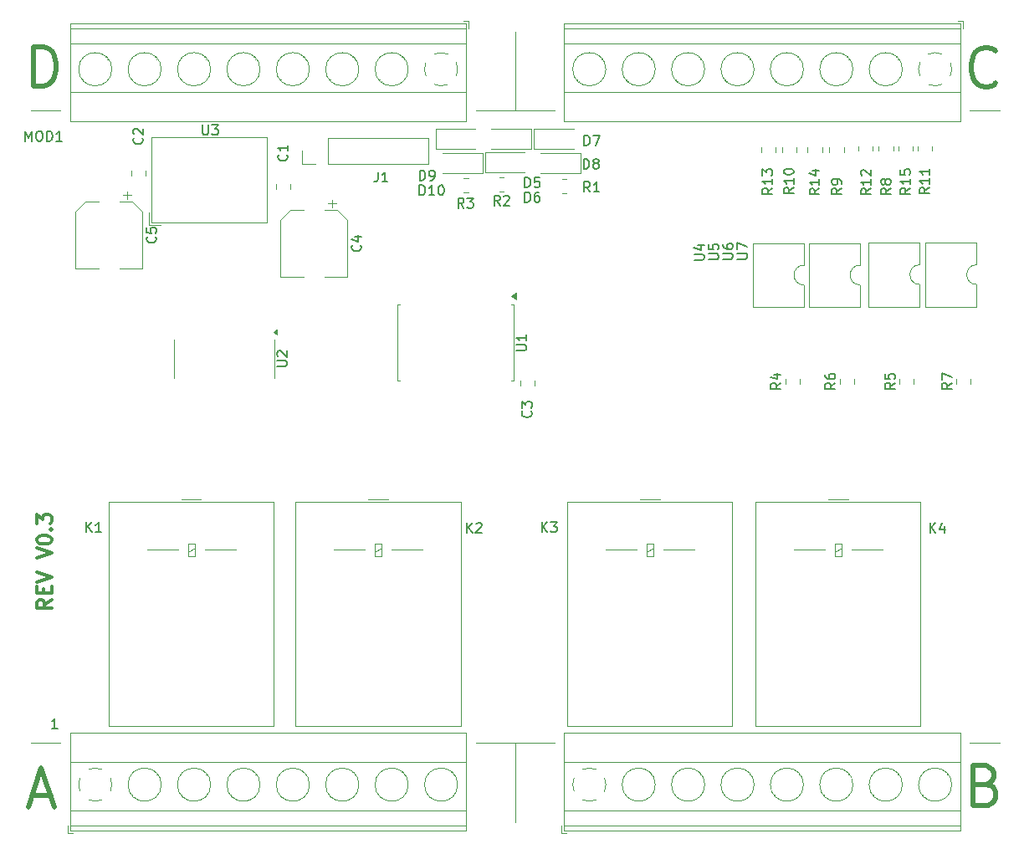
<source format=gbr>
%TF.GenerationSoftware,KiCad,Pcbnew,9.0.3*%
%TF.CreationDate,2025-10-14T20:30:44+02:00*%
%TF.ProjectId,esp32_blinds_controller,65737033-325f-4626-9c69-6e64735f636f,V0.3*%
%TF.SameCoordinates,Original*%
%TF.FileFunction,Legend,Top*%
%TF.FilePolarity,Positive*%
%FSLAX46Y46*%
G04 Gerber Fmt 4.6, Leading zero omitted, Abs format (unit mm)*
G04 Created by KiCad (PCBNEW 9.0.3) date 2025-10-14 20:30:44*
%MOMM*%
%LPD*%
G01*
G04 APERTURE LIST*
%ADD10C,0.300000*%
%ADD11C,0.150000*%
%ADD12C,0.500000*%
%ADD13C,0.120000*%
G04 APERTURE END LIST*
D10*
X104268256Y-114863774D02*
X103553970Y-115363774D01*
X104268256Y-115720917D02*
X102768256Y-115720917D01*
X102768256Y-115720917D02*
X102768256Y-115149488D01*
X102768256Y-115149488D02*
X102839685Y-115006631D01*
X102839685Y-115006631D02*
X102911113Y-114935202D01*
X102911113Y-114935202D02*
X103053970Y-114863774D01*
X103053970Y-114863774D02*
X103268256Y-114863774D01*
X103268256Y-114863774D02*
X103411113Y-114935202D01*
X103411113Y-114935202D02*
X103482542Y-115006631D01*
X103482542Y-115006631D02*
X103553970Y-115149488D01*
X103553970Y-115149488D02*
X103553970Y-115720917D01*
X103482542Y-114220917D02*
X103482542Y-113720917D01*
X104268256Y-113506631D02*
X104268256Y-114220917D01*
X104268256Y-114220917D02*
X102768256Y-114220917D01*
X102768256Y-114220917D02*
X102768256Y-113506631D01*
X102768256Y-113078059D02*
X104268256Y-112578059D01*
X104268256Y-112578059D02*
X102768256Y-112078059D01*
X102768256Y-110649488D02*
X104268256Y-110149488D01*
X104268256Y-110149488D02*
X102768256Y-109649488D01*
X102768256Y-108863774D02*
X102768256Y-108720917D01*
X102768256Y-108720917D02*
X102839685Y-108578060D01*
X102839685Y-108578060D02*
X102911113Y-108506632D01*
X102911113Y-108506632D02*
X103053970Y-108435203D01*
X103053970Y-108435203D02*
X103339685Y-108363774D01*
X103339685Y-108363774D02*
X103696828Y-108363774D01*
X103696828Y-108363774D02*
X103982542Y-108435203D01*
X103982542Y-108435203D02*
X104125399Y-108506632D01*
X104125399Y-108506632D02*
X104196828Y-108578060D01*
X104196828Y-108578060D02*
X104268256Y-108720917D01*
X104268256Y-108720917D02*
X104268256Y-108863774D01*
X104268256Y-108863774D02*
X104196828Y-109006632D01*
X104196828Y-109006632D02*
X104125399Y-109078060D01*
X104125399Y-109078060D02*
X103982542Y-109149489D01*
X103982542Y-109149489D02*
X103696828Y-109220917D01*
X103696828Y-109220917D02*
X103339685Y-109220917D01*
X103339685Y-109220917D02*
X103053970Y-109149489D01*
X103053970Y-109149489D02*
X102911113Y-109078060D01*
X102911113Y-109078060D02*
X102839685Y-109006632D01*
X102839685Y-109006632D02*
X102768256Y-108863774D01*
X104125399Y-107720918D02*
X104196828Y-107649489D01*
X104196828Y-107649489D02*
X104268256Y-107720918D01*
X104268256Y-107720918D02*
X104196828Y-107792346D01*
X104196828Y-107792346D02*
X104125399Y-107720918D01*
X104125399Y-107720918D02*
X104268256Y-107720918D01*
X102768256Y-107149489D02*
X102768256Y-106220917D01*
X102768256Y-106220917D02*
X103339685Y-106720917D01*
X103339685Y-106720917D02*
X103339685Y-106506632D01*
X103339685Y-106506632D02*
X103411113Y-106363775D01*
X103411113Y-106363775D02*
X103482542Y-106292346D01*
X103482542Y-106292346D02*
X103625399Y-106220917D01*
X103625399Y-106220917D02*
X103982542Y-106220917D01*
X103982542Y-106220917D02*
X104125399Y-106292346D01*
X104125399Y-106292346D02*
X104196828Y-106363775D01*
X104196828Y-106363775D02*
X104268256Y-106506632D01*
X104268256Y-106506632D02*
X104268256Y-106935203D01*
X104268256Y-106935203D02*
X104196828Y-107078060D01*
X104196828Y-107078060D02*
X104125399Y-107149489D01*
D11*
X104860588Y-127869819D02*
X104289160Y-127869819D01*
X104574874Y-127869819D02*
X104574874Y-126869819D01*
X104574874Y-126869819D02*
X104479636Y-127012676D01*
X104479636Y-127012676D02*
X104384398Y-127107914D01*
X104384398Y-127107914D02*
X104289160Y-127155533D01*
X137266666Y-71554819D02*
X137266666Y-72269104D01*
X137266666Y-72269104D02*
X137219047Y-72411961D01*
X137219047Y-72411961D02*
X137123809Y-72507200D01*
X137123809Y-72507200D02*
X136980952Y-72554819D01*
X136980952Y-72554819D02*
X136885714Y-72554819D01*
X138266666Y-72554819D02*
X137695238Y-72554819D01*
X137980952Y-72554819D02*
X137980952Y-71554819D01*
X137980952Y-71554819D02*
X137885714Y-71697676D01*
X137885714Y-71697676D02*
X137790476Y-71792914D01*
X137790476Y-71792914D02*
X137695238Y-71840533D01*
X173654819Y-80361904D02*
X174464342Y-80361904D01*
X174464342Y-80361904D02*
X174559580Y-80314285D01*
X174559580Y-80314285D02*
X174607200Y-80266666D01*
X174607200Y-80266666D02*
X174654819Y-80171428D01*
X174654819Y-80171428D02*
X174654819Y-79980952D01*
X174654819Y-79980952D02*
X174607200Y-79885714D01*
X174607200Y-79885714D02*
X174559580Y-79838095D01*
X174559580Y-79838095D02*
X174464342Y-79790476D01*
X174464342Y-79790476D02*
X173654819Y-79790476D01*
X173654819Y-79409523D02*
X173654819Y-78742857D01*
X173654819Y-78742857D02*
X174654819Y-79171428D01*
X114759580Y-78116666D02*
X114807200Y-78164285D01*
X114807200Y-78164285D02*
X114854819Y-78307142D01*
X114854819Y-78307142D02*
X114854819Y-78402380D01*
X114854819Y-78402380D02*
X114807200Y-78545237D01*
X114807200Y-78545237D02*
X114711961Y-78640475D01*
X114711961Y-78640475D02*
X114616723Y-78688094D01*
X114616723Y-78688094D02*
X114426247Y-78735713D01*
X114426247Y-78735713D02*
X114283390Y-78735713D01*
X114283390Y-78735713D02*
X114092914Y-78688094D01*
X114092914Y-78688094D02*
X113997676Y-78640475D01*
X113997676Y-78640475D02*
X113902438Y-78545237D01*
X113902438Y-78545237D02*
X113854819Y-78402380D01*
X113854819Y-78402380D02*
X113854819Y-78307142D01*
X113854819Y-78307142D02*
X113902438Y-78164285D01*
X113902438Y-78164285D02*
X113950057Y-78116666D01*
X113854819Y-77211904D02*
X113854819Y-77688094D01*
X113854819Y-77688094D02*
X114331009Y-77735713D01*
X114331009Y-77735713D02*
X114283390Y-77688094D01*
X114283390Y-77688094D02*
X114235771Y-77592856D01*
X114235771Y-77592856D02*
X114235771Y-77354761D01*
X114235771Y-77354761D02*
X114283390Y-77259523D01*
X114283390Y-77259523D02*
X114331009Y-77211904D01*
X114331009Y-77211904D02*
X114426247Y-77164285D01*
X114426247Y-77164285D02*
X114664342Y-77164285D01*
X114664342Y-77164285D02*
X114759580Y-77211904D01*
X114759580Y-77211904D02*
X114807200Y-77259523D01*
X114807200Y-77259523D02*
X114854819Y-77354761D01*
X114854819Y-77354761D02*
X114854819Y-77592856D01*
X114854819Y-77592856D02*
X114807200Y-77688094D01*
X114807200Y-77688094D02*
X114759580Y-77735713D01*
X183554819Y-92916666D02*
X183078628Y-93249999D01*
X183554819Y-93488094D02*
X182554819Y-93488094D01*
X182554819Y-93488094D02*
X182554819Y-93107142D01*
X182554819Y-93107142D02*
X182602438Y-93011904D01*
X182602438Y-93011904D02*
X182650057Y-92964285D01*
X182650057Y-92964285D02*
X182745295Y-92916666D01*
X182745295Y-92916666D02*
X182888152Y-92916666D01*
X182888152Y-92916666D02*
X182983390Y-92964285D01*
X182983390Y-92964285D02*
X183031009Y-93011904D01*
X183031009Y-93011904D02*
X183078628Y-93107142D01*
X183078628Y-93107142D02*
X183078628Y-93488094D01*
X182554819Y-92059523D02*
X182554819Y-92249999D01*
X182554819Y-92249999D02*
X182602438Y-92345237D01*
X182602438Y-92345237D02*
X182650057Y-92392856D01*
X182650057Y-92392856D02*
X182792914Y-92488094D01*
X182792914Y-92488094D02*
X182983390Y-92535713D01*
X182983390Y-92535713D02*
X183364342Y-92535713D01*
X183364342Y-92535713D02*
X183459580Y-92488094D01*
X183459580Y-92488094D02*
X183507200Y-92440475D01*
X183507200Y-92440475D02*
X183554819Y-92345237D01*
X183554819Y-92345237D02*
X183554819Y-92154761D01*
X183554819Y-92154761D02*
X183507200Y-92059523D01*
X183507200Y-92059523D02*
X183459580Y-92011904D01*
X183459580Y-92011904D02*
X183364342Y-91964285D01*
X183364342Y-91964285D02*
X183126247Y-91964285D01*
X183126247Y-91964285D02*
X183031009Y-92011904D01*
X183031009Y-92011904D02*
X182983390Y-92059523D01*
X182983390Y-92059523D02*
X182935771Y-92154761D01*
X182935771Y-92154761D02*
X182935771Y-92345237D01*
X182935771Y-92345237D02*
X182983390Y-92440475D01*
X182983390Y-92440475D02*
X183031009Y-92488094D01*
X183031009Y-92488094D02*
X183126247Y-92535713D01*
X146261905Y-108077319D02*
X146261905Y-107077319D01*
X146833333Y-108077319D02*
X146404762Y-107505890D01*
X146833333Y-107077319D02*
X146261905Y-107648747D01*
X147214286Y-107172557D02*
X147261905Y-107124938D01*
X147261905Y-107124938D02*
X147357143Y-107077319D01*
X147357143Y-107077319D02*
X147595238Y-107077319D01*
X147595238Y-107077319D02*
X147690476Y-107124938D01*
X147690476Y-107124938D02*
X147738095Y-107172557D01*
X147738095Y-107172557D02*
X147785714Y-107267795D01*
X147785714Y-107267795D02*
X147785714Y-107363033D01*
X147785714Y-107363033D02*
X147738095Y-107505890D01*
X147738095Y-107505890D02*
X147166667Y-108077319D01*
X147166667Y-108077319D02*
X147785714Y-108077319D01*
X149633333Y-74954819D02*
X149300000Y-74478628D01*
X149061905Y-74954819D02*
X149061905Y-73954819D01*
X149061905Y-73954819D02*
X149442857Y-73954819D01*
X149442857Y-73954819D02*
X149538095Y-74002438D01*
X149538095Y-74002438D02*
X149585714Y-74050057D01*
X149585714Y-74050057D02*
X149633333Y-74145295D01*
X149633333Y-74145295D02*
X149633333Y-74288152D01*
X149633333Y-74288152D02*
X149585714Y-74383390D01*
X149585714Y-74383390D02*
X149538095Y-74431009D01*
X149538095Y-74431009D02*
X149442857Y-74478628D01*
X149442857Y-74478628D02*
X149061905Y-74478628D01*
X150014286Y-74050057D02*
X150061905Y-74002438D01*
X150061905Y-74002438D02*
X150157143Y-73954819D01*
X150157143Y-73954819D02*
X150395238Y-73954819D01*
X150395238Y-73954819D02*
X150490476Y-74002438D01*
X150490476Y-74002438D02*
X150538095Y-74050057D01*
X150538095Y-74050057D02*
X150585714Y-74145295D01*
X150585714Y-74145295D02*
X150585714Y-74240533D01*
X150585714Y-74240533D02*
X150538095Y-74383390D01*
X150538095Y-74383390D02*
X149966667Y-74954819D01*
X149966667Y-74954819D02*
X150585714Y-74954819D01*
X141511905Y-72404819D02*
X141511905Y-71404819D01*
X141511905Y-71404819D02*
X141750000Y-71404819D01*
X141750000Y-71404819D02*
X141892857Y-71452438D01*
X141892857Y-71452438D02*
X141988095Y-71547676D01*
X141988095Y-71547676D02*
X142035714Y-71642914D01*
X142035714Y-71642914D02*
X142083333Y-71833390D01*
X142083333Y-71833390D02*
X142083333Y-71976247D01*
X142083333Y-71976247D02*
X142035714Y-72166723D01*
X142035714Y-72166723D02*
X141988095Y-72261961D01*
X141988095Y-72261961D02*
X141892857Y-72357200D01*
X141892857Y-72357200D02*
X141750000Y-72404819D01*
X141750000Y-72404819D02*
X141511905Y-72404819D01*
X142559524Y-72404819D02*
X142750000Y-72404819D01*
X142750000Y-72404819D02*
X142845238Y-72357200D01*
X142845238Y-72357200D02*
X142892857Y-72309580D01*
X142892857Y-72309580D02*
X142988095Y-72166723D01*
X142988095Y-72166723D02*
X143035714Y-71976247D01*
X143035714Y-71976247D02*
X143035714Y-71595295D01*
X143035714Y-71595295D02*
X142988095Y-71500057D01*
X142988095Y-71500057D02*
X142940476Y-71452438D01*
X142940476Y-71452438D02*
X142845238Y-71404819D01*
X142845238Y-71404819D02*
X142654762Y-71404819D01*
X142654762Y-71404819D02*
X142559524Y-71452438D01*
X142559524Y-71452438D02*
X142511905Y-71500057D01*
X142511905Y-71500057D02*
X142464286Y-71595295D01*
X142464286Y-71595295D02*
X142464286Y-71833390D01*
X142464286Y-71833390D02*
X142511905Y-71928628D01*
X142511905Y-71928628D02*
X142559524Y-71976247D01*
X142559524Y-71976247D02*
X142654762Y-72023866D01*
X142654762Y-72023866D02*
X142845238Y-72023866D01*
X142845238Y-72023866D02*
X142940476Y-71976247D01*
X142940476Y-71976247D02*
X142988095Y-71928628D01*
X142988095Y-71928628D02*
X143035714Y-71833390D01*
X127079819Y-91236904D02*
X127889342Y-91236904D01*
X127889342Y-91236904D02*
X127984580Y-91189285D01*
X127984580Y-91189285D02*
X128032200Y-91141666D01*
X128032200Y-91141666D02*
X128079819Y-91046428D01*
X128079819Y-91046428D02*
X128079819Y-90855952D01*
X128079819Y-90855952D02*
X128032200Y-90760714D01*
X128032200Y-90760714D02*
X127984580Y-90713095D01*
X127984580Y-90713095D02*
X127889342Y-90665476D01*
X127889342Y-90665476D02*
X127079819Y-90665476D01*
X127175057Y-90236904D02*
X127127438Y-90189285D01*
X127127438Y-90189285D02*
X127079819Y-90094047D01*
X127079819Y-90094047D02*
X127079819Y-89855952D01*
X127079819Y-89855952D02*
X127127438Y-89760714D01*
X127127438Y-89760714D02*
X127175057Y-89713095D01*
X127175057Y-89713095D02*
X127270295Y-89665476D01*
X127270295Y-89665476D02*
X127365533Y-89665476D01*
X127365533Y-89665476D02*
X127508390Y-89713095D01*
X127508390Y-89713095D02*
X128079819Y-90284523D01*
X128079819Y-90284523D02*
X128079819Y-89665476D01*
X184204819Y-73216666D02*
X183728628Y-73549999D01*
X184204819Y-73788094D02*
X183204819Y-73788094D01*
X183204819Y-73788094D02*
X183204819Y-73407142D01*
X183204819Y-73407142D02*
X183252438Y-73311904D01*
X183252438Y-73311904D02*
X183300057Y-73264285D01*
X183300057Y-73264285D02*
X183395295Y-73216666D01*
X183395295Y-73216666D02*
X183538152Y-73216666D01*
X183538152Y-73216666D02*
X183633390Y-73264285D01*
X183633390Y-73264285D02*
X183681009Y-73311904D01*
X183681009Y-73311904D02*
X183728628Y-73407142D01*
X183728628Y-73407142D02*
X183728628Y-73788094D01*
X184204819Y-72740475D02*
X184204819Y-72549999D01*
X184204819Y-72549999D02*
X184157200Y-72454761D01*
X184157200Y-72454761D02*
X184109580Y-72407142D01*
X184109580Y-72407142D02*
X183966723Y-72311904D01*
X183966723Y-72311904D02*
X183776247Y-72264285D01*
X183776247Y-72264285D02*
X183395295Y-72264285D01*
X183395295Y-72264285D02*
X183300057Y-72311904D01*
X183300057Y-72311904D02*
X183252438Y-72359523D01*
X183252438Y-72359523D02*
X183204819Y-72454761D01*
X183204819Y-72454761D02*
X183204819Y-72645237D01*
X183204819Y-72645237D02*
X183252438Y-72740475D01*
X183252438Y-72740475D02*
X183300057Y-72788094D01*
X183300057Y-72788094D02*
X183395295Y-72835713D01*
X183395295Y-72835713D02*
X183633390Y-72835713D01*
X183633390Y-72835713D02*
X183728628Y-72788094D01*
X183728628Y-72788094D02*
X183776247Y-72740475D01*
X183776247Y-72740475D02*
X183823866Y-72645237D01*
X183823866Y-72645237D02*
X183823866Y-72454761D01*
X183823866Y-72454761D02*
X183776247Y-72359523D01*
X183776247Y-72359523D02*
X183728628Y-72311904D01*
X183728628Y-72311904D02*
X183633390Y-72264285D01*
X193161905Y-108077319D02*
X193161905Y-107077319D01*
X193733333Y-108077319D02*
X193304762Y-107505890D01*
X193733333Y-107077319D02*
X193161905Y-107648747D01*
X194590476Y-107410652D02*
X194590476Y-108077319D01*
X194352381Y-107029700D02*
X194114286Y-107743985D01*
X194114286Y-107743985D02*
X194733333Y-107743985D01*
X181954819Y-73242857D02*
X181478628Y-73576190D01*
X181954819Y-73814285D02*
X180954819Y-73814285D01*
X180954819Y-73814285D02*
X180954819Y-73433333D01*
X180954819Y-73433333D02*
X181002438Y-73338095D01*
X181002438Y-73338095D02*
X181050057Y-73290476D01*
X181050057Y-73290476D02*
X181145295Y-73242857D01*
X181145295Y-73242857D02*
X181288152Y-73242857D01*
X181288152Y-73242857D02*
X181383390Y-73290476D01*
X181383390Y-73290476D02*
X181431009Y-73338095D01*
X181431009Y-73338095D02*
X181478628Y-73433333D01*
X181478628Y-73433333D02*
X181478628Y-73814285D01*
X181954819Y-72290476D02*
X181954819Y-72861904D01*
X181954819Y-72576190D02*
X180954819Y-72576190D01*
X180954819Y-72576190D02*
X181097676Y-72671428D01*
X181097676Y-72671428D02*
X181192914Y-72766666D01*
X181192914Y-72766666D02*
X181240533Y-72861904D01*
X181288152Y-71433333D02*
X181954819Y-71433333D01*
X180907200Y-71671428D02*
X181621485Y-71909523D01*
X181621485Y-71909523D02*
X181621485Y-71290476D01*
X189204819Y-73216666D02*
X188728628Y-73549999D01*
X189204819Y-73788094D02*
X188204819Y-73788094D01*
X188204819Y-73788094D02*
X188204819Y-73407142D01*
X188204819Y-73407142D02*
X188252438Y-73311904D01*
X188252438Y-73311904D02*
X188300057Y-73264285D01*
X188300057Y-73264285D02*
X188395295Y-73216666D01*
X188395295Y-73216666D02*
X188538152Y-73216666D01*
X188538152Y-73216666D02*
X188633390Y-73264285D01*
X188633390Y-73264285D02*
X188681009Y-73311904D01*
X188681009Y-73311904D02*
X188728628Y-73407142D01*
X188728628Y-73407142D02*
X188728628Y-73788094D01*
X188633390Y-72645237D02*
X188585771Y-72740475D01*
X188585771Y-72740475D02*
X188538152Y-72788094D01*
X188538152Y-72788094D02*
X188442914Y-72835713D01*
X188442914Y-72835713D02*
X188395295Y-72835713D01*
X188395295Y-72835713D02*
X188300057Y-72788094D01*
X188300057Y-72788094D02*
X188252438Y-72740475D01*
X188252438Y-72740475D02*
X188204819Y-72645237D01*
X188204819Y-72645237D02*
X188204819Y-72454761D01*
X188204819Y-72454761D02*
X188252438Y-72359523D01*
X188252438Y-72359523D02*
X188300057Y-72311904D01*
X188300057Y-72311904D02*
X188395295Y-72264285D01*
X188395295Y-72264285D02*
X188442914Y-72264285D01*
X188442914Y-72264285D02*
X188538152Y-72311904D01*
X188538152Y-72311904D02*
X188585771Y-72359523D01*
X188585771Y-72359523D02*
X188633390Y-72454761D01*
X188633390Y-72454761D02*
X188633390Y-72645237D01*
X188633390Y-72645237D02*
X188681009Y-72740475D01*
X188681009Y-72740475D02*
X188728628Y-72788094D01*
X188728628Y-72788094D02*
X188823866Y-72835713D01*
X188823866Y-72835713D02*
X189014342Y-72835713D01*
X189014342Y-72835713D02*
X189109580Y-72788094D01*
X189109580Y-72788094D02*
X189157200Y-72740475D01*
X189157200Y-72740475D02*
X189204819Y-72645237D01*
X189204819Y-72645237D02*
X189204819Y-72454761D01*
X189204819Y-72454761D02*
X189157200Y-72359523D01*
X189157200Y-72359523D02*
X189109580Y-72311904D01*
X189109580Y-72311904D02*
X189014342Y-72264285D01*
X189014342Y-72264285D02*
X188823866Y-72264285D01*
X188823866Y-72264285D02*
X188728628Y-72311904D01*
X188728628Y-72311904D02*
X188681009Y-72359523D01*
X188681009Y-72359523D02*
X188633390Y-72454761D01*
X172204819Y-80361904D02*
X173014342Y-80361904D01*
X173014342Y-80361904D02*
X173109580Y-80314285D01*
X173109580Y-80314285D02*
X173157200Y-80266666D01*
X173157200Y-80266666D02*
X173204819Y-80171428D01*
X173204819Y-80171428D02*
X173204819Y-79980952D01*
X173204819Y-79980952D02*
X173157200Y-79885714D01*
X173157200Y-79885714D02*
X173109580Y-79838095D01*
X173109580Y-79838095D02*
X173014342Y-79790476D01*
X173014342Y-79790476D02*
X172204819Y-79790476D01*
X172204819Y-78885714D02*
X172204819Y-79076190D01*
X172204819Y-79076190D02*
X172252438Y-79171428D01*
X172252438Y-79171428D02*
X172300057Y-79219047D01*
X172300057Y-79219047D02*
X172442914Y-79314285D01*
X172442914Y-79314285D02*
X172633390Y-79361904D01*
X172633390Y-79361904D02*
X173014342Y-79361904D01*
X173014342Y-79361904D02*
X173109580Y-79314285D01*
X173109580Y-79314285D02*
X173157200Y-79266666D01*
X173157200Y-79266666D02*
X173204819Y-79171428D01*
X173204819Y-79171428D02*
X173204819Y-78980952D01*
X173204819Y-78980952D02*
X173157200Y-78885714D01*
X173157200Y-78885714D02*
X173109580Y-78838095D01*
X173109580Y-78838095D02*
X173014342Y-78790476D01*
X173014342Y-78790476D02*
X172776247Y-78790476D01*
X172776247Y-78790476D02*
X172681009Y-78838095D01*
X172681009Y-78838095D02*
X172633390Y-78885714D01*
X172633390Y-78885714D02*
X172585771Y-78980952D01*
X172585771Y-78980952D02*
X172585771Y-79171428D01*
X172585771Y-79171428D02*
X172633390Y-79266666D01*
X172633390Y-79266666D02*
X172681009Y-79314285D01*
X172681009Y-79314285D02*
X172776247Y-79361904D01*
X158733333Y-73554819D02*
X158400000Y-73078628D01*
X158161905Y-73554819D02*
X158161905Y-72554819D01*
X158161905Y-72554819D02*
X158542857Y-72554819D01*
X158542857Y-72554819D02*
X158638095Y-72602438D01*
X158638095Y-72602438D02*
X158685714Y-72650057D01*
X158685714Y-72650057D02*
X158733333Y-72745295D01*
X158733333Y-72745295D02*
X158733333Y-72888152D01*
X158733333Y-72888152D02*
X158685714Y-72983390D01*
X158685714Y-72983390D02*
X158638095Y-73031009D01*
X158638095Y-73031009D02*
X158542857Y-73078628D01*
X158542857Y-73078628D02*
X158161905Y-73078628D01*
X159685714Y-73554819D02*
X159114286Y-73554819D01*
X159400000Y-73554819D02*
X159400000Y-72554819D01*
X159400000Y-72554819D02*
X159304762Y-72697676D01*
X159304762Y-72697676D02*
X159209524Y-72792914D01*
X159209524Y-72792914D02*
X159114286Y-72840533D01*
X178054819Y-92916666D02*
X177578628Y-93249999D01*
X178054819Y-93488094D02*
X177054819Y-93488094D01*
X177054819Y-93488094D02*
X177054819Y-93107142D01*
X177054819Y-93107142D02*
X177102438Y-93011904D01*
X177102438Y-93011904D02*
X177150057Y-92964285D01*
X177150057Y-92964285D02*
X177245295Y-92916666D01*
X177245295Y-92916666D02*
X177388152Y-92916666D01*
X177388152Y-92916666D02*
X177483390Y-92964285D01*
X177483390Y-92964285D02*
X177531009Y-93011904D01*
X177531009Y-93011904D02*
X177578628Y-93107142D01*
X177578628Y-93107142D02*
X177578628Y-93488094D01*
X177388152Y-92059523D02*
X178054819Y-92059523D01*
X177007200Y-92297618D02*
X177721485Y-92535713D01*
X177721485Y-92535713D02*
X177721485Y-91916666D01*
X152161905Y-73104819D02*
X152161905Y-72104819D01*
X152161905Y-72104819D02*
X152400000Y-72104819D01*
X152400000Y-72104819D02*
X152542857Y-72152438D01*
X152542857Y-72152438D02*
X152638095Y-72247676D01*
X152638095Y-72247676D02*
X152685714Y-72342914D01*
X152685714Y-72342914D02*
X152733333Y-72533390D01*
X152733333Y-72533390D02*
X152733333Y-72676247D01*
X152733333Y-72676247D02*
X152685714Y-72866723D01*
X152685714Y-72866723D02*
X152638095Y-72961961D01*
X152638095Y-72961961D02*
X152542857Y-73057200D01*
X152542857Y-73057200D02*
X152400000Y-73104819D01*
X152400000Y-73104819D02*
X152161905Y-73104819D01*
X153638095Y-72104819D02*
X153161905Y-72104819D01*
X153161905Y-72104819D02*
X153114286Y-72581009D01*
X153114286Y-72581009D02*
X153161905Y-72533390D01*
X153161905Y-72533390D02*
X153257143Y-72485771D01*
X153257143Y-72485771D02*
X153495238Y-72485771D01*
X153495238Y-72485771D02*
X153590476Y-72533390D01*
X153590476Y-72533390D02*
X153638095Y-72581009D01*
X153638095Y-72581009D02*
X153685714Y-72676247D01*
X153685714Y-72676247D02*
X153685714Y-72914342D01*
X153685714Y-72914342D02*
X153638095Y-73009580D01*
X153638095Y-73009580D02*
X153590476Y-73057200D01*
X153590476Y-73057200D02*
X153495238Y-73104819D01*
X153495238Y-73104819D02*
X153257143Y-73104819D01*
X153257143Y-73104819D02*
X153161905Y-73057200D01*
X153161905Y-73057200D02*
X153114286Y-73009580D01*
X179354819Y-73142857D02*
X178878628Y-73476190D01*
X179354819Y-73714285D02*
X178354819Y-73714285D01*
X178354819Y-73714285D02*
X178354819Y-73333333D01*
X178354819Y-73333333D02*
X178402438Y-73238095D01*
X178402438Y-73238095D02*
X178450057Y-73190476D01*
X178450057Y-73190476D02*
X178545295Y-73142857D01*
X178545295Y-73142857D02*
X178688152Y-73142857D01*
X178688152Y-73142857D02*
X178783390Y-73190476D01*
X178783390Y-73190476D02*
X178831009Y-73238095D01*
X178831009Y-73238095D02*
X178878628Y-73333333D01*
X178878628Y-73333333D02*
X178878628Y-73714285D01*
X179354819Y-72190476D02*
X179354819Y-72761904D01*
X179354819Y-72476190D02*
X178354819Y-72476190D01*
X178354819Y-72476190D02*
X178497676Y-72571428D01*
X178497676Y-72571428D02*
X178592914Y-72666666D01*
X178592914Y-72666666D02*
X178640533Y-72761904D01*
X178354819Y-71571428D02*
X178354819Y-71476190D01*
X178354819Y-71476190D02*
X178402438Y-71380952D01*
X178402438Y-71380952D02*
X178450057Y-71333333D01*
X178450057Y-71333333D02*
X178545295Y-71285714D01*
X178545295Y-71285714D02*
X178735771Y-71238095D01*
X178735771Y-71238095D02*
X178973866Y-71238095D01*
X178973866Y-71238095D02*
X179164342Y-71285714D01*
X179164342Y-71285714D02*
X179259580Y-71333333D01*
X179259580Y-71333333D02*
X179307200Y-71380952D01*
X179307200Y-71380952D02*
X179354819Y-71476190D01*
X179354819Y-71476190D02*
X179354819Y-71571428D01*
X179354819Y-71571428D02*
X179307200Y-71666666D01*
X179307200Y-71666666D02*
X179259580Y-71714285D01*
X179259580Y-71714285D02*
X179164342Y-71761904D01*
X179164342Y-71761904D02*
X178973866Y-71809523D01*
X178973866Y-71809523D02*
X178735771Y-71809523D01*
X178735771Y-71809523D02*
X178545295Y-71761904D01*
X178545295Y-71761904D02*
X178450057Y-71714285D01*
X178450057Y-71714285D02*
X178402438Y-71666666D01*
X178402438Y-71666666D02*
X178354819Y-71571428D01*
X107761905Y-108027319D02*
X107761905Y-107027319D01*
X108333333Y-108027319D02*
X107904762Y-107455890D01*
X108333333Y-107027319D02*
X107761905Y-107598747D01*
X109285714Y-108027319D02*
X108714286Y-108027319D01*
X109000000Y-108027319D02*
X109000000Y-107027319D01*
X109000000Y-107027319D02*
X108904762Y-107170176D01*
X108904762Y-107170176D02*
X108809524Y-107265414D01*
X108809524Y-107265414D02*
X108714286Y-107313033D01*
X187154819Y-73242857D02*
X186678628Y-73576190D01*
X187154819Y-73814285D02*
X186154819Y-73814285D01*
X186154819Y-73814285D02*
X186154819Y-73433333D01*
X186154819Y-73433333D02*
X186202438Y-73338095D01*
X186202438Y-73338095D02*
X186250057Y-73290476D01*
X186250057Y-73290476D02*
X186345295Y-73242857D01*
X186345295Y-73242857D02*
X186488152Y-73242857D01*
X186488152Y-73242857D02*
X186583390Y-73290476D01*
X186583390Y-73290476D02*
X186631009Y-73338095D01*
X186631009Y-73338095D02*
X186678628Y-73433333D01*
X186678628Y-73433333D02*
X186678628Y-73814285D01*
X187154819Y-72290476D02*
X187154819Y-72861904D01*
X187154819Y-72576190D02*
X186154819Y-72576190D01*
X186154819Y-72576190D02*
X186297676Y-72671428D01*
X186297676Y-72671428D02*
X186392914Y-72766666D01*
X186392914Y-72766666D02*
X186440533Y-72861904D01*
X186250057Y-71909523D02*
X186202438Y-71861904D01*
X186202438Y-71861904D02*
X186154819Y-71766666D01*
X186154819Y-71766666D02*
X186154819Y-71528571D01*
X186154819Y-71528571D02*
X186202438Y-71433333D01*
X186202438Y-71433333D02*
X186250057Y-71385714D01*
X186250057Y-71385714D02*
X186345295Y-71338095D01*
X186345295Y-71338095D02*
X186440533Y-71338095D01*
X186440533Y-71338095D02*
X186583390Y-71385714D01*
X186583390Y-71385714D02*
X187154819Y-71957142D01*
X187154819Y-71957142D02*
X187154819Y-71338095D01*
X158161905Y-68854819D02*
X158161905Y-67854819D01*
X158161905Y-67854819D02*
X158400000Y-67854819D01*
X158400000Y-67854819D02*
X158542857Y-67902438D01*
X158542857Y-67902438D02*
X158638095Y-67997676D01*
X158638095Y-67997676D02*
X158685714Y-68092914D01*
X158685714Y-68092914D02*
X158733333Y-68283390D01*
X158733333Y-68283390D02*
X158733333Y-68426247D01*
X158733333Y-68426247D02*
X158685714Y-68616723D01*
X158685714Y-68616723D02*
X158638095Y-68711961D01*
X158638095Y-68711961D02*
X158542857Y-68807200D01*
X158542857Y-68807200D02*
X158400000Y-68854819D01*
X158400000Y-68854819D02*
X158161905Y-68854819D01*
X159066667Y-67854819D02*
X159733333Y-67854819D01*
X159733333Y-67854819D02*
X159304762Y-68854819D01*
X158111905Y-71254819D02*
X158111905Y-70254819D01*
X158111905Y-70254819D02*
X158350000Y-70254819D01*
X158350000Y-70254819D02*
X158492857Y-70302438D01*
X158492857Y-70302438D02*
X158588095Y-70397676D01*
X158588095Y-70397676D02*
X158635714Y-70492914D01*
X158635714Y-70492914D02*
X158683333Y-70683390D01*
X158683333Y-70683390D02*
X158683333Y-70826247D01*
X158683333Y-70826247D02*
X158635714Y-71016723D01*
X158635714Y-71016723D02*
X158588095Y-71111961D01*
X158588095Y-71111961D02*
X158492857Y-71207200D01*
X158492857Y-71207200D02*
X158350000Y-71254819D01*
X158350000Y-71254819D02*
X158111905Y-71254819D01*
X159254762Y-70683390D02*
X159159524Y-70635771D01*
X159159524Y-70635771D02*
X159111905Y-70588152D01*
X159111905Y-70588152D02*
X159064286Y-70492914D01*
X159064286Y-70492914D02*
X159064286Y-70445295D01*
X159064286Y-70445295D02*
X159111905Y-70350057D01*
X159111905Y-70350057D02*
X159159524Y-70302438D01*
X159159524Y-70302438D02*
X159254762Y-70254819D01*
X159254762Y-70254819D02*
X159445238Y-70254819D01*
X159445238Y-70254819D02*
X159540476Y-70302438D01*
X159540476Y-70302438D02*
X159588095Y-70350057D01*
X159588095Y-70350057D02*
X159635714Y-70445295D01*
X159635714Y-70445295D02*
X159635714Y-70492914D01*
X159635714Y-70492914D02*
X159588095Y-70588152D01*
X159588095Y-70588152D02*
X159540476Y-70635771D01*
X159540476Y-70635771D02*
X159445238Y-70683390D01*
X159445238Y-70683390D02*
X159254762Y-70683390D01*
X159254762Y-70683390D02*
X159159524Y-70731009D01*
X159159524Y-70731009D02*
X159111905Y-70778628D01*
X159111905Y-70778628D02*
X159064286Y-70873866D01*
X159064286Y-70873866D02*
X159064286Y-71064342D01*
X159064286Y-71064342D02*
X159111905Y-71159580D01*
X159111905Y-71159580D02*
X159159524Y-71207200D01*
X159159524Y-71207200D02*
X159254762Y-71254819D01*
X159254762Y-71254819D02*
X159445238Y-71254819D01*
X159445238Y-71254819D02*
X159540476Y-71207200D01*
X159540476Y-71207200D02*
X159588095Y-71159580D01*
X159588095Y-71159580D02*
X159635714Y-71064342D01*
X159635714Y-71064342D02*
X159635714Y-70873866D01*
X159635714Y-70873866D02*
X159588095Y-70778628D01*
X159588095Y-70778628D02*
X159540476Y-70731009D01*
X159540476Y-70731009D02*
X159445238Y-70683390D01*
X170754819Y-80411904D02*
X171564342Y-80411904D01*
X171564342Y-80411904D02*
X171659580Y-80364285D01*
X171659580Y-80364285D02*
X171707200Y-80316666D01*
X171707200Y-80316666D02*
X171754819Y-80221428D01*
X171754819Y-80221428D02*
X171754819Y-80030952D01*
X171754819Y-80030952D02*
X171707200Y-79935714D01*
X171707200Y-79935714D02*
X171659580Y-79888095D01*
X171659580Y-79888095D02*
X171564342Y-79840476D01*
X171564342Y-79840476D02*
X170754819Y-79840476D01*
X170754819Y-78888095D02*
X170754819Y-79364285D01*
X170754819Y-79364285D02*
X171231009Y-79411904D01*
X171231009Y-79411904D02*
X171183390Y-79364285D01*
X171183390Y-79364285D02*
X171135771Y-79269047D01*
X171135771Y-79269047D02*
X171135771Y-79030952D01*
X171135771Y-79030952D02*
X171183390Y-78935714D01*
X171183390Y-78935714D02*
X171231009Y-78888095D01*
X171231009Y-78888095D02*
X171326247Y-78840476D01*
X171326247Y-78840476D02*
X171564342Y-78840476D01*
X171564342Y-78840476D02*
X171659580Y-78888095D01*
X171659580Y-78888095D02*
X171707200Y-78935714D01*
X171707200Y-78935714D02*
X171754819Y-79030952D01*
X171754819Y-79030952D02*
X171754819Y-79269047D01*
X171754819Y-79269047D02*
X171707200Y-79364285D01*
X171707200Y-79364285D02*
X171659580Y-79411904D01*
X141485714Y-73904819D02*
X141485714Y-72904819D01*
X141485714Y-72904819D02*
X141723809Y-72904819D01*
X141723809Y-72904819D02*
X141866666Y-72952438D01*
X141866666Y-72952438D02*
X141961904Y-73047676D01*
X141961904Y-73047676D02*
X142009523Y-73142914D01*
X142009523Y-73142914D02*
X142057142Y-73333390D01*
X142057142Y-73333390D02*
X142057142Y-73476247D01*
X142057142Y-73476247D02*
X142009523Y-73666723D01*
X142009523Y-73666723D02*
X141961904Y-73761961D01*
X141961904Y-73761961D02*
X141866666Y-73857200D01*
X141866666Y-73857200D02*
X141723809Y-73904819D01*
X141723809Y-73904819D02*
X141485714Y-73904819D01*
X143009523Y-73904819D02*
X142438095Y-73904819D01*
X142723809Y-73904819D02*
X142723809Y-72904819D01*
X142723809Y-72904819D02*
X142628571Y-73047676D01*
X142628571Y-73047676D02*
X142533333Y-73142914D01*
X142533333Y-73142914D02*
X142438095Y-73190533D01*
X143628571Y-72904819D02*
X143723809Y-72904819D01*
X143723809Y-72904819D02*
X143819047Y-72952438D01*
X143819047Y-72952438D02*
X143866666Y-73000057D01*
X143866666Y-73000057D02*
X143914285Y-73095295D01*
X143914285Y-73095295D02*
X143961904Y-73285771D01*
X143961904Y-73285771D02*
X143961904Y-73523866D01*
X143961904Y-73523866D02*
X143914285Y-73714342D01*
X143914285Y-73714342D02*
X143866666Y-73809580D01*
X143866666Y-73809580D02*
X143819047Y-73857200D01*
X143819047Y-73857200D02*
X143723809Y-73904819D01*
X143723809Y-73904819D02*
X143628571Y-73904819D01*
X143628571Y-73904819D02*
X143533333Y-73857200D01*
X143533333Y-73857200D02*
X143485714Y-73809580D01*
X143485714Y-73809580D02*
X143438095Y-73714342D01*
X143438095Y-73714342D02*
X143390476Y-73523866D01*
X143390476Y-73523866D02*
X143390476Y-73285771D01*
X143390476Y-73285771D02*
X143438095Y-73095295D01*
X143438095Y-73095295D02*
X143485714Y-73000057D01*
X143485714Y-73000057D02*
X143533333Y-72952438D01*
X143533333Y-72952438D02*
X143628571Y-72904819D01*
X151314819Y-89611904D02*
X152124342Y-89611904D01*
X152124342Y-89611904D02*
X152219580Y-89564285D01*
X152219580Y-89564285D02*
X152267200Y-89516666D01*
X152267200Y-89516666D02*
X152314819Y-89421428D01*
X152314819Y-89421428D02*
X152314819Y-89230952D01*
X152314819Y-89230952D02*
X152267200Y-89135714D01*
X152267200Y-89135714D02*
X152219580Y-89088095D01*
X152219580Y-89088095D02*
X152124342Y-89040476D01*
X152124342Y-89040476D02*
X151314819Y-89040476D01*
X152314819Y-88040476D02*
X152314819Y-88611904D01*
X152314819Y-88326190D02*
X151314819Y-88326190D01*
X151314819Y-88326190D02*
X151457676Y-88421428D01*
X151457676Y-88421428D02*
X151552914Y-88516666D01*
X151552914Y-88516666D02*
X151600533Y-88611904D01*
X145983333Y-75204819D02*
X145650000Y-74728628D01*
X145411905Y-75204819D02*
X145411905Y-74204819D01*
X145411905Y-74204819D02*
X145792857Y-74204819D01*
X145792857Y-74204819D02*
X145888095Y-74252438D01*
X145888095Y-74252438D02*
X145935714Y-74300057D01*
X145935714Y-74300057D02*
X145983333Y-74395295D01*
X145983333Y-74395295D02*
X145983333Y-74538152D01*
X145983333Y-74538152D02*
X145935714Y-74633390D01*
X145935714Y-74633390D02*
X145888095Y-74681009D01*
X145888095Y-74681009D02*
X145792857Y-74728628D01*
X145792857Y-74728628D02*
X145411905Y-74728628D01*
X146316667Y-74204819D02*
X146935714Y-74204819D01*
X146935714Y-74204819D02*
X146602381Y-74585771D01*
X146602381Y-74585771D02*
X146745238Y-74585771D01*
X146745238Y-74585771D02*
X146840476Y-74633390D01*
X146840476Y-74633390D02*
X146888095Y-74681009D01*
X146888095Y-74681009D02*
X146935714Y-74776247D01*
X146935714Y-74776247D02*
X146935714Y-75014342D01*
X146935714Y-75014342D02*
X146888095Y-75109580D01*
X146888095Y-75109580D02*
X146840476Y-75157200D01*
X146840476Y-75157200D02*
X146745238Y-75204819D01*
X146745238Y-75204819D02*
X146459524Y-75204819D01*
X146459524Y-75204819D02*
X146364286Y-75157200D01*
X146364286Y-75157200D02*
X146316667Y-75109580D01*
X101581667Y-68424819D02*
X101581667Y-67424819D01*
X101581667Y-67424819D02*
X101915000Y-68139104D01*
X101915000Y-68139104D02*
X102248333Y-67424819D01*
X102248333Y-67424819D02*
X102248333Y-68424819D01*
X102915000Y-67424819D02*
X103105476Y-67424819D01*
X103105476Y-67424819D02*
X103200714Y-67472438D01*
X103200714Y-67472438D02*
X103295952Y-67567676D01*
X103295952Y-67567676D02*
X103343571Y-67758152D01*
X103343571Y-67758152D02*
X103343571Y-68091485D01*
X103343571Y-68091485D02*
X103295952Y-68281961D01*
X103295952Y-68281961D02*
X103200714Y-68377200D01*
X103200714Y-68377200D02*
X103105476Y-68424819D01*
X103105476Y-68424819D02*
X102915000Y-68424819D01*
X102915000Y-68424819D02*
X102819762Y-68377200D01*
X102819762Y-68377200D02*
X102724524Y-68281961D01*
X102724524Y-68281961D02*
X102676905Y-68091485D01*
X102676905Y-68091485D02*
X102676905Y-67758152D01*
X102676905Y-67758152D02*
X102724524Y-67567676D01*
X102724524Y-67567676D02*
X102819762Y-67472438D01*
X102819762Y-67472438D02*
X102915000Y-67424819D01*
X103772143Y-68424819D02*
X103772143Y-67424819D01*
X103772143Y-67424819D02*
X104010238Y-67424819D01*
X104010238Y-67424819D02*
X104153095Y-67472438D01*
X104153095Y-67472438D02*
X104248333Y-67567676D01*
X104248333Y-67567676D02*
X104295952Y-67662914D01*
X104295952Y-67662914D02*
X104343571Y-67853390D01*
X104343571Y-67853390D02*
X104343571Y-67996247D01*
X104343571Y-67996247D02*
X104295952Y-68186723D01*
X104295952Y-68186723D02*
X104248333Y-68281961D01*
X104248333Y-68281961D02*
X104153095Y-68377200D01*
X104153095Y-68377200D02*
X104010238Y-68424819D01*
X104010238Y-68424819D02*
X103772143Y-68424819D01*
X105295952Y-68424819D02*
X104724524Y-68424819D01*
X105010238Y-68424819D02*
X105010238Y-67424819D01*
X105010238Y-67424819D02*
X104915000Y-67567676D01*
X104915000Y-67567676D02*
X104819762Y-67662914D01*
X104819762Y-67662914D02*
X104724524Y-67710533D01*
D12*
X102265851Y-134711619D02*
X104170613Y-134711619D01*
X101884899Y-135854476D02*
X103218232Y-131854476D01*
X103218232Y-131854476D02*
X104551566Y-135854476D01*
X199802042Y-62564523D02*
X199611566Y-62755000D01*
X199611566Y-62755000D02*
X199040137Y-62945476D01*
X199040137Y-62945476D02*
X198659185Y-62945476D01*
X198659185Y-62945476D02*
X198087756Y-62755000D01*
X198087756Y-62755000D02*
X197706804Y-62374047D01*
X197706804Y-62374047D02*
X197516327Y-61993095D01*
X197516327Y-61993095D02*
X197325851Y-61231190D01*
X197325851Y-61231190D02*
X197325851Y-60659761D01*
X197325851Y-60659761D02*
X197516327Y-59897857D01*
X197516327Y-59897857D02*
X197706804Y-59516904D01*
X197706804Y-59516904D02*
X198087756Y-59135952D01*
X198087756Y-59135952D02*
X198659185Y-58945476D01*
X198659185Y-58945476D02*
X199040137Y-58945476D01*
X199040137Y-58945476D02*
X199611566Y-59135952D01*
X199611566Y-59135952D02*
X199802042Y-59326428D01*
X198849661Y-133569238D02*
X199421089Y-133759714D01*
X199421089Y-133759714D02*
X199611566Y-133950190D01*
X199611566Y-133950190D02*
X199802042Y-134331142D01*
X199802042Y-134331142D02*
X199802042Y-134902571D01*
X199802042Y-134902571D02*
X199611566Y-135283523D01*
X199611566Y-135283523D02*
X199421089Y-135474000D01*
X199421089Y-135474000D02*
X199040137Y-135664476D01*
X199040137Y-135664476D02*
X197516327Y-135664476D01*
X197516327Y-135664476D02*
X197516327Y-131664476D01*
X197516327Y-131664476D02*
X198849661Y-131664476D01*
X198849661Y-131664476D02*
X199230613Y-131854952D01*
X199230613Y-131854952D02*
X199421089Y-132045428D01*
X199421089Y-132045428D02*
X199611566Y-132426380D01*
X199611566Y-132426380D02*
X199611566Y-132807333D01*
X199611566Y-132807333D02*
X199421089Y-133188285D01*
X199421089Y-133188285D02*
X199230613Y-133378761D01*
X199230613Y-133378761D02*
X198849661Y-133569238D01*
X198849661Y-133569238D02*
X197516327Y-133569238D01*
X102456327Y-62854476D02*
X102456327Y-58854476D01*
X102456327Y-58854476D02*
X103408708Y-58854476D01*
X103408708Y-58854476D02*
X103980137Y-59044952D01*
X103980137Y-59044952D02*
X104361089Y-59425904D01*
X104361089Y-59425904D02*
X104551566Y-59806857D01*
X104551566Y-59806857D02*
X104742042Y-60568761D01*
X104742042Y-60568761D02*
X104742042Y-61140190D01*
X104742042Y-61140190D02*
X104551566Y-61902095D01*
X104551566Y-61902095D02*
X104361089Y-62283047D01*
X104361089Y-62283047D02*
X103980137Y-62664000D01*
X103980137Y-62664000D02*
X103408708Y-62854476D01*
X103408708Y-62854476D02*
X102456327Y-62854476D01*
D11*
X169304819Y-80461904D02*
X170114342Y-80461904D01*
X170114342Y-80461904D02*
X170209580Y-80414285D01*
X170209580Y-80414285D02*
X170257200Y-80366666D01*
X170257200Y-80366666D02*
X170304819Y-80271428D01*
X170304819Y-80271428D02*
X170304819Y-80080952D01*
X170304819Y-80080952D02*
X170257200Y-79985714D01*
X170257200Y-79985714D02*
X170209580Y-79938095D01*
X170209580Y-79938095D02*
X170114342Y-79890476D01*
X170114342Y-79890476D02*
X169304819Y-79890476D01*
X169638152Y-78985714D02*
X170304819Y-78985714D01*
X169257200Y-79223809D02*
X169971485Y-79461904D01*
X169971485Y-79461904D02*
X169971485Y-78842857D01*
X195354819Y-92916666D02*
X194878628Y-93249999D01*
X195354819Y-93488094D02*
X194354819Y-93488094D01*
X194354819Y-93488094D02*
X194354819Y-93107142D01*
X194354819Y-93107142D02*
X194402438Y-93011904D01*
X194402438Y-93011904D02*
X194450057Y-92964285D01*
X194450057Y-92964285D02*
X194545295Y-92916666D01*
X194545295Y-92916666D02*
X194688152Y-92916666D01*
X194688152Y-92916666D02*
X194783390Y-92964285D01*
X194783390Y-92964285D02*
X194831009Y-93011904D01*
X194831009Y-93011904D02*
X194878628Y-93107142D01*
X194878628Y-93107142D02*
X194878628Y-93488094D01*
X194354819Y-92583332D02*
X194354819Y-91916666D01*
X194354819Y-91916666D02*
X195354819Y-92345237D01*
X113409580Y-68116666D02*
X113457200Y-68164285D01*
X113457200Y-68164285D02*
X113504819Y-68307142D01*
X113504819Y-68307142D02*
X113504819Y-68402380D01*
X113504819Y-68402380D02*
X113457200Y-68545237D01*
X113457200Y-68545237D02*
X113361961Y-68640475D01*
X113361961Y-68640475D02*
X113266723Y-68688094D01*
X113266723Y-68688094D02*
X113076247Y-68735713D01*
X113076247Y-68735713D02*
X112933390Y-68735713D01*
X112933390Y-68735713D02*
X112742914Y-68688094D01*
X112742914Y-68688094D02*
X112647676Y-68640475D01*
X112647676Y-68640475D02*
X112552438Y-68545237D01*
X112552438Y-68545237D02*
X112504819Y-68402380D01*
X112504819Y-68402380D02*
X112504819Y-68307142D01*
X112504819Y-68307142D02*
X112552438Y-68164285D01*
X112552438Y-68164285D02*
X112600057Y-68116666D01*
X112600057Y-67735713D02*
X112552438Y-67688094D01*
X112552438Y-67688094D02*
X112504819Y-67592856D01*
X112504819Y-67592856D02*
X112504819Y-67354761D01*
X112504819Y-67354761D02*
X112552438Y-67259523D01*
X112552438Y-67259523D02*
X112600057Y-67211904D01*
X112600057Y-67211904D02*
X112695295Y-67164285D01*
X112695295Y-67164285D02*
X112790533Y-67164285D01*
X112790533Y-67164285D02*
X112933390Y-67211904D01*
X112933390Y-67211904D02*
X113504819Y-67783332D01*
X113504819Y-67783332D02*
X113504819Y-67164285D01*
X119538095Y-66804819D02*
X119538095Y-67614342D01*
X119538095Y-67614342D02*
X119585714Y-67709580D01*
X119585714Y-67709580D02*
X119633333Y-67757200D01*
X119633333Y-67757200D02*
X119728571Y-67804819D01*
X119728571Y-67804819D02*
X119919047Y-67804819D01*
X119919047Y-67804819D02*
X120014285Y-67757200D01*
X120014285Y-67757200D02*
X120061904Y-67709580D01*
X120061904Y-67709580D02*
X120109523Y-67614342D01*
X120109523Y-67614342D02*
X120109523Y-66804819D01*
X120490476Y-66804819D02*
X121109523Y-66804819D01*
X121109523Y-66804819D02*
X120776190Y-67185771D01*
X120776190Y-67185771D02*
X120919047Y-67185771D01*
X120919047Y-67185771D02*
X121014285Y-67233390D01*
X121014285Y-67233390D02*
X121061904Y-67281009D01*
X121061904Y-67281009D02*
X121109523Y-67376247D01*
X121109523Y-67376247D02*
X121109523Y-67614342D01*
X121109523Y-67614342D02*
X121061904Y-67709580D01*
X121061904Y-67709580D02*
X121014285Y-67757200D01*
X121014285Y-67757200D02*
X120919047Y-67804819D01*
X120919047Y-67804819D02*
X120633333Y-67804819D01*
X120633333Y-67804819D02*
X120538095Y-67757200D01*
X120538095Y-67757200D02*
X120490476Y-67709580D01*
X153861905Y-108027319D02*
X153861905Y-107027319D01*
X154433333Y-108027319D02*
X154004762Y-107455890D01*
X154433333Y-107027319D02*
X153861905Y-107598747D01*
X154766667Y-107027319D02*
X155385714Y-107027319D01*
X155385714Y-107027319D02*
X155052381Y-107408271D01*
X155052381Y-107408271D02*
X155195238Y-107408271D01*
X155195238Y-107408271D02*
X155290476Y-107455890D01*
X155290476Y-107455890D02*
X155338095Y-107503509D01*
X155338095Y-107503509D02*
X155385714Y-107598747D01*
X155385714Y-107598747D02*
X155385714Y-107836842D01*
X155385714Y-107836842D02*
X155338095Y-107932080D01*
X155338095Y-107932080D02*
X155290476Y-107979700D01*
X155290476Y-107979700D02*
X155195238Y-108027319D01*
X155195238Y-108027319D02*
X154909524Y-108027319D01*
X154909524Y-108027319D02*
X154814286Y-107979700D01*
X154814286Y-107979700D02*
X154766667Y-107932080D01*
X193104819Y-73142857D02*
X192628628Y-73476190D01*
X193104819Y-73714285D02*
X192104819Y-73714285D01*
X192104819Y-73714285D02*
X192104819Y-73333333D01*
X192104819Y-73333333D02*
X192152438Y-73238095D01*
X192152438Y-73238095D02*
X192200057Y-73190476D01*
X192200057Y-73190476D02*
X192295295Y-73142857D01*
X192295295Y-73142857D02*
X192438152Y-73142857D01*
X192438152Y-73142857D02*
X192533390Y-73190476D01*
X192533390Y-73190476D02*
X192581009Y-73238095D01*
X192581009Y-73238095D02*
X192628628Y-73333333D01*
X192628628Y-73333333D02*
X192628628Y-73714285D01*
X193104819Y-72190476D02*
X193104819Y-72761904D01*
X193104819Y-72476190D02*
X192104819Y-72476190D01*
X192104819Y-72476190D02*
X192247676Y-72571428D01*
X192247676Y-72571428D02*
X192342914Y-72666666D01*
X192342914Y-72666666D02*
X192390533Y-72761904D01*
X193104819Y-71238095D02*
X193104819Y-71809523D01*
X193104819Y-71523809D02*
X192104819Y-71523809D01*
X192104819Y-71523809D02*
X192247676Y-71619047D01*
X192247676Y-71619047D02*
X192342914Y-71714285D01*
X192342914Y-71714285D02*
X192390533Y-71809523D01*
X177204819Y-73192857D02*
X176728628Y-73526190D01*
X177204819Y-73764285D02*
X176204819Y-73764285D01*
X176204819Y-73764285D02*
X176204819Y-73383333D01*
X176204819Y-73383333D02*
X176252438Y-73288095D01*
X176252438Y-73288095D02*
X176300057Y-73240476D01*
X176300057Y-73240476D02*
X176395295Y-73192857D01*
X176395295Y-73192857D02*
X176538152Y-73192857D01*
X176538152Y-73192857D02*
X176633390Y-73240476D01*
X176633390Y-73240476D02*
X176681009Y-73288095D01*
X176681009Y-73288095D02*
X176728628Y-73383333D01*
X176728628Y-73383333D02*
X176728628Y-73764285D01*
X177204819Y-72240476D02*
X177204819Y-72811904D01*
X177204819Y-72526190D02*
X176204819Y-72526190D01*
X176204819Y-72526190D02*
X176347676Y-72621428D01*
X176347676Y-72621428D02*
X176442914Y-72716666D01*
X176442914Y-72716666D02*
X176490533Y-72811904D01*
X176204819Y-71907142D02*
X176204819Y-71288095D01*
X176204819Y-71288095D02*
X176585771Y-71621428D01*
X176585771Y-71621428D02*
X176585771Y-71478571D01*
X176585771Y-71478571D02*
X176633390Y-71383333D01*
X176633390Y-71383333D02*
X176681009Y-71335714D01*
X176681009Y-71335714D02*
X176776247Y-71288095D01*
X176776247Y-71288095D02*
X177014342Y-71288095D01*
X177014342Y-71288095D02*
X177109580Y-71335714D01*
X177109580Y-71335714D02*
X177157200Y-71383333D01*
X177157200Y-71383333D02*
X177204819Y-71478571D01*
X177204819Y-71478571D02*
X177204819Y-71764285D01*
X177204819Y-71764285D02*
X177157200Y-71859523D01*
X177157200Y-71859523D02*
X177109580Y-71907142D01*
X152161905Y-74604819D02*
X152161905Y-73604819D01*
X152161905Y-73604819D02*
X152400000Y-73604819D01*
X152400000Y-73604819D02*
X152542857Y-73652438D01*
X152542857Y-73652438D02*
X152638095Y-73747676D01*
X152638095Y-73747676D02*
X152685714Y-73842914D01*
X152685714Y-73842914D02*
X152733333Y-74033390D01*
X152733333Y-74033390D02*
X152733333Y-74176247D01*
X152733333Y-74176247D02*
X152685714Y-74366723D01*
X152685714Y-74366723D02*
X152638095Y-74461961D01*
X152638095Y-74461961D02*
X152542857Y-74557200D01*
X152542857Y-74557200D02*
X152400000Y-74604819D01*
X152400000Y-74604819D02*
X152161905Y-74604819D01*
X153590476Y-73604819D02*
X153400000Y-73604819D01*
X153400000Y-73604819D02*
X153304762Y-73652438D01*
X153304762Y-73652438D02*
X153257143Y-73700057D01*
X153257143Y-73700057D02*
X153161905Y-73842914D01*
X153161905Y-73842914D02*
X153114286Y-74033390D01*
X153114286Y-74033390D02*
X153114286Y-74414342D01*
X153114286Y-74414342D02*
X153161905Y-74509580D01*
X153161905Y-74509580D02*
X153209524Y-74557200D01*
X153209524Y-74557200D02*
X153304762Y-74604819D01*
X153304762Y-74604819D02*
X153495238Y-74604819D01*
X153495238Y-74604819D02*
X153590476Y-74557200D01*
X153590476Y-74557200D02*
X153638095Y-74509580D01*
X153638095Y-74509580D02*
X153685714Y-74414342D01*
X153685714Y-74414342D02*
X153685714Y-74176247D01*
X153685714Y-74176247D02*
X153638095Y-74081009D01*
X153638095Y-74081009D02*
X153590476Y-74033390D01*
X153590476Y-74033390D02*
X153495238Y-73985771D01*
X153495238Y-73985771D02*
X153304762Y-73985771D01*
X153304762Y-73985771D02*
X153209524Y-74033390D01*
X153209524Y-74033390D02*
X153161905Y-74081009D01*
X153161905Y-74081009D02*
X153114286Y-74176247D01*
X135509580Y-78966666D02*
X135557200Y-79014285D01*
X135557200Y-79014285D02*
X135604819Y-79157142D01*
X135604819Y-79157142D02*
X135604819Y-79252380D01*
X135604819Y-79252380D02*
X135557200Y-79395237D01*
X135557200Y-79395237D02*
X135461961Y-79490475D01*
X135461961Y-79490475D02*
X135366723Y-79538094D01*
X135366723Y-79538094D02*
X135176247Y-79585713D01*
X135176247Y-79585713D02*
X135033390Y-79585713D01*
X135033390Y-79585713D02*
X134842914Y-79538094D01*
X134842914Y-79538094D02*
X134747676Y-79490475D01*
X134747676Y-79490475D02*
X134652438Y-79395237D01*
X134652438Y-79395237D02*
X134604819Y-79252380D01*
X134604819Y-79252380D02*
X134604819Y-79157142D01*
X134604819Y-79157142D02*
X134652438Y-79014285D01*
X134652438Y-79014285D02*
X134700057Y-78966666D01*
X134938152Y-78109523D02*
X135604819Y-78109523D01*
X134557200Y-78347618D02*
X135271485Y-78585713D01*
X135271485Y-78585713D02*
X135271485Y-77966666D01*
X189604819Y-92916666D02*
X189128628Y-93249999D01*
X189604819Y-93488094D02*
X188604819Y-93488094D01*
X188604819Y-93488094D02*
X188604819Y-93107142D01*
X188604819Y-93107142D02*
X188652438Y-93011904D01*
X188652438Y-93011904D02*
X188700057Y-92964285D01*
X188700057Y-92964285D02*
X188795295Y-92916666D01*
X188795295Y-92916666D02*
X188938152Y-92916666D01*
X188938152Y-92916666D02*
X189033390Y-92964285D01*
X189033390Y-92964285D02*
X189081009Y-93011904D01*
X189081009Y-93011904D02*
X189128628Y-93107142D01*
X189128628Y-93107142D02*
X189128628Y-93488094D01*
X188604819Y-92011904D02*
X188604819Y-92488094D01*
X188604819Y-92488094D02*
X189081009Y-92535713D01*
X189081009Y-92535713D02*
X189033390Y-92488094D01*
X189033390Y-92488094D02*
X188985771Y-92392856D01*
X188985771Y-92392856D02*
X188985771Y-92154761D01*
X188985771Y-92154761D02*
X189033390Y-92059523D01*
X189033390Y-92059523D02*
X189081009Y-92011904D01*
X189081009Y-92011904D02*
X189176247Y-91964285D01*
X189176247Y-91964285D02*
X189414342Y-91964285D01*
X189414342Y-91964285D02*
X189509580Y-92011904D01*
X189509580Y-92011904D02*
X189557200Y-92059523D01*
X189557200Y-92059523D02*
X189604819Y-92154761D01*
X189604819Y-92154761D02*
X189604819Y-92392856D01*
X189604819Y-92392856D02*
X189557200Y-92488094D01*
X189557200Y-92488094D02*
X189509580Y-92535713D01*
X128059580Y-69816666D02*
X128107200Y-69864285D01*
X128107200Y-69864285D02*
X128154819Y-70007142D01*
X128154819Y-70007142D02*
X128154819Y-70102380D01*
X128154819Y-70102380D02*
X128107200Y-70245237D01*
X128107200Y-70245237D02*
X128011961Y-70340475D01*
X128011961Y-70340475D02*
X127916723Y-70388094D01*
X127916723Y-70388094D02*
X127726247Y-70435713D01*
X127726247Y-70435713D02*
X127583390Y-70435713D01*
X127583390Y-70435713D02*
X127392914Y-70388094D01*
X127392914Y-70388094D02*
X127297676Y-70340475D01*
X127297676Y-70340475D02*
X127202438Y-70245237D01*
X127202438Y-70245237D02*
X127154819Y-70102380D01*
X127154819Y-70102380D02*
X127154819Y-70007142D01*
X127154819Y-70007142D02*
X127202438Y-69864285D01*
X127202438Y-69864285D02*
X127250057Y-69816666D01*
X128154819Y-68864285D02*
X128154819Y-69435713D01*
X128154819Y-69149999D02*
X127154819Y-69149999D01*
X127154819Y-69149999D02*
X127297676Y-69245237D01*
X127297676Y-69245237D02*
X127392914Y-69340475D01*
X127392914Y-69340475D02*
X127440533Y-69435713D01*
X152759580Y-95766666D02*
X152807200Y-95814285D01*
X152807200Y-95814285D02*
X152854819Y-95957142D01*
X152854819Y-95957142D02*
X152854819Y-96052380D01*
X152854819Y-96052380D02*
X152807200Y-96195237D01*
X152807200Y-96195237D02*
X152711961Y-96290475D01*
X152711961Y-96290475D02*
X152616723Y-96338094D01*
X152616723Y-96338094D02*
X152426247Y-96385713D01*
X152426247Y-96385713D02*
X152283390Y-96385713D01*
X152283390Y-96385713D02*
X152092914Y-96338094D01*
X152092914Y-96338094D02*
X151997676Y-96290475D01*
X151997676Y-96290475D02*
X151902438Y-96195237D01*
X151902438Y-96195237D02*
X151854819Y-96052380D01*
X151854819Y-96052380D02*
X151854819Y-95957142D01*
X151854819Y-95957142D02*
X151902438Y-95814285D01*
X151902438Y-95814285D02*
X151950057Y-95766666D01*
X151854819Y-95433332D02*
X151854819Y-94814285D01*
X151854819Y-94814285D02*
X152235771Y-95147618D01*
X152235771Y-95147618D02*
X152235771Y-95004761D01*
X152235771Y-95004761D02*
X152283390Y-94909523D01*
X152283390Y-94909523D02*
X152331009Y-94861904D01*
X152331009Y-94861904D02*
X152426247Y-94814285D01*
X152426247Y-94814285D02*
X152664342Y-94814285D01*
X152664342Y-94814285D02*
X152759580Y-94861904D01*
X152759580Y-94861904D02*
X152807200Y-94909523D01*
X152807200Y-94909523D02*
X152854819Y-95004761D01*
X152854819Y-95004761D02*
X152854819Y-95290475D01*
X152854819Y-95290475D02*
X152807200Y-95385713D01*
X152807200Y-95385713D02*
X152759580Y-95433332D01*
X191154819Y-73192857D02*
X190678628Y-73526190D01*
X191154819Y-73764285D02*
X190154819Y-73764285D01*
X190154819Y-73764285D02*
X190154819Y-73383333D01*
X190154819Y-73383333D02*
X190202438Y-73288095D01*
X190202438Y-73288095D02*
X190250057Y-73240476D01*
X190250057Y-73240476D02*
X190345295Y-73192857D01*
X190345295Y-73192857D02*
X190488152Y-73192857D01*
X190488152Y-73192857D02*
X190583390Y-73240476D01*
X190583390Y-73240476D02*
X190631009Y-73288095D01*
X190631009Y-73288095D02*
X190678628Y-73383333D01*
X190678628Y-73383333D02*
X190678628Y-73764285D01*
X191154819Y-72240476D02*
X191154819Y-72811904D01*
X191154819Y-72526190D02*
X190154819Y-72526190D01*
X190154819Y-72526190D02*
X190297676Y-72621428D01*
X190297676Y-72621428D02*
X190392914Y-72716666D01*
X190392914Y-72716666D02*
X190440533Y-72811904D01*
X190154819Y-71335714D02*
X190154819Y-71811904D01*
X190154819Y-71811904D02*
X190631009Y-71859523D01*
X190631009Y-71859523D02*
X190583390Y-71811904D01*
X190583390Y-71811904D02*
X190535771Y-71716666D01*
X190535771Y-71716666D02*
X190535771Y-71478571D01*
X190535771Y-71478571D02*
X190583390Y-71383333D01*
X190583390Y-71383333D02*
X190631009Y-71335714D01*
X190631009Y-71335714D02*
X190726247Y-71288095D01*
X190726247Y-71288095D02*
X190964342Y-71288095D01*
X190964342Y-71288095D02*
X191059580Y-71335714D01*
X191059580Y-71335714D02*
X191107200Y-71383333D01*
X191107200Y-71383333D02*
X191154819Y-71478571D01*
X191154819Y-71478571D02*
X191154819Y-71716666D01*
X191154819Y-71716666D02*
X191107200Y-71811904D01*
X191107200Y-71811904D02*
X191059580Y-71859523D01*
D13*
%TO.C,J1*%
X129595000Y-70745000D02*
X129595000Y-69415000D01*
X130925000Y-70745000D02*
X129595000Y-70745000D01*
X132195000Y-68085000D02*
X142415000Y-68085000D01*
X132195000Y-70745000D02*
X132195000Y-68085000D01*
X132195000Y-70745000D02*
X142415000Y-70745000D01*
X142415000Y-70745000D02*
X142415000Y-68085000D01*
%TO.C,U7*%
X192675000Y-78715000D02*
X192675000Y-85185000D01*
X192675000Y-85185000D02*
X197875000Y-85185000D01*
X197875000Y-78715000D02*
X192675000Y-78715000D01*
X197875000Y-80950000D02*
X197875000Y-78715000D01*
X197875000Y-85185000D02*
X197875000Y-82950000D01*
X197875000Y-82950000D02*
G75*
G02*
X197875000Y-80950000I0J1000000D01*
G01*
%TO.C,C5*%
X106640000Y-75604437D02*
X106640000Y-81360000D01*
X106640000Y-81360000D02*
X108990000Y-81360000D01*
X107704437Y-74540000D02*
X106640000Y-75604437D01*
X107704437Y-74540000D02*
X108990000Y-74540000D01*
X111897500Y-73512500D02*
X111897500Y-74300000D01*
X112291250Y-73906250D02*
X111503750Y-73906250D01*
X112395563Y-74540000D02*
X111110000Y-74540000D01*
X112395563Y-74540000D02*
X113460000Y-75604437D01*
X113460000Y-75604437D02*
X113460000Y-81360000D01*
X113460000Y-81360000D02*
X111110000Y-81360000D01*
%TO.C,R6*%
X184015000Y-92977064D02*
X184015000Y-92522936D01*
X185485000Y-92977064D02*
X185485000Y-92522936D01*
%TO.C,K2*%
X128950000Y-104972500D02*
X128950000Y-127672500D01*
X128950000Y-127672500D02*
X145650000Y-127672500D01*
X132800000Y-109822500D02*
X135950000Y-109822500D01*
X136300000Y-104712500D02*
X138300000Y-104712500D01*
X136950000Y-109222500D02*
X136950000Y-110422500D01*
X136950000Y-110022500D02*
X137650000Y-109622500D01*
X136950000Y-110422500D02*
X137650000Y-110422500D01*
X137650000Y-109222500D02*
X136950000Y-109222500D01*
X137650000Y-110422500D02*
X137650000Y-109222500D01*
X138650000Y-109822500D02*
X141800000Y-109822500D01*
X145650000Y-104972500D02*
X128950000Y-104972500D01*
X145650000Y-127672500D02*
X145650000Y-104972500D01*
%TO.C,R2*%
X150027064Y-72115000D02*
X149572936Y-72115000D01*
X150027064Y-73585000D02*
X149572936Y-73585000D01*
%TO.C,D9*%
X143140000Y-67200000D02*
X143140000Y-69200000D01*
X143140000Y-67200000D02*
X147150000Y-67200000D01*
X143140000Y-69200000D02*
X147150000Y-69200000D01*
%TO.C,U2*%
X116665000Y-90475000D02*
X116665000Y-88525000D01*
X116665000Y-90475000D02*
X116665000Y-92425000D01*
X126785000Y-90475000D02*
X126785000Y-88525000D01*
X126785000Y-90475000D02*
X126785000Y-92425000D01*
X127060000Y-88015000D02*
X126730000Y-87775000D01*
X127060000Y-87535000D01*
X127060000Y-88015000D01*
G36*
X127060000Y-88015000D02*
G01*
X126730000Y-87775000D01*
X127060000Y-87535000D01*
X127060000Y-88015000D01*
G37*
%TO.C,R9*%
X182965000Y-69527064D02*
X182965000Y-69072936D01*
X184435000Y-69527064D02*
X184435000Y-69072936D01*
%TO.C,K4*%
X175500000Y-104972500D02*
X175500000Y-127672500D01*
X175500000Y-127672500D02*
X192200000Y-127672500D01*
X179350000Y-109822500D02*
X182500000Y-109822500D01*
X182850000Y-104712500D02*
X184850000Y-104712500D01*
X183500000Y-109222500D02*
X183500000Y-110422500D01*
X183500000Y-110022500D02*
X184200000Y-109622500D01*
X183500000Y-110422500D02*
X184200000Y-110422500D01*
X184200000Y-109222500D02*
X183500000Y-109222500D01*
X184200000Y-110422500D02*
X184200000Y-109222500D01*
X185200000Y-109822500D02*
X188350000Y-109822500D01*
X192200000Y-104972500D02*
X175500000Y-104972500D01*
X192200000Y-127672500D02*
X192200000Y-104972500D01*
%TO.C,R14*%
X180765000Y-69527064D02*
X180765000Y-69072936D01*
X182235000Y-69527064D02*
X182235000Y-69072936D01*
%TO.C,R8*%
X187965000Y-69427064D02*
X187965000Y-68972936D01*
X189435000Y-69427064D02*
X189435000Y-68972936D01*
%TO.C,U6*%
X186925000Y-78715000D02*
X186925000Y-85185000D01*
X186925000Y-85185000D02*
X192125000Y-85185000D01*
X192125000Y-78715000D02*
X186925000Y-78715000D01*
X192125000Y-80950000D02*
X192125000Y-78715000D01*
X192125000Y-85185000D02*
X192125000Y-82950000D01*
X192125000Y-82950000D02*
G75*
G02*
X192125000Y-80950000I0J1000000D01*
G01*
%TO.C,R1*%
X155922936Y-72265000D02*
X156377064Y-72265000D01*
X155922936Y-73735000D02*
X156377064Y-73735000D01*
%TO.C,R4*%
X178515000Y-92977064D02*
X178515000Y-92522936D01*
X179985000Y-92977064D02*
X179985000Y-92522936D01*
%TO.C,D5*%
X152760000Y-67200000D02*
X148750000Y-67200000D01*
X152760000Y-69200000D02*
X148750000Y-69200000D01*
X152760000Y-69200000D02*
X152760000Y-67200000D01*
%TO.C,R10*%
X178165000Y-69527064D02*
X178165000Y-69072936D01*
X179635000Y-69527064D02*
X179635000Y-69072936D01*
%TO.C,K1*%
X110050000Y-104972500D02*
X110050000Y-127672500D01*
X110050000Y-127672500D02*
X126750000Y-127672500D01*
X113900000Y-109822500D02*
X117050000Y-109822500D01*
X117400000Y-104712500D02*
X119400000Y-104712500D01*
X118050000Y-109222500D02*
X118050000Y-110422500D01*
X118050000Y-110022500D02*
X118750000Y-109622500D01*
X118050000Y-110422500D02*
X118750000Y-110422500D01*
X118750000Y-109222500D02*
X118050000Y-109222500D01*
X118750000Y-110422500D02*
X118750000Y-109222500D01*
X119750000Y-109822500D02*
X122900000Y-109822500D01*
X126750000Y-104972500D02*
X110050000Y-104972500D01*
X126750000Y-127672500D02*
X126750000Y-104972500D01*
%TO.C,R12*%
X185865000Y-69427064D02*
X185865000Y-68972936D01*
X187335000Y-69427064D02*
X187335000Y-68972936D01*
%TO.C,D7*%
X153090000Y-67200000D02*
X153090000Y-69200000D01*
X153090000Y-67200000D02*
X157100000Y-67200000D01*
X153090000Y-69200000D02*
X157100000Y-69200000D01*
%TO.C,D8*%
X157760000Y-69650000D02*
X153750000Y-69650000D01*
X157760000Y-71650000D02*
X153750000Y-71650000D01*
X157760000Y-71650000D02*
X157760000Y-69650000D01*
%TO.C,U5*%
X180880000Y-78765000D02*
X180880000Y-85235000D01*
X180880000Y-85235000D02*
X186080000Y-85235000D01*
X186080000Y-78765000D02*
X180880000Y-78765000D01*
X186080000Y-81000000D02*
X186080000Y-78765000D01*
X186080000Y-85235000D02*
X186080000Y-83000000D01*
X186080000Y-83000000D02*
G75*
G02*
X186080000Y-81000000I0J1000000D01*
G01*
%TO.C,D10*%
X147860000Y-69650000D02*
X143850000Y-69650000D01*
X147860000Y-71650000D02*
X143850000Y-71650000D01*
X147860000Y-71650000D02*
X147860000Y-69650000D01*
%TO.C,U1*%
X139255000Y-84990000D02*
X139500000Y-84990000D01*
X139255000Y-88850000D02*
X139255000Y-84990000D01*
X139255000Y-88850000D02*
X139255000Y-92710000D01*
X139255000Y-92710000D02*
X139500000Y-92710000D01*
X151025000Y-84990000D02*
X150780000Y-84990000D01*
X151025000Y-88850000D02*
X151025000Y-84990000D01*
X151025000Y-88850000D02*
X151025000Y-92710000D01*
X151025000Y-92710000D02*
X150780000Y-92710000D01*
X151250000Y-84477500D02*
X150780000Y-84137500D01*
X151250000Y-83797500D01*
X151250000Y-84477500D01*
G36*
X151250000Y-84477500D02*
G01*
X150780000Y-84137500D01*
X151250000Y-83797500D01*
X151250000Y-84477500D01*
G37*
%TO.C,R3*%
X145960436Y-72165000D02*
X146414564Y-72165000D01*
X145960436Y-73635000D02*
X146414564Y-73635000D01*
%TO.C,MOD1*%
X105175000Y-65370000D02*
X102175000Y-65370000D01*
X105175000Y-129370000D02*
X102175000Y-129370000D01*
X105875000Y-137740000D02*
X105875000Y-138480000D01*
X105875000Y-138480000D02*
X106375000Y-138480000D01*
X106115000Y-66421000D02*
X106115000Y-56500000D01*
X106115000Y-128319000D02*
X106115000Y-138240000D01*
X106115000Y-128319000D02*
X146235000Y-128319000D01*
X106115000Y-131279000D02*
X146235000Y-131279000D01*
X106115000Y-136180000D02*
X146235000Y-136180000D01*
X106115000Y-137680000D02*
X146235000Y-137680000D01*
X106115000Y-138240000D02*
X146235000Y-138240000D01*
X107400000Y-62229000D02*
X107447000Y-62183000D01*
X107605000Y-62435000D02*
X107640000Y-62399000D01*
X109709000Y-59921000D02*
X109744000Y-59886000D01*
X109902000Y-60137000D02*
X109949000Y-60091000D01*
X112400000Y-62229000D02*
X112447000Y-62183000D01*
X112448000Y-134603000D02*
X112401000Y-134649000D01*
X112605000Y-62435000D02*
X112640000Y-62399000D01*
X112641000Y-134819000D02*
X112606000Y-134854000D01*
X114709000Y-59921000D02*
X114744000Y-59886000D01*
X114745000Y-132305000D02*
X114710000Y-132341000D01*
X114902000Y-60137000D02*
X114949000Y-60091000D01*
X114950000Y-132511000D02*
X114903000Y-132557000D01*
X117400000Y-62229000D02*
X117447000Y-62183000D01*
X117448000Y-134603000D02*
X117401000Y-134649000D01*
X117605000Y-62435000D02*
X117640000Y-62399000D01*
X117641000Y-134819000D02*
X117606000Y-134854000D01*
X119709000Y-59921000D02*
X119744000Y-59886000D01*
X119745000Y-132305000D02*
X119710000Y-132341000D01*
X119902000Y-60137000D02*
X119949000Y-60091000D01*
X119950000Y-132511000D02*
X119903000Y-132557000D01*
X122400000Y-62229000D02*
X122447000Y-62183000D01*
X122448000Y-134603000D02*
X122401000Y-134649000D01*
X122605000Y-62435000D02*
X122640000Y-62399000D01*
X122641000Y-134819000D02*
X122606000Y-134854000D01*
X124709000Y-59921000D02*
X124744000Y-59886000D01*
X124745000Y-132305000D02*
X124710000Y-132341000D01*
X124902000Y-60137000D02*
X124949000Y-60091000D01*
X124950000Y-132511000D02*
X124903000Y-132557000D01*
X127400000Y-62229000D02*
X127447000Y-62183000D01*
X127448000Y-134603000D02*
X127401000Y-134649000D01*
X127605000Y-62435000D02*
X127640000Y-62399000D01*
X127641000Y-134819000D02*
X127606000Y-134854000D01*
X129709000Y-59921000D02*
X129744000Y-59886000D01*
X129745000Y-132305000D02*
X129710000Y-132341000D01*
X129902000Y-60137000D02*
X129949000Y-60091000D01*
X129950000Y-132511000D02*
X129903000Y-132557000D01*
X132400000Y-62229000D02*
X132447000Y-62183000D01*
X132448000Y-134603000D02*
X132401000Y-134649000D01*
X132605000Y-62435000D02*
X132640000Y-62399000D01*
X132641000Y-134819000D02*
X132606000Y-134854000D01*
X134709000Y-59921000D02*
X134744000Y-59886000D01*
X134745000Y-132305000D02*
X134710000Y-132341000D01*
X134902000Y-60137000D02*
X134949000Y-60091000D01*
X134950000Y-132511000D02*
X134903000Y-132557000D01*
X137400000Y-62229000D02*
X137447000Y-62183000D01*
X137448000Y-134603000D02*
X137401000Y-134649000D01*
X137605000Y-62435000D02*
X137640000Y-62399000D01*
X137641000Y-134819000D02*
X137606000Y-134854000D01*
X139709000Y-59921000D02*
X139744000Y-59886000D01*
X139745000Y-132305000D02*
X139710000Y-132341000D01*
X139902000Y-60137000D02*
X139949000Y-60091000D01*
X139950000Y-132511000D02*
X139903000Y-132557000D01*
X142448000Y-134603000D02*
X142401000Y-134649000D01*
X142641000Y-134819000D02*
X142606000Y-134854000D01*
X144745000Y-132305000D02*
X144710000Y-132341000D01*
X144950000Y-132511000D02*
X144903000Y-132557000D01*
X146235000Y-56500000D02*
X106115000Y-56500000D01*
X146235000Y-57060000D02*
X106115000Y-57060000D01*
X146235000Y-58560000D02*
X106115000Y-58560000D01*
X146235000Y-63461000D02*
X106115000Y-63461000D01*
X146235000Y-66421000D02*
X106115000Y-66421000D01*
X146235000Y-66421000D02*
X146235000Y-56500000D01*
X146235000Y-128319000D02*
X146235000Y-138240000D01*
X146475000Y-56260000D02*
X145975000Y-56260000D01*
X146475000Y-57000000D02*
X146475000Y-56260000D01*
X147175000Y-65370000D02*
X155175000Y-65370000D01*
X147175000Y-129370000D02*
X155175000Y-129370000D01*
X151175000Y-57370000D02*
X151175000Y-65370000D01*
X151175000Y-137370000D02*
X151175000Y-129370000D01*
X155875000Y-137740000D02*
X155875000Y-138480000D01*
X155875000Y-138480000D02*
X156375000Y-138480000D01*
X156115000Y-66421000D02*
X156115000Y-56500000D01*
X156115000Y-128319000D02*
X156115000Y-138240000D01*
X156115000Y-128319000D02*
X196235000Y-128319000D01*
X156115000Y-131279000D02*
X196235000Y-131279000D01*
X156115000Y-136180000D02*
X196235000Y-136180000D01*
X156115000Y-137680000D02*
X196235000Y-137680000D01*
X156115000Y-138240000D02*
X196235000Y-138240000D01*
X157400000Y-62229000D02*
X157447000Y-62183000D01*
X157605000Y-62435000D02*
X157640000Y-62399000D01*
X159709000Y-59921000D02*
X159744000Y-59886000D01*
X159902000Y-60137000D02*
X159949000Y-60091000D01*
X162400000Y-62229000D02*
X162447000Y-62183000D01*
X162448000Y-134603000D02*
X162401000Y-134649000D01*
X162605000Y-62435000D02*
X162640000Y-62399000D01*
X162641000Y-134819000D02*
X162606000Y-134854000D01*
X164709000Y-59921000D02*
X164744000Y-59886000D01*
X164745000Y-132305000D02*
X164710000Y-132341000D01*
X164902000Y-60137000D02*
X164949000Y-60091000D01*
X164950000Y-132511000D02*
X164903000Y-132557000D01*
X167400000Y-62229000D02*
X167447000Y-62183000D01*
X167448000Y-134603000D02*
X167401000Y-134649000D01*
X167605000Y-62435000D02*
X167640000Y-62399000D01*
X167641000Y-134819000D02*
X167606000Y-134854000D01*
X169709000Y-59921000D02*
X169744000Y-59886000D01*
X169745000Y-132305000D02*
X169710000Y-132341000D01*
X169902000Y-60137000D02*
X169949000Y-60091000D01*
X169950000Y-132511000D02*
X169903000Y-132557000D01*
X172400000Y-62229000D02*
X172447000Y-62183000D01*
X172448000Y-134603000D02*
X172401000Y-134649000D01*
X172605000Y-62435000D02*
X172640000Y-62399000D01*
X172641000Y-134819000D02*
X172606000Y-134854000D01*
X174709000Y-59921000D02*
X174744000Y-59886000D01*
X174745000Y-132305000D02*
X174710000Y-132341000D01*
X174902000Y-60137000D02*
X174949000Y-60091000D01*
X174950000Y-132511000D02*
X174903000Y-132557000D01*
X177400000Y-62229000D02*
X177447000Y-62183000D01*
X177448000Y-134603000D02*
X177401000Y-134649000D01*
X177605000Y-62435000D02*
X177640000Y-62399000D01*
X177641000Y-134819000D02*
X177606000Y-134854000D01*
X179709000Y-59921000D02*
X179744000Y-59886000D01*
X179745000Y-132305000D02*
X179710000Y-132341000D01*
X179902000Y-60137000D02*
X179949000Y-60091000D01*
X179950000Y-132511000D02*
X179903000Y-132557000D01*
X182400000Y-62229000D02*
X182447000Y-62183000D01*
X182448000Y-134603000D02*
X182401000Y-134649000D01*
X182605000Y-62435000D02*
X182640000Y-62399000D01*
X182641000Y-134819000D02*
X182606000Y-134854000D01*
X184709000Y-59921000D02*
X184744000Y-59886000D01*
X184745000Y-132305000D02*
X184710000Y-132341000D01*
X184902000Y-60137000D02*
X184949000Y-60091000D01*
X184950000Y-132511000D02*
X184903000Y-132557000D01*
X187400000Y-62229000D02*
X187447000Y-62183000D01*
X187448000Y-134603000D02*
X187401000Y-134649000D01*
X187605000Y-62435000D02*
X187640000Y-62399000D01*
X187641000Y-134819000D02*
X187606000Y-134854000D01*
X189709000Y-59921000D02*
X189744000Y-59886000D01*
X189745000Y-132305000D02*
X189710000Y-132341000D01*
X189902000Y-60137000D02*
X189949000Y-60091000D01*
X189950000Y-132511000D02*
X189903000Y-132557000D01*
X192448000Y-134603000D02*
X192401000Y-134649000D01*
X192641000Y-134819000D02*
X192606000Y-134854000D01*
X194745000Y-132305000D02*
X194710000Y-132341000D01*
X194950000Y-132511000D02*
X194903000Y-132557000D01*
X196235000Y-56500000D02*
X156115000Y-56500000D01*
X196235000Y-57060000D02*
X156115000Y-57060000D01*
X196235000Y-58560000D02*
X156115000Y-58560000D01*
X196235000Y-63461000D02*
X156115000Y-63461000D01*
X196235000Y-66421000D02*
X156115000Y-66421000D01*
X196235000Y-66421000D02*
X196235000Y-56500000D01*
X196235000Y-128319000D02*
X196235000Y-138240000D01*
X196475000Y-56260000D02*
X195975000Y-56260000D01*
X196475000Y-57000000D02*
X196475000Y-56260000D01*
X197175000Y-129370000D02*
X200175000Y-129370000D01*
X200175000Y-65370000D02*
X197175000Y-65370000D01*
X107139573Y-134263042D02*
G75*
G02*
X107140000Y-132896000I1535427J683042D01*
G01*
X107991958Y-132044573D02*
G75*
G02*
X109359000Y-132045000I683042J-1535427D01*
G01*
X108703805Y-135260253D02*
G75*
G02*
X107991000Y-135115000I-28805J1680253D01*
G01*
X109358318Y-135114756D02*
G75*
G02*
X108675000Y-135260000I-683318J1534756D01*
G01*
X110210427Y-132896958D02*
G75*
G02*
X110210000Y-134264000I-1535427J-683042D01*
G01*
X142139573Y-61843042D02*
G75*
G02*
X142140000Y-60476000I1535427J683042D01*
G01*
X142991682Y-59625244D02*
G75*
G02*
X143675000Y-59480000I683318J-1534756D01*
G01*
X143646195Y-59479747D02*
G75*
G02*
X144359000Y-59625000I28805J-1680253D01*
G01*
X144358042Y-62695427D02*
G75*
G02*
X142991000Y-62695000I-683042J1535427D01*
G01*
X145210427Y-60476958D02*
G75*
G02*
X145210000Y-61844000I-1535427J-683042D01*
G01*
X157139573Y-134263042D02*
G75*
G02*
X157140000Y-132896000I1535427J683042D01*
G01*
X157991958Y-132044573D02*
G75*
G02*
X159359000Y-132045000I683042J-1535427D01*
G01*
X158703805Y-135260253D02*
G75*
G02*
X157991000Y-135115000I-28805J1680253D01*
G01*
X159358318Y-135114756D02*
G75*
G02*
X158675000Y-135260000I-683318J1534756D01*
G01*
X160210427Y-132896958D02*
G75*
G02*
X160210000Y-134264000I-1535427J-683042D01*
G01*
X192139573Y-61843042D02*
G75*
G02*
X192140000Y-60476000I1535427J683042D01*
G01*
X192991682Y-59625244D02*
G75*
G02*
X193675000Y-59480000I683318J-1534756D01*
G01*
X193646195Y-59479747D02*
G75*
G02*
X194359000Y-59625000I28805J-1680253D01*
G01*
X194358042Y-62695427D02*
G75*
G02*
X192991000Y-62695000I-683042J1535427D01*
G01*
X195210427Y-60476958D02*
G75*
G02*
X195210000Y-61844000I-1535427J-683042D01*
G01*
X110355000Y-61160000D02*
G75*
G02*
X106995000Y-61160000I-1680000J0D01*
G01*
X106995000Y-61160000D02*
G75*
G02*
X110355000Y-61160000I1680000J0D01*
G01*
X115355000Y-61160000D02*
G75*
G02*
X111995000Y-61160000I-1680000J0D01*
G01*
X111995000Y-61160000D02*
G75*
G02*
X115355000Y-61160000I1680000J0D01*
G01*
X115355000Y-133580000D02*
G75*
G02*
X111995000Y-133580000I-1680000J0D01*
G01*
X111995000Y-133580000D02*
G75*
G02*
X115355000Y-133580000I1680000J0D01*
G01*
X120355000Y-61160000D02*
G75*
G02*
X116995000Y-61160000I-1680000J0D01*
G01*
X116995000Y-61160000D02*
G75*
G02*
X120355000Y-61160000I1680000J0D01*
G01*
X120355000Y-133580000D02*
G75*
G02*
X116995000Y-133580000I-1680000J0D01*
G01*
X116995000Y-133580000D02*
G75*
G02*
X120355000Y-133580000I1680000J0D01*
G01*
X125355000Y-61160000D02*
G75*
G02*
X121995000Y-61160000I-1680000J0D01*
G01*
X121995000Y-61160000D02*
G75*
G02*
X125355000Y-61160000I1680000J0D01*
G01*
X125355000Y-133580000D02*
G75*
G02*
X121995000Y-133580000I-1680000J0D01*
G01*
X121995000Y-133580000D02*
G75*
G02*
X125355000Y-133580000I1680000J0D01*
G01*
X130355000Y-61160000D02*
G75*
G02*
X126995000Y-61160000I-1680000J0D01*
G01*
X126995000Y-61160000D02*
G75*
G02*
X130355000Y-61160000I1680000J0D01*
G01*
X130355000Y-133580000D02*
G75*
G02*
X126995000Y-133580000I-1680000J0D01*
G01*
X126995000Y-133580000D02*
G75*
G02*
X130355000Y-133580000I1680000J0D01*
G01*
X135355000Y-61160000D02*
G75*
G02*
X131995000Y-61160000I-1680000J0D01*
G01*
X131995000Y-61160000D02*
G75*
G02*
X135355000Y-61160000I1680000J0D01*
G01*
X135355000Y-133580000D02*
G75*
G02*
X131995000Y-133580000I-1680000J0D01*
G01*
X131995000Y-133580000D02*
G75*
G02*
X135355000Y-133580000I1680000J0D01*
G01*
X140355000Y-61160000D02*
G75*
G02*
X136995000Y-61160000I-1680000J0D01*
G01*
X136995000Y-61160000D02*
G75*
G02*
X140355000Y-61160000I1680000J0D01*
G01*
X140355000Y-133580000D02*
G75*
G02*
X136995000Y-133580000I-1680000J0D01*
G01*
X136995000Y-133580000D02*
G75*
G02*
X140355000Y-133580000I1680000J0D01*
G01*
X145355000Y-133580000D02*
G75*
G02*
X141995000Y-133580000I-1680000J0D01*
G01*
X141995000Y-133580000D02*
G75*
G02*
X145355000Y-133580000I1680000J0D01*
G01*
X160355000Y-61160000D02*
G75*
G02*
X156995000Y-61160000I-1680000J0D01*
G01*
X156995000Y-61160000D02*
G75*
G02*
X160355000Y-61160000I1680000J0D01*
G01*
X165355000Y-61160000D02*
G75*
G02*
X161995000Y-61160000I-1680000J0D01*
G01*
X161995000Y-61160000D02*
G75*
G02*
X165355000Y-61160000I1680000J0D01*
G01*
X165355000Y-133580000D02*
G75*
G02*
X161995000Y-133580000I-1680000J0D01*
G01*
X161995000Y-133580000D02*
G75*
G02*
X165355000Y-133580000I1680000J0D01*
G01*
X170355000Y-61160000D02*
G75*
G02*
X166995000Y-61160000I-1680000J0D01*
G01*
X166995000Y-61160000D02*
G75*
G02*
X170355000Y-61160000I1680000J0D01*
G01*
X170355000Y-133580000D02*
G75*
G02*
X166995000Y-133580000I-1680000J0D01*
G01*
X166995000Y-133580000D02*
G75*
G02*
X170355000Y-133580000I1680000J0D01*
G01*
X175355000Y-61160000D02*
G75*
G02*
X171995000Y-61160000I-1680000J0D01*
G01*
X171995000Y-61160000D02*
G75*
G02*
X175355000Y-61160000I1680000J0D01*
G01*
X175355000Y-133580000D02*
G75*
G02*
X171995000Y-133580000I-1680000J0D01*
G01*
X171995000Y-133580000D02*
G75*
G02*
X175355000Y-133580000I1680000J0D01*
G01*
X180355000Y-61160000D02*
G75*
G02*
X176995000Y-61160000I-1680000J0D01*
G01*
X176995000Y-61160000D02*
G75*
G02*
X180355000Y-61160000I1680000J0D01*
G01*
X180355000Y-133580000D02*
G75*
G02*
X176995000Y-133580000I-1680000J0D01*
G01*
X176995000Y-133580000D02*
G75*
G02*
X180355000Y-133580000I1680000J0D01*
G01*
X185355000Y-61160000D02*
G75*
G02*
X181995000Y-61160000I-1680000J0D01*
G01*
X181995000Y-61160000D02*
G75*
G02*
X185355000Y-61160000I1680000J0D01*
G01*
X185355000Y-133580000D02*
G75*
G02*
X181995000Y-133580000I-1680000J0D01*
G01*
X181995000Y-133580000D02*
G75*
G02*
X185355000Y-133580000I1680000J0D01*
G01*
X190355000Y-61160000D02*
G75*
G02*
X186995000Y-61160000I-1680000J0D01*
G01*
X186995000Y-61160000D02*
G75*
G02*
X190355000Y-61160000I1680000J0D01*
G01*
X190355000Y-133580000D02*
G75*
G02*
X186995000Y-133580000I-1680000J0D01*
G01*
X186995000Y-133580000D02*
G75*
G02*
X190355000Y-133580000I1680000J0D01*
G01*
X195355000Y-133580000D02*
G75*
G02*
X191995000Y-133580000I-1680000J0D01*
G01*
X191995000Y-133580000D02*
G75*
G02*
X195355000Y-133580000I1680000J0D01*
G01*
%TO.C,U4*%
X175200000Y-78765000D02*
X175200000Y-85235000D01*
X175200000Y-85235000D02*
X180400000Y-85235000D01*
X180400000Y-78765000D02*
X175200000Y-78765000D01*
X180400000Y-81000000D02*
X180400000Y-78765000D01*
X180400000Y-85235000D02*
X180400000Y-83000000D01*
X180400000Y-83000000D02*
G75*
G02*
X180400000Y-81000000I0J1000000D01*
G01*
%TO.C,R7*%
X195815000Y-92977064D02*
X195815000Y-92522936D01*
X197285000Y-92977064D02*
X197285000Y-92522936D01*
%TO.C,C2*%
X112315000Y-71961252D02*
X112315000Y-71438748D01*
X113785000Y-71961252D02*
X113785000Y-71438748D01*
%TO.C,U3*%
X114092000Y-75667500D02*
X114092000Y-76907500D01*
X114092000Y-76907500D02*
X115332000Y-76907500D01*
X114332000Y-68047500D02*
X114332000Y-76667500D01*
X114332000Y-68047500D02*
X126053000Y-68047500D01*
X114332000Y-76667500D02*
X126053000Y-76667500D01*
X126053000Y-68047500D02*
X126053000Y-76667500D01*
%TO.C,K3*%
X156450000Y-104972500D02*
X156450000Y-127672500D01*
X156450000Y-127672500D02*
X173150000Y-127672500D01*
X160300000Y-109822500D02*
X163450000Y-109822500D01*
X163800000Y-104712500D02*
X165800000Y-104712500D01*
X164450000Y-109222500D02*
X164450000Y-110422500D01*
X164450000Y-110022500D02*
X165150000Y-109622500D01*
X164450000Y-110422500D02*
X165150000Y-110422500D01*
X165150000Y-109222500D02*
X164450000Y-109222500D01*
X165150000Y-110422500D02*
X165150000Y-109222500D01*
X166150000Y-109822500D02*
X169300000Y-109822500D01*
X173150000Y-104972500D02*
X156450000Y-104972500D01*
X173150000Y-127672500D02*
X173150000Y-104972500D01*
%TO.C,R11*%
X191915000Y-69427064D02*
X191915000Y-68972936D01*
X193385000Y-69427064D02*
X193385000Y-68972936D01*
%TO.C,R13*%
X176065000Y-69527064D02*
X176065000Y-69072936D01*
X177535000Y-69527064D02*
X177535000Y-69072936D01*
%TO.C,D6*%
X148140000Y-69600000D02*
X148140000Y-71600000D01*
X148140000Y-69600000D02*
X152150000Y-69600000D01*
X148140000Y-71600000D02*
X152150000Y-71600000D01*
%TO.C,C4*%
X127390000Y-76454437D02*
X127390000Y-82210000D01*
X127390000Y-82210000D02*
X129740000Y-82210000D01*
X128454437Y-75390000D02*
X127390000Y-76454437D01*
X128454437Y-75390000D02*
X129740000Y-75390000D01*
X132647500Y-74362500D02*
X132647500Y-75150000D01*
X133041250Y-74756250D02*
X132253750Y-74756250D01*
X133145563Y-75390000D02*
X131860000Y-75390000D01*
X133145563Y-75390000D02*
X134210000Y-76454437D01*
X134210000Y-76454437D02*
X134210000Y-82210000D01*
X134210000Y-82210000D02*
X131860000Y-82210000D01*
%TO.C,R5*%
X190065000Y-92977064D02*
X190065000Y-92522936D01*
X191535000Y-92977064D02*
X191535000Y-92522936D01*
%TO.C,C1*%
X126965000Y-73311252D02*
X126965000Y-72788748D01*
X128435000Y-73311252D02*
X128435000Y-72788748D01*
%TO.C,C3*%
X151665000Y-93161252D02*
X151665000Y-92638748D01*
X153135000Y-93161252D02*
X153135000Y-92638748D01*
%TO.C,R15*%
X189965000Y-69427064D02*
X189965000Y-68972936D01*
X191435000Y-69427064D02*
X191435000Y-68972936D01*
%TD*%
%LPC*%
G36*
X109994517Y-132232882D02*
G01*
X110011062Y-132243938D01*
X110022118Y-132260483D01*
X110026000Y-132280000D01*
X110026000Y-134880000D01*
X110022118Y-134899517D01*
X110011062Y-134916062D01*
X109994517Y-134927118D01*
X109975000Y-134931000D01*
X107375000Y-134931000D01*
X107355483Y-134927118D01*
X107338938Y-134916062D01*
X107327882Y-134899517D01*
X107324000Y-134880000D01*
X107324000Y-132280000D01*
X107327882Y-132260483D01*
X107338938Y-132243938D01*
X107355483Y-132232882D01*
X107375000Y-132229000D01*
X109975000Y-132229000D01*
X109994517Y-132232882D01*
G37*
G36*
X159994517Y-132232882D02*
G01*
X160011062Y-132243938D01*
X160022118Y-132260483D01*
X160026000Y-132280000D01*
X160026000Y-134880000D01*
X160022118Y-134899517D01*
X160011062Y-134916062D01*
X159994517Y-134927118D01*
X159975000Y-134931000D01*
X157375000Y-134931000D01*
X157355483Y-134927118D01*
X157338938Y-134916062D01*
X157327882Y-134899517D01*
X157324000Y-134880000D01*
X157324000Y-132280000D01*
X157327882Y-132260483D01*
X157338938Y-132243938D01*
X157355483Y-132232882D01*
X157375000Y-132229000D01*
X159975000Y-132229000D01*
X159994517Y-132232882D01*
G37*
G36*
X113990385Y-132266328D02*
G01*
X114192005Y-132331839D01*
X114380896Y-132428083D01*
X114552404Y-132552692D01*
X114702308Y-132702596D01*
X114826917Y-132874104D01*
X114923161Y-133062995D01*
X114988672Y-133264615D01*
X115021835Y-133474002D01*
X115021835Y-133685998D01*
X114988672Y-133895385D01*
X114923161Y-134097005D01*
X114826917Y-134285896D01*
X114702308Y-134457404D01*
X114552404Y-134607308D01*
X114380896Y-134731917D01*
X114192005Y-134828161D01*
X113990385Y-134893672D01*
X113780998Y-134926835D01*
X113569002Y-134926835D01*
X113359615Y-134893672D01*
X113157995Y-134828161D01*
X112969104Y-134731917D01*
X112797596Y-134607308D01*
X112647692Y-134457404D01*
X112523083Y-134285896D01*
X112426839Y-134097005D01*
X112361328Y-133895385D01*
X112328165Y-133685998D01*
X112328165Y-133474002D01*
X112361328Y-133264615D01*
X112426839Y-133062995D01*
X112523083Y-132874104D01*
X112647692Y-132702596D01*
X112797596Y-132552692D01*
X112969104Y-132428083D01*
X113157995Y-132331839D01*
X113359615Y-132266328D01*
X113569002Y-132233165D01*
X113780998Y-132233165D01*
X113990385Y-132266328D01*
G37*
G36*
X118990385Y-132266328D02*
G01*
X119192005Y-132331839D01*
X119380896Y-132428083D01*
X119552404Y-132552692D01*
X119702308Y-132702596D01*
X119826917Y-132874104D01*
X119923161Y-133062995D01*
X119988672Y-133264615D01*
X120021835Y-133474002D01*
X120021835Y-133685998D01*
X119988672Y-133895385D01*
X119923161Y-134097005D01*
X119826917Y-134285896D01*
X119702308Y-134457404D01*
X119552404Y-134607308D01*
X119380896Y-134731917D01*
X119192005Y-134828161D01*
X118990385Y-134893672D01*
X118780998Y-134926835D01*
X118569002Y-134926835D01*
X118359615Y-134893672D01*
X118157995Y-134828161D01*
X117969104Y-134731917D01*
X117797596Y-134607308D01*
X117647692Y-134457404D01*
X117523083Y-134285896D01*
X117426839Y-134097005D01*
X117361328Y-133895385D01*
X117328165Y-133685998D01*
X117328165Y-133474002D01*
X117361328Y-133264615D01*
X117426839Y-133062995D01*
X117523083Y-132874104D01*
X117647692Y-132702596D01*
X117797596Y-132552692D01*
X117969104Y-132428083D01*
X118157995Y-132331839D01*
X118359615Y-132266328D01*
X118569002Y-132233165D01*
X118780998Y-132233165D01*
X118990385Y-132266328D01*
G37*
G36*
X123990385Y-132266328D02*
G01*
X124192005Y-132331839D01*
X124380896Y-132428083D01*
X124552404Y-132552692D01*
X124702308Y-132702596D01*
X124826917Y-132874104D01*
X124923161Y-133062995D01*
X124988672Y-133264615D01*
X125021835Y-133474002D01*
X125021835Y-133685998D01*
X124988672Y-133895385D01*
X124923161Y-134097005D01*
X124826917Y-134285896D01*
X124702308Y-134457404D01*
X124552404Y-134607308D01*
X124380896Y-134731917D01*
X124192005Y-134828161D01*
X123990385Y-134893672D01*
X123780998Y-134926835D01*
X123569002Y-134926835D01*
X123359615Y-134893672D01*
X123157995Y-134828161D01*
X122969104Y-134731917D01*
X122797596Y-134607308D01*
X122647692Y-134457404D01*
X122523083Y-134285896D01*
X122426839Y-134097005D01*
X122361328Y-133895385D01*
X122328165Y-133685998D01*
X122328165Y-133474002D01*
X122361328Y-133264615D01*
X122426839Y-133062995D01*
X122523083Y-132874104D01*
X122647692Y-132702596D01*
X122797596Y-132552692D01*
X122969104Y-132428083D01*
X123157995Y-132331839D01*
X123359615Y-132266328D01*
X123569002Y-132233165D01*
X123780998Y-132233165D01*
X123990385Y-132266328D01*
G37*
G36*
X128990385Y-132266328D02*
G01*
X129192005Y-132331839D01*
X129380896Y-132428083D01*
X129552404Y-132552692D01*
X129702308Y-132702596D01*
X129826917Y-132874104D01*
X129923161Y-133062995D01*
X129988672Y-133264615D01*
X130021835Y-133474002D01*
X130021835Y-133685998D01*
X129988672Y-133895385D01*
X129923161Y-134097005D01*
X129826917Y-134285896D01*
X129702308Y-134457404D01*
X129552404Y-134607308D01*
X129380896Y-134731917D01*
X129192005Y-134828161D01*
X128990385Y-134893672D01*
X128780998Y-134926835D01*
X128569002Y-134926835D01*
X128359615Y-134893672D01*
X128157995Y-134828161D01*
X127969104Y-134731917D01*
X127797596Y-134607308D01*
X127647692Y-134457404D01*
X127523083Y-134285896D01*
X127426839Y-134097005D01*
X127361328Y-133895385D01*
X127328165Y-133685998D01*
X127328165Y-133474002D01*
X127361328Y-133264615D01*
X127426839Y-133062995D01*
X127523083Y-132874104D01*
X127647692Y-132702596D01*
X127797596Y-132552692D01*
X127969104Y-132428083D01*
X128157995Y-132331839D01*
X128359615Y-132266328D01*
X128569002Y-132233165D01*
X128780998Y-132233165D01*
X128990385Y-132266328D01*
G37*
G36*
X133990385Y-132266328D02*
G01*
X134192005Y-132331839D01*
X134380896Y-132428083D01*
X134552404Y-132552692D01*
X134702308Y-132702596D01*
X134826917Y-132874104D01*
X134923161Y-133062995D01*
X134988672Y-133264615D01*
X135021835Y-133474002D01*
X135021835Y-133685998D01*
X134988672Y-133895385D01*
X134923161Y-134097005D01*
X134826917Y-134285896D01*
X134702308Y-134457404D01*
X134552404Y-134607308D01*
X134380896Y-134731917D01*
X134192005Y-134828161D01*
X133990385Y-134893672D01*
X133780998Y-134926835D01*
X133569002Y-134926835D01*
X133359615Y-134893672D01*
X133157995Y-134828161D01*
X132969104Y-134731917D01*
X132797596Y-134607308D01*
X132647692Y-134457404D01*
X132523083Y-134285896D01*
X132426839Y-134097005D01*
X132361328Y-133895385D01*
X132328165Y-133685998D01*
X132328165Y-133474002D01*
X132361328Y-133264615D01*
X132426839Y-133062995D01*
X132523083Y-132874104D01*
X132647692Y-132702596D01*
X132797596Y-132552692D01*
X132969104Y-132428083D01*
X133157995Y-132331839D01*
X133359615Y-132266328D01*
X133569002Y-132233165D01*
X133780998Y-132233165D01*
X133990385Y-132266328D01*
G37*
G36*
X138990385Y-132266328D02*
G01*
X139192005Y-132331839D01*
X139380896Y-132428083D01*
X139552404Y-132552692D01*
X139702308Y-132702596D01*
X139826917Y-132874104D01*
X139923161Y-133062995D01*
X139988672Y-133264615D01*
X140021835Y-133474002D01*
X140021835Y-133685998D01*
X139988672Y-133895385D01*
X139923161Y-134097005D01*
X139826917Y-134285896D01*
X139702308Y-134457404D01*
X139552404Y-134607308D01*
X139380896Y-134731917D01*
X139192005Y-134828161D01*
X138990385Y-134893672D01*
X138780998Y-134926835D01*
X138569002Y-134926835D01*
X138359615Y-134893672D01*
X138157995Y-134828161D01*
X137969104Y-134731917D01*
X137797596Y-134607308D01*
X137647692Y-134457404D01*
X137523083Y-134285896D01*
X137426839Y-134097005D01*
X137361328Y-133895385D01*
X137328165Y-133685998D01*
X137328165Y-133474002D01*
X137361328Y-133264615D01*
X137426839Y-133062995D01*
X137523083Y-132874104D01*
X137647692Y-132702596D01*
X137797596Y-132552692D01*
X137969104Y-132428083D01*
X138157995Y-132331839D01*
X138359615Y-132266328D01*
X138569002Y-132233165D01*
X138780998Y-132233165D01*
X138990385Y-132266328D01*
G37*
G36*
X143990385Y-132266328D02*
G01*
X144192005Y-132331839D01*
X144380896Y-132428083D01*
X144552404Y-132552692D01*
X144702308Y-132702596D01*
X144826917Y-132874104D01*
X144923161Y-133062995D01*
X144988672Y-133264615D01*
X145021835Y-133474002D01*
X145021835Y-133685998D01*
X144988672Y-133895385D01*
X144923161Y-134097005D01*
X144826917Y-134285896D01*
X144702308Y-134457404D01*
X144552404Y-134607308D01*
X144380896Y-134731917D01*
X144192005Y-134828161D01*
X143990385Y-134893672D01*
X143780998Y-134926835D01*
X143569002Y-134926835D01*
X143359615Y-134893672D01*
X143157995Y-134828161D01*
X142969104Y-134731917D01*
X142797596Y-134607308D01*
X142647692Y-134457404D01*
X142523083Y-134285896D01*
X142426839Y-134097005D01*
X142361328Y-133895385D01*
X142328165Y-133685998D01*
X142328165Y-133474002D01*
X142361328Y-133264615D01*
X142426839Y-133062995D01*
X142523083Y-132874104D01*
X142647692Y-132702596D01*
X142797596Y-132552692D01*
X142969104Y-132428083D01*
X143157995Y-132331839D01*
X143359615Y-132266328D01*
X143569002Y-132233165D01*
X143780998Y-132233165D01*
X143990385Y-132266328D01*
G37*
G36*
X163990385Y-132266328D02*
G01*
X164192005Y-132331839D01*
X164380896Y-132428083D01*
X164552404Y-132552692D01*
X164702308Y-132702596D01*
X164826917Y-132874104D01*
X164923161Y-133062995D01*
X164988672Y-133264615D01*
X165021835Y-133474002D01*
X165021835Y-133685998D01*
X164988672Y-133895385D01*
X164923161Y-134097005D01*
X164826917Y-134285896D01*
X164702308Y-134457404D01*
X164552404Y-134607308D01*
X164380896Y-134731917D01*
X164192005Y-134828161D01*
X163990385Y-134893672D01*
X163780998Y-134926835D01*
X163569002Y-134926835D01*
X163359615Y-134893672D01*
X163157995Y-134828161D01*
X162969104Y-134731917D01*
X162797596Y-134607308D01*
X162647692Y-134457404D01*
X162523083Y-134285896D01*
X162426839Y-134097005D01*
X162361328Y-133895385D01*
X162328165Y-133685998D01*
X162328165Y-133474002D01*
X162361328Y-133264615D01*
X162426839Y-133062995D01*
X162523083Y-132874104D01*
X162647692Y-132702596D01*
X162797596Y-132552692D01*
X162969104Y-132428083D01*
X163157995Y-132331839D01*
X163359615Y-132266328D01*
X163569002Y-132233165D01*
X163780998Y-132233165D01*
X163990385Y-132266328D01*
G37*
G36*
X168990385Y-132266328D02*
G01*
X169192005Y-132331839D01*
X169380896Y-132428083D01*
X169552404Y-132552692D01*
X169702308Y-132702596D01*
X169826917Y-132874104D01*
X169923161Y-133062995D01*
X169988672Y-133264615D01*
X170021835Y-133474002D01*
X170021835Y-133685998D01*
X169988672Y-133895385D01*
X169923161Y-134097005D01*
X169826917Y-134285896D01*
X169702308Y-134457404D01*
X169552404Y-134607308D01*
X169380896Y-134731917D01*
X169192005Y-134828161D01*
X168990385Y-134893672D01*
X168780998Y-134926835D01*
X168569002Y-134926835D01*
X168359615Y-134893672D01*
X168157995Y-134828161D01*
X167969104Y-134731917D01*
X167797596Y-134607308D01*
X167647692Y-134457404D01*
X167523083Y-134285896D01*
X167426839Y-134097005D01*
X167361328Y-133895385D01*
X167328165Y-133685998D01*
X167328165Y-133474002D01*
X167361328Y-133264615D01*
X167426839Y-133062995D01*
X167523083Y-132874104D01*
X167647692Y-132702596D01*
X167797596Y-132552692D01*
X167969104Y-132428083D01*
X168157995Y-132331839D01*
X168359615Y-132266328D01*
X168569002Y-132233165D01*
X168780998Y-132233165D01*
X168990385Y-132266328D01*
G37*
G36*
X173990385Y-132266328D02*
G01*
X174192005Y-132331839D01*
X174380896Y-132428083D01*
X174552404Y-132552692D01*
X174702308Y-132702596D01*
X174826917Y-132874104D01*
X174923161Y-133062995D01*
X174988672Y-133264615D01*
X175021835Y-133474002D01*
X175021835Y-133685998D01*
X174988672Y-133895385D01*
X174923161Y-134097005D01*
X174826917Y-134285896D01*
X174702308Y-134457404D01*
X174552404Y-134607308D01*
X174380896Y-134731917D01*
X174192005Y-134828161D01*
X173990385Y-134893672D01*
X173780998Y-134926835D01*
X173569002Y-134926835D01*
X173359615Y-134893672D01*
X173157995Y-134828161D01*
X172969104Y-134731917D01*
X172797596Y-134607308D01*
X172647692Y-134457404D01*
X172523083Y-134285896D01*
X172426839Y-134097005D01*
X172361328Y-133895385D01*
X172328165Y-133685998D01*
X172328165Y-133474002D01*
X172361328Y-133264615D01*
X172426839Y-133062995D01*
X172523083Y-132874104D01*
X172647692Y-132702596D01*
X172797596Y-132552692D01*
X172969104Y-132428083D01*
X173157995Y-132331839D01*
X173359615Y-132266328D01*
X173569002Y-132233165D01*
X173780998Y-132233165D01*
X173990385Y-132266328D01*
G37*
G36*
X178990385Y-132266328D02*
G01*
X179192005Y-132331839D01*
X179380896Y-132428083D01*
X179552404Y-132552692D01*
X179702308Y-132702596D01*
X179826917Y-132874104D01*
X179923161Y-133062995D01*
X179988672Y-133264615D01*
X180021835Y-133474002D01*
X180021835Y-133685998D01*
X179988672Y-133895385D01*
X179923161Y-134097005D01*
X179826917Y-134285896D01*
X179702308Y-134457404D01*
X179552404Y-134607308D01*
X179380896Y-134731917D01*
X179192005Y-134828161D01*
X178990385Y-134893672D01*
X178780998Y-134926835D01*
X178569002Y-134926835D01*
X178359615Y-134893672D01*
X178157995Y-134828161D01*
X177969104Y-134731917D01*
X177797596Y-134607308D01*
X177647692Y-134457404D01*
X177523083Y-134285896D01*
X177426839Y-134097005D01*
X177361328Y-133895385D01*
X177328165Y-133685998D01*
X177328165Y-133474002D01*
X177361328Y-133264615D01*
X177426839Y-133062995D01*
X177523083Y-132874104D01*
X177647692Y-132702596D01*
X177797596Y-132552692D01*
X177969104Y-132428083D01*
X178157995Y-132331839D01*
X178359615Y-132266328D01*
X178569002Y-132233165D01*
X178780998Y-132233165D01*
X178990385Y-132266328D01*
G37*
G36*
X183990385Y-132266328D02*
G01*
X184192005Y-132331839D01*
X184380896Y-132428083D01*
X184552404Y-132552692D01*
X184702308Y-132702596D01*
X184826917Y-132874104D01*
X184923161Y-133062995D01*
X184988672Y-133264615D01*
X185021835Y-133474002D01*
X185021835Y-133685998D01*
X184988672Y-133895385D01*
X184923161Y-134097005D01*
X184826917Y-134285896D01*
X184702308Y-134457404D01*
X184552404Y-134607308D01*
X184380896Y-134731917D01*
X184192005Y-134828161D01*
X183990385Y-134893672D01*
X183780998Y-134926835D01*
X183569002Y-134926835D01*
X183359615Y-134893672D01*
X183157995Y-134828161D01*
X182969104Y-134731917D01*
X182797596Y-134607308D01*
X182647692Y-134457404D01*
X182523083Y-134285896D01*
X182426839Y-134097005D01*
X182361328Y-133895385D01*
X182328165Y-133685998D01*
X182328165Y-133474002D01*
X182361328Y-133264615D01*
X182426839Y-133062995D01*
X182523083Y-132874104D01*
X182647692Y-132702596D01*
X182797596Y-132552692D01*
X182969104Y-132428083D01*
X183157995Y-132331839D01*
X183359615Y-132266328D01*
X183569002Y-132233165D01*
X183780998Y-132233165D01*
X183990385Y-132266328D01*
G37*
G36*
X188990385Y-132266328D02*
G01*
X189192005Y-132331839D01*
X189380896Y-132428083D01*
X189552404Y-132552692D01*
X189702308Y-132702596D01*
X189826917Y-132874104D01*
X189923161Y-133062995D01*
X189988672Y-133264615D01*
X190021835Y-133474002D01*
X190021835Y-133685998D01*
X189988672Y-133895385D01*
X189923161Y-134097005D01*
X189826917Y-134285896D01*
X189702308Y-134457404D01*
X189552404Y-134607308D01*
X189380896Y-134731917D01*
X189192005Y-134828161D01*
X188990385Y-134893672D01*
X188780998Y-134926835D01*
X188569002Y-134926835D01*
X188359615Y-134893672D01*
X188157995Y-134828161D01*
X187969104Y-134731917D01*
X187797596Y-134607308D01*
X187647692Y-134457404D01*
X187523083Y-134285896D01*
X187426839Y-134097005D01*
X187361328Y-133895385D01*
X187328165Y-133685998D01*
X187328165Y-133474002D01*
X187361328Y-133264615D01*
X187426839Y-133062995D01*
X187523083Y-132874104D01*
X187647692Y-132702596D01*
X187797596Y-132552692D01*
X187969104Y-132428083D01*
X188157995Y-132331839D01*
X188359615Y-132266328D01*
X188569002Y-132233165D01*
X188780998Y-132233165D01*
X188990385Y-132266328D01*
G37*
G36*
X193990385Y-132266328D02*
G01*
X194192005Y-132331839D01*
X194380896Y-132428083D01*
X194552404Y-132552692D01*
X194702308Y-132702596D01*
X194826917Y-132874104D01*
X194923161Y-133062995D01*
X194988672Y-133264615D01*
X195021835Y-133474002D01*
X195021835Y-133685998D01*
X194988672Y-133895385D01*
X194923161Y-134097005D01*
X194826917Y-134285896D01*
X194702308Y-134457404D01*
X194552404Y-134607308D01*
X194380896Y-134731917D01*
X194192005Y-134828161D01*
X193990385Y-134893672D01*
X193780998Y-134926835D01*
X193569002Y-134926835D01*
X193359615Y-134893672D01*
X193157995Y-134828161D01*
X192969104Y-134731917D01*
X192797596Y-134607308D01*
X192647692Y-134457404D01*
X192523083Y-134285896D01*
X192426839Y-134097005D01*
X192361328Y-133895385D01*
X192328165Y-133685998D01*
X192328165Y-133474002D01*
X192361328Y-133264615D01*
X192426839Y-133062995D01*
X192523083Y-132874104D01*
X192647692Y-132702596D01*
X192797596Y-132552692D01*
X192969104Y-132428083D01*
X193157995Y-132331839D01*
X193359615Y-132266328D01*
X193569002Y-132233165D01*
X193780998Y-132233165D01*
X193990385Y-132266328D01*
G37*
G36*
X105561061Y-119792108D02*
G01*
X105894625Y-119868241D01*
X106217567Y-119981244D01*
X106525826Y-120129693D01*
X106815526Y-120311724D01*
X107083023Y-120525046D01*
X107324954Y-120766977D01*
X107538276Y-121034474D01*
X107720307Y-121324174D01*
X107868756Y-121632433D01*
X107981759Y-121955375D01*
X108057892Y-122288939D01*
X108096200Y-122628929D01*
X108096200Y-122971071D01*
X108057892Y-123311061D01*
X107981759Y-123644625D01*
X107868756Y-123967567D01*
X107720307Y-124275826D01*
X107538276Y-124565526D01*
X107324954Y-124833023D01*
X107083023Y-125074954D01*
X106815526Y-125288276D01*
X106525826Y-125470307D01*
X106217567Y-125618756D01*
X105894625Y-125731759D01*
X105561061Y-125807892D01*
X105221071Y-125846200D01*
X104878929Y-125846200D01*
X104538939Y-125807892D01*
X104205375Y-125731759D01*
X103882433Y-125618756D01*
X103574174Y-125470307D01*
X103284474Y-125288276D01*
X103016977Y-125074954D01*
X102775046Y-124833023D01*
X102561724Y-124565526D01*
X102379693Y-124275826D01*
X102231244Y-123967567D01*
X102118241Y-123644625D01*
X102042108Y-123311061D01*
X102003800Y-122971071D01*
X102003800Y-122628929D01*
X102042108Y-122288939D01*
X102118241Y-121955375D01*
X102231244Y-121632433D01*
X102379693Y-121324174D01*
X102561724Y-121034474D01*
X102775046Y-120766977D01*
X103016977Y-120525046D01*
X103284474Y-120311724D01*
X103574174Y-120129693D01*
X103882433Y-119981244D01*
X104205375Y-119868241D01*
X104538939Y-119792108D01*
X104878929Y-119753800D01*
X105221071Y-119753800D01*
X105561061Y-119792108D01*
G37*
G36*
X197811061Y-119792108D02*
G01*
X198144625Y-119868241D01*
X198467567Y-119981244D01*
X198775826Y-120129693D01*
X199065526Y-120311724D01*
X199333023Y-120525046D01*
X199574954Y-120766977D01*
X199788276Y-121034474D01*
X199970307Y-121324174D01*
X200118756Y-121632433D01*
X200231759Y-121955375D01*
X200307892Y-122288939D01*
X200346200Y-122628929D01*
X200346200Y-122971071D01*
X200307892Y-123311061D01*
X200231759Y-123644625D01*
X200118756Y-123967567D01*
X199970307Y-124275826D01*
X199788276Y-124565526D01*
X199574954Y-124833023D01*
X199333023Y-125074954D01*
X199065526Y-125288276D01*
X198775826Y-125470307D01*
X198467567Y-125618756D01*
X198144625Y-125731759D01*
X197811061Y-125807892D01*
X197471071Y-125846200D01*
X197128929Y-125846200D01*
X196788939Y-125807892D01*
X196455375Y-125731759D01*
X196132433Y-125618756D01*
X195824174Y-125470307D01*
X195534474Y-125288276D01*
X195266977Y-125074954D01*
X195025046Y-124833023D01*
X194811724Y-124565526D01*
X194629693Y-124275826D01*
X194481244Y-123967567D01*
X194368241Y-123644625D01*
X194292108Y-123311061D01*
X194253800Y-122971071D01*
X194253800Y-122628929D01*
X194292108Y-122288939D01*
X194368241Y-121955375D01*
X194481244Y-121632433D01*
X194629693Y-121324174D01*
X194811724Y-121034474D01*
X195025046Y-120766977D01*
X195266977Y-120525046D01*
X195534474Y-120311724D01*
X195824174Y-120129693D01*
X196132433Y-119981244D01*
X196455375Y-119868241D01*
X196788939Y-119792108D01*
X197128929Y-119753800D01*
X197471071Y-119753800D01*
X197811061Y-119792108D01*
G37*
G36*
X112703712Y-120557447D02*
G01*
X112897871Y-120620533D01*
X113079771Y-120713215D01*
X113244932Y-120833212D01*
X113389288Y-120977568D01*
X113509285Y-121142729D01*
X113601967Y-121324629D01*
X113665053Y-121518788D01*
X113696989Y-121720425D01*
X113696989Y-121924575D01*
X113665053Y-122126212D01*
X113601967Y-122320371D01*
X113509285Y-122502271D01*
X113389288Y-122667432D01*
X113244932Y-122811788D01*
X113079771Y-122931785D01*
X112897871Y-123024467D01*
X112703712Y-123087553D01*
X112502075Y-123119489D01*
X112297925Y-123119489D01*
X112096288Y-123087553D01*
X111902129Y-123024467D01*
X111720229Y-122931785D01*
X111555068Y-122811788D01*
X111410712Y-122667432D01*
X111290715Y-122502271D01*
X111198033Y-122320371D01*
X111134947Y-122126212D01*
X111103011Y-121924575D01*
X111103011Y-121720425D01*
X111134947Y-121518788D01*
X111198033Y-121324629D01*
X111290715Y-121142729D01*
X111410712Y-120977568D01*
X111555068Y-120833212D01*
X111720229Y-120713215D01*
X111902129Y-120620533D01*
X112096288Y-120557447D01*
X112297925Y-120525511D01*
X112502075Y-120525511D01*
X112703712Y-120557447D01*
G37*
G36*
X124703712Y-120557447D02*
G01*
X124897871Y-120620533D01*
X125079771Y-120713215D01*
X125244932Y-120833212D01*
X125389288Y-120977568D01*
X125509285Y-121142729D01*
X125601967Y-121324629D01*
X125665053Y-121518788D01*
X125696989Y-121720425D01*
X125696989Y-121924575D01*
X125665053Y-122126212D01*
X125601967Y-122320371D01*
X125509285Y-122502271D01*
X125389288Y-122667432D01*
X125244932Y-122811788D01*
X125079771Y-122931785D01*
X124897871Y-123024467D01*
X124703712Y-123087553D01*
X124502075Y-123119489D01*
X124297925Y-123119489D01*
X124096288Y-123087553D01*
X123902129Y-123024467D01*
X123720229Y-122931785D01*
X123555068Y-122811788D01*
X123410712Y-122667432D01*
X123290715Y-122502271D01*
X123198033Y-122320371D01*
X123134947Y-122126212D01*
X123103011Y-121924575D01*
X123103011Y-121720425D01*
X123134947Y-121518788D01*
X123198033Y-121324629D01*
X123290715Y-121142729D01*
X123410712Y-120977568D01*
X123555068Y-120833212D01*
X123720229Y-120713215D01*
X123902129Y-120620533D01*
X124096288Y-120557447D01*
X124297925Y-120525511D01*
X124502075Y-120525511D01*
X124703712Y-120557447D01*
G37*
G36*
X131603712Y-120557447D02*
G01*
X131797871Y-120620533D01*
X131979771Y-120713215D01*
X132144932Y-120833212D01*
X132289288Y-120977568D01*
X132409285Y-121142729D01*
X132501967Y-121324629D01*
X132565053Y-121518788D01*
X132596989Y-121720425D01*
X132596989Y-121924575D01*
X132565053Y-122126212D01*
X132501967Y-122320371D01*
X132409285Y-122502271D01*
X132289288Y-122667432D01*
X132144932Y-122811788D01*
X131979771Y-122931785D01*
X131797871Y-123024467D01*
X131603712Y-123087553D01*
X131402075Y-123119489D01*
X131197925Y-123119489D01*
X130996288Y-123087553D01*
X130802129Y-123024467D01*
X130620229Y-122931785D01*
X130455068Y-122811788D01*
X130310712Y-122667432D01*
X130190715Y-122502271D01*
X130098033Y-122320371D01*
X130034947Y-122126212D01*
X130003011Y-121924575D01*
X130003011Y-121720425D01*
X130034947Y-121518788D01*
X130098033Y-121324629D01*
X130190715Y-121142729D01*
X130310712Y-120977568D01*
X130455068Y-120833212D01*
X130620229Y-120713215D01*
X130802129Y-120620533D01*
X130996288Y-120557447D01*
X131197925Y-120525511D01*
X131402075Y-120525511D01*
X131603712Y-120557447D01*
G37*
G36*
X143603712Y-120557447D02*
G01*
X143797871Y-120620533D01*
X143979771Y-120713215D01*
X144144932Y-120833212D01*
X144289288Y-120977568D01*
X144409285Y-121142729D01*
X144501967Y-121324629D01*
X144565053Y-121518788D01*
X144596989Y-121720425D01*
X144596989Y-121924575D01*
X144565053Y-122126212D01*
X144501967Y-122320371D01*
X144409285Y-122502271D01*
X144289288Y-122667432D01*
X144144932Y-122811788D01*
X143979771Y-122931785D01*
X143797871Y-123024467D01*
X143603712Y-123087553D01*
X143402075Y-123119489D01*
X143197925Y-123119489D01*
X142996288Y-123087553D01*
X142802129Y-123024467D01*
X142620229Y-122931785D01*
X142455068Y-122811788D01*
X142310712Y-122667432D01*
X142190715Y-122502271D01*
X142098033Y-122320371D01*
X142034947Y-122126212D01*
X142003011Y-121924575D01*
X142003011Y-121720425D01*
X142034947Y-121518788D01*
X142098033Y-121324629D01*
X142190715Y-121142729D01*
X142310712Y-120977568D01*
X142455068Y-120833212D01*
X142620229Y-120713215D01*
X142802129Y-120620533D01*
X142996288Y-120557447D01*
X143197925Y-120525511D01*
X143402075Y-120525511D01*
X143603712Y-120557447D01*
G37*
G36*
X159103712Y-120557447D02*
G01*
X159297871Y-120620533D01*
X159479771Y-120713215D01*
X159644932Y-120833212D01*
X159789288Y-120977568D01*
X159909285Y-121142729D01*
X160001967Y-121324629D01*
X160065053Y-121518788D01*
X160096989Y-121720425D01*
X160096989Y-121924575D01*
X160065053Y-122126212D01*
X160001967Y-122320371D01*
X159909285Y-122502271D01*
X159789288Y-122667432D01*
X159644932Y-122811788D01*
X159479771Y-122931785D01*
X159297871Y-123024467D01*
X159103712Y-123087553D01*
X158902075Y-123119489D01*
X158697925Y-123119489D01*
X158496288Y-123087553D01*
X158302129Y-123024467D01*
X158120229Y-122931785D01*
X157955068Y-122811788D01*
X157810712Y-122667432D01*
X157690715Y-122502271D01*
X157598033Y-122320371D01*
X157534947Y-122126212D01*
X157503011Y-121924575D01*
X157503011Y-121720425D01*
X157534947Y-121518788D01*
X157598033Y-121324629D01*
X157690715Y-121142729D01*
X157810712Y-120977568D01*
X157955068Y-120833212D01*
X158120229Y-120713215D01*
X158302129Y-120620533D01*
X158496288Y-120557447D01*
X158697925Y-120525511D01*
X158902075Y-120525511D01*
X159103712Y-120557447D01*
G37*
G36*
X171103712Y-120557447D02*
G01*
X171297871Y-120620533D01*
X171479771Y-120713215D01*
X171644932Y-120833212D01*
X171789288Y-120977568D01*
X171909285Y-121142729D01*
X172001967Y-121324629D01*
X172065053Y-121518788D01*
X172096989Y-121720425D01*
X172096989Y-121924575D01*
X172065053Y-122126212D01*
X172001967Y-122320371D01*
X171909285Y-122502271D01*
X171789288Y-122667432D01*
X171644932Y-122811788D01*
X171479771Y-122931785D01*
X171297871Y-123024467D01*
X171103712Y-123087553D01*
X170902075Y-123119489D01*
X170697925Y-123119489D01*
X170496288Y-123087553D01*
X170302129Y-123024467D01*
X170120229Y-122931785D01*
X169955068Y-122811788D01*
X169810712Y-122667432D01*
X169690715Y-122502271D01*
X169598033Y-122320371D01*
X169534947Y-122126212D01*
X169503011Y-121924575D01*
X169503011Y-121720425D01*
X169534947Y-121518788D01*
X169598033Y-121324629D01*
X169690715Y-121142729D01*
X169810712Y-120977568D01*
X169955068Y-120833212D01*
X170120229Y-120713215D01*
X170302129Y-120620533D01*
X170496288Y-120557447D01*
X170697925Y-120525511D01*
X170902075Y-120525511D01*
X171103712Y-120557447D01*
G37*
G36*
X178153712Y-120557447D02*
G01*
X178347871Y-120620533D01*
X178529771Y-120713215D01*
X178694932Y-120833212D01*
X178839288Y-120977568D01*
X178959285Y-121142729D01*
X179051967Y-121324629D01*
X179115053Y-121518788D01*
X179146989Y-121720425D01*
X179146989Y-121924575D01*
X179115053Y-122126212D01*
X179051967Y-122320371D01*
X178959285Y-122502271D01*
X178839288Y-122667432D01*
X178694932Y-122811788D01*
X178529771Y-122931785D01*
X178347871Y-123024467D01*
X178153712Y-123087553D01*
X177952075Y-123119489D01*
X177747925Y-123119489D01*
X177546288Y-123087553D01*
X177352129Y-123024467D01*
X177170229Y-122931785D01*
X177005068Y-122811788D01*
X176860712Y-122667432D01*
X176740715Y-122502271D01*
X176648033Y-122320371D01*
X176584947Y-122126212D01*
X176553011Y-121924575D01*
X176553011Y-121720425D01*
X176584947Y-121518788D01*
X176648033Y-121324629D01*
X176740715Y-121142729D01*
X176860712Y-120977568D01*
X177005068Y-120833212D01*
X177170229Y-120713215D01*
X177352129Y-120620533D01*
X177546288Y-120557447D01*
X177747925Y-120525511D01*
X177952075Y-120525511D01*
X178153712Y-120557447D01*
G37*
G36*
X190153712Y-120557447D02*
G01*
X190347871Y-120620533D01*
X190529771Y-120713215D01*
X190694932Y-120833212D01*
X190839288Y-120977568D01*
X190959285Y-121142729D01*
X191051967Y-121324629D01*
X191115053Y-121518788D01*
X191146989Y-121720425D01*
X191146989Y-121924575D01*
X191115053Y-122126212D01*
X191051967Y-122320371D01*
X190959285Y-122502271D01*
X190839288Y-122667432D01*
X190694932Y-122811788D01*
X190529771Y-122931785D01*
X190347871Y-123024467D01*
X190153712Y-123087553D01*
X189952075Y-123119489D01*
X189747925Y-123119489D01*
X189546288Y-123087553D01*
X189352129Y-123024467D01*
X189170229Y-122931785D01*
X189005068Y-122811788D01*
X188860712Y-122667432D01*
X188740715Y-122502271D01*
X188648033Y-122320371D01*
X188584947Y-122126212D01*
X188553011Y-121924575D01*
X188553011Y-121720425D01*
X188584947Y-121518788D01*
X188648033Y-121324629D01*
X188740715Y-121142729D01*
X188860712Y-120977568D01*
X189005068Y-120833212D01*
X189170229Y-120713215D01*
X189352129Y-120620533D01*
X189546288Y-120557447D01*
X189747925Y-120525511D01*
X189952075Y-120525511D01*
X190153712Y-120557447D01*
G37*
G36*
X112703712Y-108357447D02*
G01*
X112897871Y-108420533D01*
X113079771Y-108513215D01*
X113244932Y-108633212D01*
X113389288Y-108777568D01*
X113509285Y-108942729D01*
X113601967Y-109124629D01*
X113665053Y-109318788D01*
X113696989Y-109520425D01*
X113696989Y-109724575D01*
X113665053Y-109926212D01*
X113601967Y-110120371D01*
X113509285Y-110302271D01*
X113389288Y-110467432D01*
X113244932Y-110611788D01*
X113079771Y-110731785D01*
X112897871Y-110824467D01*
X112703712Y-110887553D01*
X112502075Y-110919489D01*
X112297925Y-110919489D01*
X112096288Y-110887553D01*
X111902129Y-110824467D01*
X111720229Y-110731785D01*
X111555068Y-110611788D01*
X111410712Y-110467432D01*
X111290715Y-110302271D01*
X111198033Y-110120371D01*
X111134947Y-109926212D01*
X111103011Y-109724575D01*
X111103011Y-109520425D01*
X111134947Y-109318788D01*
X111198033Y-109124629D01*
X111290715Y-108942729D01*
X111410712Y-108777568D01*
X111555068Y-108633212D01*
X111720229Y-108513215D01*
X111902129Y-108420533D01*
X112096288Y-108357447D01*
X112297925Y-108325511D01*
X112502075Y-108325511D01*
X112703712Y-108357447D01*
G37*
G36*
X124703712Y-108357447D02*
G01*
X124897871Y-108420533D01*
X125079771Y-108513215D01*
X125244932Y-108633212D01*
X125389288Y-108777568D01*
X125509285Y-108942729D01*
X125601967Y-109124629D01*
X125665053Y-109318788D01*
X125696989Y-109520425D01*
X125696989Y-109724575D01*
X125665053Y-109926212D01*
X125601967Y-110120371D01*
X125509285Y-110302271D01*
X125389288Y-110467432D01*
X125244932Y-110611788D01*
X125079771Y-110731785D01*
X124897871Y-110824467D01*
X124703712Y-110887553D01*
X124502075Y-110919489D01*
X124297925Y-110919489D01*
X124096288Y-110887553D01*
X123902129Y-110824467D01*
X123720229Y-110731785D01*
X123555068Y-110611788D01*
X123410712Y-110467432D01*
X123290715Y-110302271D01*
X123198033Y-110120371D01*
X123134947Y-109926212D01*
X123103011Y-109724575D01*
X123103011Y-109520425D01*
X123134947Y-109318788D01*
X123198033Y-109124629D01*
X123290715Y-108942729D01*
X123410712Y-108777568D01*
X123555068Y-108633212D01*
X123720229Y-108513215D01*
X123902129Y-108420533D01*
X124096288Y-108357447D01*
X124297925Y-108325511D01*
X124502075Y-108325511D01*
X124703712Y-108357447D01*
G37*
G36*
X131603712Y-108357447D02*
G01*
X131797871Y-108420533D01*
X131979771Y-108513215D01*
X132144932Y-108633212D01*
X132289288Y-108777568D01*
X132409285Y-108942729D01*
X132501967Y-109124629D01*
X132565053Y-109318788D01*
X132596989Y-109520425D01*
X132596989Y-109724575D01*
X132565053Y-109926212D01*
X132501967Y-110120371D01*
X132409285Y-110302271D01*
X132289288Y-110467432D01*
X132144932Y-110611788D01*
X131979771Y-110731785D01*
X131797871Y-110824467D01*
X131603712Y-110887553D01*
X131402075Y-110919489D01*
X131197925Y-110919489D01*
X130996288Y-110887553D01*
X130802129Y-110824467D01*
X130620229Y-110731785D01*
X130455068Y-110611788D01*
X130310712Y-110467432D01*
X130190715Y-110302271D01*
X130098033Y-110120371D01*
X130034947Y-109926212D01*
X130003011Y-109724575D01*
X130003011Y-109520425D01*
X130034947Y-109318788D01*
X130098033Y-109124629D01*
X130190715Y-108942729D01*
X130310712Y-108777568D01*
X130455068Y-108633212D01*
X130620229Y-108513215D01*
X130802129Y-108420533D01*
X130996288Y-108357447D01*
X131197925Y-108325511D01*
X131402075Y-108325511D01*
X131603712Y-108357447D01*
G37*
G36*
X143603712Y-108357447D02*
G01*
X143797871Y-108420533D01*
X143979771Y-108513215D01*
X144144932Y-108633212D01*
X144289288Y-108777568D01*
X144409285Y-108942729D01*
X144501967Y-109124629D01*
X144565053Y-109318788D01*
X144596989Y-109520425D01*
X144596989Y-109724575D01*
X144565053Y-109926212D01*
X144501967Y-110120371D01*
X144409285Y-110302271D01*
X144289288Y-110467432D01*
X144144932Y-110611788D01*
X143979771Y-110731785D01*
X143797871Y-110824467D01*
X143603712Y-110887553D01*
X143402075Y-110919489D01*
X143197925Y-110919489D01*
X142996288Y-110887553D01*
X142802129Y-110824467D01*
X142620229Y-110731785D01*
X142455068Y-110611788D01*
X142310712Y-110467432D01*
X142190715Y-110302271D01*
X142098033Y-110120371D01*
X142034947Y-109926212D01*
X142003011Y-109724575D01*
X142003011Y-109520425D01*
X142034947Y-109318788D01*
X142098033Y-109124629D01*
X142190715Y-108942729D01*
X142310712Y-108777568D01*
X142455068Y-108633212D01*
X142620229Y-108513215D01*
X142802129Y-108420533D01*
X142996288Y-108357447D01*
X143197925Y-108325511D01*
X143402075Y-108325511D01*
X143603712Y-108357447D01*
G37*
G36*
X159103712Y-108357447D02*
G01*
X159297871Y-108420533D01*
X159479771Y-108513215D01*
X159644932Y-108633212D01*
X159789288Y-108777568D01*
X159909285Y-108942729D01*
X160001967Y-109124629D01*
X160065053Y-109318788D01*
X160096989Y-109520425D01*
X160096989Y-109724575D01*
X160065053Y-109926212D01*
X160001967Y-110120371D01*
X159909285Y-110302271D01*
X159789288Y-110467432D01*
X159644932Y-110611788D01*
X159479771Y-110731785D01*
X159297871Y-110824467D01*
X159103712Y-110887553D01*
X158902075Y-110919489D01*
X158697925Y-110919489D01*
X158496288Y-110887553D01*
X158302129Y-110824467D01*
X158120229Y-110731785D01*
X157955068Y-110611788D01*
X157810712Y-110467432D01*
X157690715Y-110302271D01*
X157598033Y-110120371D01*
X157534947Y-109926212D01*
X157503011Y-109724575D01*
X157503011Y-109520425D01*
X157534947Y-109318788D01*
X157598033Y-109124629D01*
X157690715Y-108942729D01*
X157810712Y-108777568D01*
X157955068Y-108633212D01*
X158120229Y-108513215D01*
X158302129Y-108420533D01*
X158496288Y-108357447D01*
X158697925Y-108325511D01*
X158902075Y-108325511D01*
X159103712Y-108357447D01*
G37*
G36*
X171103712Y-108357447D02*
G01*
X171297871Y-108420533D01*
X171479771Y-108513215D01*
X171644932Y-108633212D01*
X171789288Y-108777568D01*
X171909285Y-108942729D01*
X172001967Y-109124629D01*
X172065053Y-109318788D01*
X172096989Y-109520425D01*
X172096989Y-109724575D01*
X172065053Y-109926212D01*
X172001967Y-110120371D01*
X171909285Y-110302271D01*
X171789288Y-110467432D01*
X171644932Y-110611788D01*
X171479771Y-110731785D01*
X171297871Y-110824467D01*
X171103712Y-110887553D01*
X170902075Y-110919489D01*
X170697925Y-110919489D01*
X170496288Y-110887553D01*
X170302129Y-110824467D01*
X170120229Y-110731785D01*
X169955068Y-110611788D01*
X169810712Y-110467432D01*
X169690715Y-110302271D01*
X169598033Y-110120371D01*
X169534947Y-109926212D01*
X169503011Y-109724575D01*
X169503011Y-109520425D01*
X169534947Y-109318788D01*
X169598033Y-109124629D01*
X169690715Y-108942729D01*
X169810712Y-108777568D01*
X169955068Y-108633212D01*
X170120229Y-108513215D01*
X170302129Y-108420533D01*
X170496288Y-108357447D01*
X170697925Y-108325511D01*
X170902075Y-108325511D01*
X171103712Y-108357447D01*
G37*
G36*
X178153712Y-108357447D02*
G01*
X178347871Y-108420533D01*
X178529771Y-108513215D01*
X178694932Y-108633212D01*
X178839288Y-108777568D01*
X178959285Y-108942729D01*
X179051967Y-109124629D01*
X179115053Y-109318788D01*
X179146989Y-109520425D01*
X179146989Y-109724575D01*
X179115053Y-109926212D01*
X179051967Y-110120371D01*
X178959285Y-110302271D01*
X178839288Y-110467432D01*
X178694932Y-110611788D01*
X178529771Y-110731785D01*
X178347871Y-110824467D01*
X178153712Y-110887553D01*
X177952075Y-110919489D01*
X177747925Y-110919489D01*
X177546288Y-110887553D01*
X177352129Y-110824467D01*
X177170229Y-110731785D01*
X177005068Y-110611788D01*
X176860712Y-110467432D01*
X176740715Y-110302271D01*
X176648033Y-110120371D01*
X176584947Y-109926212D01*
X176553011Y-109724575D01*
X176553011Y-109520425D01*
X176584947Y-109318788D01*
X176648033Y-109124629D01*
X176740715Y-108942729D01*
X176860712Y-108777568D01*
X177005068Y-108633212D01*
X177170229Y-108513215D01*
X177352129Y-108420533D01*
X177546288Y-108357447D01*
X177747925Y-108325511D01*
X177952075Y-108325511D01*
X178153712Y-108357447D01*
G37*
G36*
X190153712Y-108357447D02*
G01*
X190347871Y-108420533D01*
X190529771Y-108513215D01*
X190694932Y-108633212D01*
X190839288Y-108777568D01*
X190959285Y-108942729D01*
X191051967Y-109124629D01*
X191115053Y-109318788D01*
X191146989Y-109520425D01*
X191146989Y-109724575D01*
X191115053Y-109926212D01*
X191051967Y-110120371D01*
X190959285Y-110302271D01*
X190839288Y-110467432D01*
X190694932Y-110611788D01*
X190529771Y-110731785D01*
X190347871Y-110824467D01*
X190153712Y-110887553D01*
X189952075Y-110919489D01*
X189747925Y-110919489D01*
X189546288Y-110887553D01*
X189352129Y-110824467D01*
X189170229Y-110731785D01*
X189005068Y-110611788D01*
X188860712Y-110467432D01*
X188740715Y-110302271D01*
X188648033Y-110120371D01*
X188584947Y-109926212D01*
X188553011Y-109724575D01*
X188553011Y-109520425D01*
X188584947Y-109318788D01*
X188648033Y-109124629D01*
X188740715Y-108942729D01*
X188860712Y-108777568D01*
X189005068Y-108633212D01*
X189170229Y-108513215D01*
X189352129Y-108420533D01*
X189546288Y-108357447D01*
X189747925Y-108325511D01*
X189952075Y-108325511D01*
X190153712Y-108357447D01*
G37*
G36*
X119669517Y-106325382D02*
G01*
X119686062Y-106336438D01*
X119697118Y-106352983D01*
X119701000Y-106372500D01*
X119701000Y-108872500D01*
X119697118Y-108892017D01*
X119686062Y-108908562D01*
X119669517Y-108919618D01*
X119650000Y-108923500D01*
X117150000Y-108923500D01*
X117130483Y-108919618D01*
X117113938Y-108908562D01*
X117102882Y-108892017D01*
X117099000Y-108872500D01*
X117099000Y-106372500D01*
X117102882Y-106352983D01*
X117113938Y-106336438D01*
X117130483Y-106325382D01*
X117150000Y-106321500D01*
X119650000Y-106321500D01*
X119669517Y-106325382D01*
G37*
G36*
X138569517Y-106325382D02*
G01*
X138586062Y-106336438D01*
X138597118Y-106352983D01*
X138601000Y-106372500D01*
X138601000Y-108872500D01*
X138597118Y-108892017D01*
X138586062Y-108908562D01*
X138569517Y-108919618D01*
X138550000Y-108923500D01*
X136050000Y-108923500D01*
X136030483Y-108919618D01*
X136013938Y-108908562D01*
X136002882Y-108892017D01*
X135999000Y-108872500D01*
X135999000Y-106372500D01*
X136002882Y-106352983D01*
X136013938Y-106336438D01*
X136030483Y-106325382D01*
X136050000Y-106321500D01*
X138550000Y-106321500D01*
X138569517Y-106325382D01*
G37*
G36*
X166069517Y-106325382D02*
G01*
X166086062Y-106336438D01*
X166097118Y-106352983D01*
X166101000Y-106372500D01*
X166101000Y-108872500D01*
X166097118Y-108892017D01*
X166086062Y-108908562D01*
X166069517Y-108919618D01*
X166050000Y-108923500D01*
X163550000Y-108923500D01*
X163530483Y-108919618D01*
X163513938Y-108908562D01*
X163502882Y-108892017D01*
X163499000Y-108872500D01*
X163499000Y-106372500D01*
X163502882Y-106352983D01*
X163513938Y-106336438D01*
X163530483Y-106325382D01*
X163550000Y-106321500D01*
X166050000Y-106321500D01*
X166069517Y-106325382D01*
G37*
G36*
X185119517Y-106325382D02*
G01*
X185136062Y-106336438D01*
X185147118Y-106352983D01*
X185151000Y-106372500D01*
X185151000Y-108872500D01*
X185147118Y-108892017D01*
X185136062Y-108908562D01*
X185119517Y-108919618D01*
X185100000Y-108923500D01*
X182600000Y-108923500D01*
X182580483Y-108919618D01*
X182563938Y-108908562D01*
X182552882Y-108892017D01*
X182549000Y-108872500D01*
X182549000Y-106372500D01*
X182552882Y-106352983D01*
X182563938Y-106336438D01*
X182580483Y-106325382D01*
X182600000Y-106321500D01*
X185100000Y-106321500D01*
X185119517Y-106325382D01*
G37*
G36*
X140286919Y-92439300D02*
G01*
X140352128Y-92482872D01*
X140395700Y-92548081D01*
X140411000Y-92625000D01*
X140411000Y-94375000D01*
X140395700Y-94451919D01*
X140352128Y-94517128D01*
X140286919Y-94560700D01*
X140210000Y-94576000D01*
X139910000Y-94576000D01*
X139833081Y-94560700D01*
X139767872Y-94517128D01*
X139724300Y-94451919D01*
X139709000Y-94375000D01*
X139709000Y-92625000D01*
X139724300Y-92548081D01*
X139767872Y-92482872D01*
X139833081Y-92439300D01*
X139910000Y-92424000D01*
X140210000Y-92424000D01*
X140286919Y-92439300D01*
G37*
G36*
X141556919Y-92439300D02*
G01*
X141622128Y-92482872D01*
X141665700Y-92548081D01*
X141681000Y-92625000D01*
X141681000Y-94375000D01*
X141665700Y-94451919D01*
X141622128Y-94517128D01*
X141556919Y-94560700D01*
X141480000Y-94576000D01*
X141180000Y-94576000D01*
X141103081Y-94560700D01*
X141037872Y-94517128D01*
X140994300Y-94451919D01*
X140979000Y-94375000D01*
X140979000Y-92625000D01*
X140994300Y-92548081D01*
X141037872Y-92482872D01*
X141103081Y-92439300D01*
X141180000Y-92424000D01*
X141480000Y-92424000D01*
X141556919Y-92439300D01*
G37*
G36*
X142826919Y-92439300D02*
G01*
X142892128Y-92482872D01*
X142935700Y-92548081D01*
X142951000Y-92625000D01*
X142951000Y-94375000D01*
X142935700Y-94451919D01*
X142892128Y-94517128D01*
X142826919Y-94560700D01*
X142750000Y-94576000D01*
X142450000Y-94576000D01*
X142373081Y-94560700D01*
X142307872Y-94517128D01*
X142264300Y-94451919D01*
X142249000Y-94375000D01*
X142249000Y-92625000D01*
X142264300Y-92548081D01*
X142307872Y-92482872D01*
X142373081Y-92439300D01*
X142450000Y-92424000D01*
X142750000Y-92424000D01*
X142826919Y-92439300D01*
G37*
G36*
X144096919Y-92439300D02*
G01*
X144162128Y-92482872D01*
X144205700Y-92548081D01*
X144221000Y-92625000D01*
X144221000Y-94375000D01*
X144205700Y-94451919D01*
X144162128Y-94517128D01*
X144096919Y-94560700D01*
X144020000Y-94576000D01*
X143720000Y-94576000D01*
X143643081Y-94560700D01*
X143577872Y-94517128D01*
X143534300Y-94451919D01*
X143519000Y-94375000D01*
X143519000Y-92625000D01*
X143534300Y-92548081D01*
X143577872Y-92482872D01*
X143643081Y-92439300D01*
X143720000Y-92424000D01*
X144020000Y-92424000D01*
X144096919Y-92439300D01*
G37*
G36*
X145366919Y-92439300D02*
G01*
X145432128Y-92482872D01*
X145475700Y-92548081D01*
X145491000Y-92625000D01*
X145491000Y-94375000D01*
X145475700Y-94451919D01*
X145432128Y-94517128D01*
X145366919Y-94560700D01*
X145290000Y-94576000D01*
X144990000Y-94576000D01*
X144913081Y-94560700D01*
X144847872Y-94517128D01*
X144804300Y-94451919D01*
X144789000Y-94375000D01*
X144789000Y-92625000D01*
X144804300Y-92548081D01*
X144847872Y-92482872D01*
X144913081Y-92439300D01*
X144990000Y-92424000D01*
X145290000Y-92424000D01*
X145366919Y-92439300D01*
G37*
G36*
X146636919Y-92439300D02*
G01*
X146702128Y-92482872D01*
X146745700Y-92548081D01*
X146761000Y-92625000D01*
X146761000Y-94375000D01*
X146745700Y-94451919D01*
X146702128Y-94517128D01*
X146636919Y-94560700D01*
X146560000Y-94576000D01*
X146260000Y-94576000D01*
X146183081Y-94560700D01*
X146117872Y-94517128D01*
X146074300Y-94451919D01*
X146059000Y-94375000D01*
X146059000Y-92625000D01*
X146074300Y-92548081D01*
X146117872Y-92482872D01*
X146183081Y-92439300D01*
X146260000Y-92424000D01*
X146560000Y-92424000D01*
X146636919Y-92439300D01*
G37*
G36*
X147906919Y-92439300D02*
G01*
X147972128Y-92482872D01*
X148015700Y-92548081D01*
X148031000Y-92625000D01*
X148031000Y-94375000D01*
X148015700Y-94451919D01*
X147972128Y-94517128D01*
X147906919Y-94560700D01*
X147830000Y-94576000D01*
X147530000Y-94576000D01*
X147453081Y-94560700D01*
X147387872Y-94517128D01*
X147344300Y-94451919D01*
X147329000Y-94375000D01*
X147329000Y-92625000D01*
X147344300Y-92548081D01*
X147387872Y-92482872D01*
X147453081Y-92439300D01*
X147530000Y-92424000D01*
X147830000Y-92424000D01*
X147906919Y-92439300D01*
G37*
G36*
X149176919Y-92439300D02*
G01*
X149242128Y-92482872D01*
X149285700Y-92548081D01*
X149301000Y-92625000D01*
X149301000Y-94375000D01*
X149285700Y-94451919D01*
X149242128Y-94517128D01*
X149176919Y-94560700D01*
X149100000Y-94576000D01*
X148800000Y-94576000D01*
X148723081Y-94560700D01*
X148657872Y-94517128D01*
X148614300Y-94451919D01*
X148599000Y-94375000D01*
X148599000Y-92625000D01*
X148614300Y-92548081D01*
X148657872Y-92482872D01*
X148723081Y-92439300D01*
X148800000Y-92424000D01*
X149100000Y-92424000D01*
X149176919Y-92439300D01*
G37*
G36*
X150446919Y-92439300D02*
G01*
X150512128Y-92482872D01*
X150555700Y-92548081D01*
X150571000Y-92625000D01*
X150571000Y-94375000D01*
X150555700Y-94451919D01*
X150512128Y-94517128D01*
X150446919Y-94560700D01*
X150370000Y-94576000D01*
X150070000Y-94576000D01*
X149993081Y-94560700D01*
X149927872Y-94517128D01*
X149884300Y-94451919D01*
X149869000Y-94375000D01*
X149869000Y-92625000D01*
X149884300Y-92548081D01*
X149927872Y-92482872D01*
X149993081Y-92439300D01*
X150070000Y-92424000D01*
X150370000Y-92424000D01*
X150446919Y-92439300D01*
G37*
G36*
X152943914Y-93306995D02*
G01*
X152952612Y-93310835D01*
X152960212Y-93311943D01*
X153007718Y-93335167D01*
X153045106Y-93351676D01*
X153048567Y-93355137D01*
X153049501Y-93355594D01*
X153119405Y-93425498D01*
X153119861Y-93426431D01*
X153123324Y-93429894D01*
X153139836Y-93467291D01*
X153163056Y-93514787D01*
X153164162Y-93522384D01*
X153168005Y-93531086D01*
X153176000Y-93600000D01*
X153176000Y-94100000D01*
X153168005Y-94168914D01*
X153164162Y-94177615D01*
X153163056Y-94185212D01*
X153139841Y-94232697D01*
X153123324Y-94270106D01*
X153119860Y-94273569D01*
X153119405Y-94274501D01*
X153049501Y-94344405D01*
X153048569Y-94344860D01*
X153045106Y-94348324D01*
X153007697Y-94364841D01*
X152960212Y-94388056D01*
X152952615Y-94389162D01*
X152943914Y-94393005D01*
X152875000Y-94401000D01*
X151925000Y-94401000D01*
X151856086Y-94393005D01*
X151847384Y-94389162D01*
X151839787Y-94388056D01*
X151792291Y-94364836D01*
X151754894Y-94348324D01*
X151751431Y-94344861D01*
X151750498Y-94344405D01*
X151680594Y-94274501D01*
X151680137Y-94273567D01*
X151676676Y-94270106D01*
X151660167Y-94232718D01*
X151636943Y-94185212D01*
X151635835Y-94177612D01*
X151631995Y-94168914D01*
X151624000Y-94100000D01*
X151624000Y-93600000D01*
X151631995Y-93531086D01*
X151635835Y-93522387D01*
X151636943Y-93514787D01*
X151660172Y-93467270D01*
X151676676Y-93429894D01*
X151680136Y-93426433D01*
X151680594Y-93425498D01*
X151750498Y-93355594D01*
X151751433Y-93355136D01*
X151754894Y-93351676D01*
X151792270Y-93335172D01*
X151839787Y-93311943D01*
X151847387Y-93310835D01*
X151856086Y-93306995D01*
X151925000Y-93299000D01*
X152875000Y-93299000D01*
X152943914Y-93306995D01*
G37*
G36*
X179768914Y-93106995D02*
G01*
X179777612Y-93110835D01*
X179785212Y-93111943D01*
X179832718Y-93135167D01*
X179870106Y-93151676D01*
X179873567Y-93155137D01*
X179874501Y-93155594D01*
X179944405Y-93225498D01*
X179944861Y-93226431D01*
X179948324Y-93229894D01*
X179964836Y-93267291D01*
X179988056Y-93314787D01*
X179989162Y-93322384D01*
X179993005Y-93331086D01*
X180001000Y-93400000D01*
X180001000Y-93925000D01*
X179993005Y-93993914D01*
X179989162Y-94002615D01*
X179988056Y-94010212D01*
X179964841Y-94057697D01*
X179948324Y-94095106D01*
X179944860Y-94098569D01*
X179944405Y-94099501D01*
X179874501Y-94169405D01*
X179873569Y-94169860D01*
X179870106Y-94173324D01*
X179832697Y-94189841D01*
X179785212Y-94213056D01*
X179777615Y-94214162D01*
X179768914Y-94218005D01*
X179700000Y-94226000D01*
X178800000Y-94226000D01*
X178731086Y-94218005D01*
X178722384Y-94214162D01*
X178714787Y-94213056D01*
X178667291Y-94189836D01*
X178629894Y-94173324D01*
X178626431Y-94169861D01*
X178625498Y-94169405D01*
X178555594Y-94099501D01*
X178555137Y-94098567D01*
X178551676Y-94095106D01*
X178535167Y-94057718D01*
X178511943Y-94010212D01*
X178510835Y-94002612D01*
X178506995Y-93993914D01*
X178499000Y-93925000D01*
X178499000Y-93400000D01*
X178506995Y-93331086D01*
X178510835Y-93322387D01*
X178511943Y-93314787D01*
X178535172Y-93267270D01*
X178551676Y-93229894D01*
X178555136Y-93226433D01*
X178555594Y-93225498D01*
X178625498Y-93155594D01*
X178626433Y-93155136D01*
X178629894Y-93151676D01*
X178667270Y-93135172D01*
X178714787Y-93111943D01*
X178722387Y-93110835D01*
X178731086Y-93106995D01*
X178800000Y-93099000D01*
X179700000Y-93099000D01*
X179768914Y-93106995D01*
G37*
G36*
X185268914Y-93106995D02*
G01*
X185277612Y-93110835D01*
X185285212Y-93111943D01*
X185332718Y-93135167D01*
X185370106Y-93151676D01*
X185373567Y-93155137D01*
X185374501Y-93155594D01*
X185444405Y-93225498D01*
X185444861Y-93226431D01*
X185448324Y-93229894D01*
X185464836Y-93267291D01*
X185488056Y-93314787D01*
X185489162Y-93322384D01*
X185493005Y-93331086D01*
X185501000Y-93400000D01*
X185501000Y-93925000D01*
X185493005Y-93993914D01*
X185489162Y-94002615D01*
X185488056Y-94010212D01*
X185464841Y-94057697D01*
X185448324Y-94095106D01*
X185444860Y-94098569D01*
X185444405Y-94099501D01*
X185374501Y-94169405D01*
X185373569Y-94169860D01*
X185370106Y-94173324D01*
X185332697Y-94189841D01*
X185285212Y-94213056D01*
X185277615Y-94214162D01*
X185268914Y-94218005D01*
X185200000Y-94226000D01*
X184300000Y-94226000D01*
X184231086Y-94218005D01*
X184222384Y-94214162D01*
X184214787Y-94213056D01*
X184167291Y-94189836D01*
X184129894Y-94173324D01*
X184126431Y-94169861D01*
X184125498Y-94169405D01*
X184055594Y-94099501D01*
X184055137Y-94098567D01*
X184051676Y-94095106D01*
X184035167Y-94057718D01*
X184011943Y-94010212D01*
X184010835Y-94002612D01*
X184006995Y-93993914D01*
X183999000Y-93925000D01*
X183999000Y-93400000D01*
X184006995Y-93331086D01*
X184010835Y-93322387D01*
X184011943Y-93314787D01*
X184035172Y-93267270D01*
X184051676Y-93229894D01*
X184055136Y-93226433D01*
X184055594Y-93225498D01*
X184125498Y-93155594D01*
X184126433Y-93155136D01*
X184129894Y-93151676D01*
X184167270Y-93135172D01*
X184214787Y-93111943D01*
X184222387Y-93110835D01*
X184231086Y-93106995D01*
X184300000Y-93099000D01*
X185200000Y-93099000D01*
X185268914Y-93106995D01*
G37*
G36*
X191318914Y-93106995D02*
G01*
X191327612Y-93110835D01*
X191335212Y-93111943D01*
X191382718Y-93135167D01*
X191420106Y-93151676D01*
X191423567Y-93155137D01*
X191424501Y-93155594D01*
X191494405Y-93225498D01*
X191494861Y-93226431D01*
X191498324Y-93229894D01*
X191514836Y-93267291D01*
X191538056Y-93314787D01*
X191539162Y-93322384D01*
X191543005Y-93331086D01*
X191551000Y-93400000D01*
X191551000Y-93925000D01*
X191543005Y-93993914D01*
X191539162Y-94002615D01*
X191538056Y-94010212D01*
X191514841Y-94057697D01*
X191498324Y-94095106D01*
X191494860Y-94098569D01*
X191494405Y-94099501D01*
X191424501Y-94169405D01*
X191423569Y-94169860D01*
X191420106Y-94173324D01*
X191382697Y-94189841D01*
X191335212Y-94213056D01*
X191327615Y-94214162D01*
X191318914Y-94218005D01*
X191250000Y-94226000D01*
X190350000Y-94226000D01*
X190281086Y-94218005D01*
X190272384Y-94214162D01*
X190264787Y-94213056D01*
X190217291Y-94189836D01*
X190179894Y-94173324D01*
X190176431Y-94169861D01*
X190175498Y-94169405D01*
X190105594Y-94099501D01*
X190105137Y-94098567D01*
X190101676Y-94095106D01*
X190085167Y-94057718D01*
X190061943Y-94010212D01*
X190060835Y-94002612D01*
X190056995Y-93993914D01*
X190049000Y-93925000D01*
X190049000Y-93400000D01*
X190056995Y-93331086D01*
X190060835Y-93322387D01*
X190061943Y-93314787D01*
X190085172Y-93267270D01*
X190101676Y-93229894D01*
X190105136Y-93226433D01*
X190105594Y-93225498D01*
X190175498Y-93155594D01*
X190176433Y-93155136D01*
X190179894Y-93151676D01*
X190217270Y-93135172D01*
X190264787Y-93111943D01*
X190272387Y-93110835D01*
X190281086Y-93106995D01*
X190350000Y-93099000D01*
X191250000Y-93099000D01*
X191318914Y-93106995D01*
G37*
G36*
X197068914Y-93106995D02*
G01*
X197077612Y-93110835D01*
X197085212Y-93111943D01*
X197132718Y-93135167D01*
X197170106Y-93151676D01*
X197173567Y-93155137D01*
X197174501Y-93155594D01*
X197244405Y-93225498D01*
X197244861Y-93226431D01*
X197248324Y-93229894D01*
X197264836Y-93267291D01*
X197288056Y-93314787D01*
X197289162Y-93322384D01*
X197293005Y-93331086D01*
X197301000Y-93400000D01*
X197301000Y-93925000D01*
X197293005Y-93993914D01*
X197289162Y-94002615D01*
X197288056Y-94010212D01*
X197264841Y-94057697D01*
X197248324Y-94095106D01*
X197244860Y-94098569D01*
X197244405Y-94099501D01*
X197174501Y-94169405D01*
X197173569Y-94169860D01*
X197170106Y-94173324D01*
X197132697Y-94189841D01*
X197085212Y-94213056D01*
X197077615Y-94214162D01*
X197068914Y-94218005D01*
X197000000Y-94226000D01*
X196100000Y-94226000D01*
X196031086Y-94218005D01*
X196022384Y-94214162D01*
X196014787Y-94213056D01*
X195967291Y-94189836D01*
X195929894Y-94173324D01*
X195926431Y-94169861D01*
X195925498Y-94169405D01*
X195855594Y-94099501D01*
X195855137Y-94098567D01*
X195851676Y-94095106D01*
X195835167Y-94057718D01*
X195811943Y-94010212D01*
X195810835Y-94002612D01*
X195806995Y-93993914D01*
X195799000Y-93925000D01*
X195799000Y-93400000D01*
X195806995Y-93331086D01*
X195810835Y-93322387D01*
X195811943Y-93314787D01*
X195835172Y-93267270D01*
X195851676Y-93229894D01*
X195855136Y-93226433D01*
X195855594Y-93225498D01*
X195925498Y-93155594D01*
X195926433Y-93155136D01*
X195929894Y-93151676D01*
X195967270Y-93135172D01*
X196014787Y-93111943D01*
X196022387Y-93110835D01*
X196031086Y-93106995D01*
X196100000Y-93099000D01*
X197000000Y-93099000D01*
X197068914Y-93106995D01*
G37*
G36*
X117506919Y-91939300D02*
G01*
X117572128Y-91982872D01*
X117615700Y-92048081D01*
X117631000Y-92125000D01*
X117631000Y-93775000D01*
X117615700Y-93851919D01*
X117572128Y-93917128D01*
X117506919Y-93960700D01*
X117430000Y-93976000D01*
X117130000Y-93976000D01*
X117053081Y-93960700D01*
X116987872Y-93917128D01*
X116944300Y-93851919D01*
X116929000Y-93775000D01*
X116929000Y-92125000D01*
X116944300Y-92048081D01*
X116987872Y-91982872D01*
X117053081Y-91939300D01*
X117130000Y-91924000D01*
X117430000Y-91924000D01*
X117506919Y-91939300D01*
G37*
G36*
X118776919Y-91939300D02*
G01*
X118842128Y-91982872D01*
X118885700Y-92048081D01*
X118901000Y-92125000D01*
X118901000Y-93775000D01*
X118885700Y-93851919D01*
X118842128Y-93917128D01*
X118776919Y-93960700D01*
X118700000Y-93976000D01*
X118400000Y-93976000D01*
X118323081Y-93960700D01*
X118257872Y-93917128D01*
X118214300Y-93851919D01*
X118199000Y-93775000D01*
X118199000Y-92125000D01*
X118214300Y-92048081D01*
X118257872Y-91982872D01*
X118323081Y-91939300D01*
X118400000Y-91924000D01*
X118700000Y-91924000D01*
X118776919Y-91939300D01*
G37*
G36*
X120046919Y-91939300D02*
G01*
X120112128Y-91982872D01*
X120155700Y-92048081D01*
X120171000Y-92125000D01*
X120171000Y-93775000D01*
X120155700Y-93851919D01*
X120112128Y-93917128D01*
X120046919Y-93960700D01*
X119970000Y-93976000D01*
X119670000Y-93976000D01*
X119593081Y-93960700D01*
X119527872Y-93917128D01*
X119484300Y-93851919D01*
X119469000Y-93775000D01*
X119469000Y-92125000D01*
X119484300Y-92048081D01*
X119527872Y-91982872D01*
X119593081Y-91939300D01*
X119670000Y-91924000D01*
X119970000Y-91924000D01*
X120046919Y-91939300D01*
G37*
G36*
X121316919Y-91939300D02*
G01*
X121382128Y-91982872D01*
X121425700Y-92048081D01*
X121441000Y-92125000D01*
X121441000Y-93775000D01*
X121425700Y-93851919D01*
X121382128Y-93917128D01*
X121316919Y-93960700D01*
X121240000Y-93976000D01*
X120940000Y-93976000D01*
X120863081Y-93960700D01*
X120797872Y-93917128D01*
X120754300Y-93851919D01*
X120739000Y-93775000D01*
X120739000Y-92125000D01*
X120754300Y-92048081D01*
X120797872Y-91982872D01*
X120863081Y-91939300D01*
X120940000Y-91924000D01*
X121240000Y-91924000D01*
X121316919Y-91939300D01*
G37*
G36*
X122586919Y-91939300D02*
G01*
X122652128Y-91982872D01*
X122695700Y-92048081D01*
X122711000Y-92125000D01*
X122711000Y-93775000D01*
X122695700Y-93851919D01*
X122652128Y-93917128D01*
X122586919Y-93960700D01*
X122510000Y-93976000D01*
X122210000Y-93976000D01*
X122133081Y-93960700D01*
X122067872Y-93917128D01*
X122024300Y-93851919D01*
X122009000Y-93775000D01*
X122009000Y-92125000D01*
X122024300Y-92048081D01*
X122067872Y-91982872D01*
X122133081Y-91939300D01*
X122210000Y-91924000D01*
X122510000Y-91924000D01*
X122586919Y-91939300D01*
G37*
G36*
X123856919Y-91939300D02*
G01*
X123922128Y-91982872D01*
X123965700Y-92048081D01*
X123981000Y-92125000D01*
X123981000Y-93775000D01*
X123965700Y-93851919D01*
X123922128Y-93917128D01*
X123856919Y-93960700D01*
X123780000Y-93976000D01*
X123480000Y-93976000D01*
X123403081Y-93960700D01*
X123337872Y-93917128D01*
X123294300Y-93851919D01*
X123279000Y-93775000D01*
X123279000Y-92125000D01*
X123294300Y-92048081D01*
X123337872Y-91982872D01*
X123403081Y-91939300D01*
X123480000Y-91924000D01*
X123780000Y-91924000D01*
X123856919Y-91939300D01*
G37*
G36*
X125126919Y-91939300D02*
G01*
X125192128Y-91982872D01*
X125235700Y-92048081D01*
X125251000Y-92125000D01*
X125251000Y-93775000D01*
X125235700Y-93851919D01*
X125192128Y-93917128D01*
X125126919Y-93960700D01*
X125050000Y-93976000D01*
X124750000Y-93976000D01*
X124673081Y-93960700D01*
X124607872Y-93917128D01*
X124564300Y-93851919D01*
X124549000Y-93775000D01*
X124549000Y-92125000D01*
X124564300Y-92048081D01*
X124607872Y-91982872D01*
X124673081Y-91939300D01*
X124750000Y-91924000D01*
X125050000Y-91924000D01*
X125126919Y-91939300D01*
G37*
G36*
X126396919Y-91939300D02*
G01*
X126462128Y-91982872D01*
X126505700Y-92048081D01*
X126521000Y-92125000D01*
X126521000Y-93775000D01*
X126505700Y-93851919D01*
X126462128Y-93917128D01*
X126396919Y-93960700D01*
X126320000Y-93976000D01*
X126020000Y-93976000D01*
X125943081Y-93960700D01*
X125877872Y-93917128D01*
X125834300Y-93851919D01*
X125819000Y-93775000D01*
X125819000Y-92125000D01*
X125834300Y-92048081D01*
X125877872Y-91982872D01*
X125943081Y-91939300D01*
X126020000Y-91924000D01*
X126320000Y-91924000D01*
X126396919Y-91939300D01*
G37*
G36*
X152943914Y-91406995D02*
G01*
X152952612Y-91410835D01*
X152960212Y-91411943D01*
X153007718Y-91435167D01*
X153045106Y-91451676D01*
X153048567Y-91455137D01*
X153049501Y-91455594D01*
X153119405Y-91525498D01*
X153119861Y-91526431D01*
X153123324Y-91529894D01*
X153139836Y-91567291D01*
X153163056Y-91614787D01*
X153164162Y-91622384D01*
X153168005Y-91631086D01*
X153176000Y-91700000D01*
X153176000Y-92200000D01*
X153168005Y-92268914D01*
X153164162Y-92277615D01*
X153163056Y-92285212D01*
X153139841Y-92332697D01*
X153123324Y-92370106D01*
X153119860Y-92373569D01*
X153119405Y-92374501D01*
X153049501Y-92444405D01*
X153048569Y-92444860D01*
X153045106Y-92448324D01*
X153007697Y-92464841D01*
X152960212Y-92488056D01*
X152952615Y-92489162D01*
X152943914Y-92493005D01*
X152875000Y-92501000D01*
X151925000Y-92501000D01*
X151856086Y-92493005D01*
X151847384Y-92489162D01*
X151839787Y-92488056D01*
X151792291Y-92464836D01*
X151754894Y-92448324D01*
X151751431Y-92444861D01*
X151750498Y-92444405D01*
X151680594Y-92374501D01*
X151680137Y-92373567D01*
X151676676Y-92370106D01*
X151660167Y-92332718D01*
X151636943Y-92285212D01*
X151635835Y-92277612D01*
X151631995Y-92268914D01*
X151624000Y-92200000D01*
X151624000Y-91700000D01*
X151631995Y-91631086D01*
X151635835Y-91622387D01*
X151636943Y-91614787D01*
X151660172Y-91567270D01*
X151676676Y-91529894D01*
X151680136Y-91526433D01*
X151680594Y-91525498D01*
X151750498Y-91455594D01*
X151751433Y-91455136D01*
X151754894Y-91451676D01*
X151792270Y-91435172D01*
X151839787Y-91411943D01*
X151847387Y-91410835D01*
X151856086Y-91406995D01*
X151925000Y-91399000D01*
X152875000Y-91399000D01*
X152943914Y-91406995D01*
G37*
G36*
X179768914Y-91281995D02*
G01*
X179777612Y-91285835D01*
X179785212Y-91286943D01*
X179832718Y-91310167D01*
X179870106Y-91326676D01*
X179873567Y-91330137D01*
X179874501Y-91330594D01*
X179944405Y-91400498D01*
X179944861Y-91401431D01*
X179948324Y-91404894D01*
X179964836Y-91442291D01*
X179988056Y-91489787D01*
X179989162Y-91497384D01*
X179993005Y-91506086D01*
X180001000Y-91575000D01*
X180001000Y-92100000D01*
X179993005Y-92168914D01*
X179989162Y-92177615D01*
X179988056Y-92185212D01*
X179964841Y-92232697D01*
X179948324Y-92270106D01*
X179944860Y-92273569D01*
X179944405Y-92274501D01*
X179874501Y-92344405D01*
X179873569Y-92344860D01*
X179870106Y-92348324D01*
X179832697Y-92364841D01*
X179785212Y-92388056D01*
X179777615Y-92389162D01*
X179768914Y-92393005D01*
X179700000Y-92401000D01*
X178800000Y-92401000D01*
X178731086Y-92393005D01*
X178722384Y-92389162D01*
X178714787Y-92388056D01*
X178667291Y-92364836D01*
X178629894Y-92348324D01*
X178626431Y-92344861D01*
X178625498Y-92344405D01*
X178555594Y-92274501D01*
X178555137Y-92273567D01*
X178551676Y-92270106D01*
X178535167Y-92232718D01*
X178511943Y-92185212D01*
X178510835Y-92177612D01*
X178506995Y-92168914D01*
X178499000Y-92100000D01*
X178499000Y-91575000D01*
X178506995Y-91506086D01*
X178510835Y-91497387D01*
X178511943Y-91489787D01*
X178535172Y-91442270D01*
X178551676Y-91404894D01*
X178555136Y-91401433D01*
X178555594Y-91400498D01*
X178625498Y-91330594D01*
X178626433Y-91330136D01*
X178629894Y-91326676D01*
X178667270Y-91310172D01*
X178714787Y-91286943D01*
X178722387Y-91285835D01*
X178731086Y-91281995D01*
X178800000Y-91274000D01*
X179700000Y-91274000D01*
X179768914Y-91281995D01*
G37*
G36*
X185268914Y-91281995D02*
G01*
X185277612Y-91285835D01*
X185285212Y-91286943D01*
X185332718Y-91310167D01*
X185370106Y-91326676D01*
X185373567Y-91330137D01*
X185374501Y-91330594D01*
X185444405Y-91400498D01*
X185444861Y-91401431D01*
X185448324Y-91404894D01*
X185464836Y-91442291D01*
X185488056Y-91489787D01*
X185489162Y-91497384D01*
X185493005Y-91506086D01*
X185501000Y-91575000D01*
X185501000Y-92100000D01*
X185493005Y-92168914D01*
X185489162Y-92177615D01*
X185488056Y-92185212D01*
X185464841Y-92232697D01*
X185448324Y-92270106D01*
X185444860Y-92273569D01*
X185444405Y-92274501D01*
X185374501Y-92344405D01*
X185373569Y-92344860D01*
X185370106Y-92348324D01*
X185332697Y-92364841D01*
X185285212Y-92388056D01*
X185277615Y-92389162D01*
X185268914Y-92393005D01*
X185200000Y-92401000D01*
X184300000Y-92401000D01*
X184231086Y-92393005D01*
X184222384Y-92389162D01*
X184214787Y-92388056D01*
X184167291Y-92364836D01*
X184129894Y-92348324D01*
X184126431Y-92344861D01*
X184125498Y-92344405D01*
X184055594Y-92274501D01*
X184055137Y-92273567D01*
X184051676Y-92270106D01*
X184035167Y-92232718D01*
X184011943Y-92185212D01*
X184010835Y-92177612D01*
X184006995Y-92168914D01*
X183999000Y-92100000D01*
X183999000Y-91575000D01*
X184006995Y-91506086D01*
X184010835Y-91497387D01*
X184011943Y-91489787D01*
X184035172Y-91442270D01*
X184051676Y-91404894D01*
X184055136Y-91401433D01*
X184055594Y-91400498D01*
X184125498Y-91330594D01*
X184126433Y-91330136D01*
X184129894Y-91326676D01*
X184167270Y-91310172D01*
X184214787Y-91286943D01*
X184222387Y-91285835D01*
X184231086Y-91281995D01*
X184300000Y-91274000D01*
X185200000Y-91274000D01*
X185268914Y-91281995D01*
G37*
G36*
X191318914Y-91281995D02*
G01*
X191327612Y-91285835D01*
X191335212Y-91286943D01*
X191382718Y-91310167D01*
X191420106Y-91326676D01*
X191423567Y-91330137D01*
X191424501Y-91330594D01*
X191494405Y-91400498D01*
X191494861Y-91401431D01*
X191498324Y-91404894D01*
X191514836Y-91442291D01*
X191538056Y-91489787D01*
X191539162Y-91497384D01*
X191543005Y-91506086D01*
X191551000Y-91575000D01*
X191551000Y-92100000D01*
X191543005Y-92168914D01*
X191539162Y-92177615D01*
X191538056Y-92185212D01*
X191514841Y-92232697D01*
X191498324Y-92270106D01*
X191494860Y-92273569D01*
X191494405Y-92274501D01*
X191424501Y-92344405D01*
X191423569Y-92344860D01*
X191420106Y-92348324D01*
X191382697Y-92364841D01*
X191335212Y-92388056D01*
X191327615Y-92389162D01*
X191318914Y-92393005D01*
X191250000Y-92401000D01*
X190350000Y-92401000D01*
X190281086Y-92393005D01*
X190272384Y-92389162D01*
X190264787Y-92388056D01*
X190217291Y-92364836D01*
X190179894Y-92348324D01*
X190176431Y-92344861D01*
X190175498Y-92344405D01*
X190105594Y-92274501D01*
X190105137Y-92273567D01*
X190101676Y-92270106D01*
X190085167Y-92232718D01*
X190061943Y-92185212D01*
X190060835Y-92177612D01*
X190056995Y-92168914D01*
X190049000Y-92100000D01*
X190049000Y-91575000D01*
X190056995Y-91506086D01*
X190060835Y-91497387D01*
X190061943Y-91489787D01*
X190085172Y-91442270D01*
X190101676Y-91404894D01*
X190105136Y-91401433D01*
X190105594Y-91400498D01*
X190175498Y-91330594D01*
X190176433Y-91330136D01*
X190179894Y-91326676D01*
X190217270Y-91310172D01*
X190264787Y-91286943D01*
X190272387Y-91285835D01*
X190281086Y-91281995D01*
X190350000Y-91274000D01*
X191250000Y-91274000D01*
X191318914Y-91281995D01*
G37*
G36*
X197068914Y-91281995D02*
G01*
X197077612Y-91285835D01*
X197085212Y-91286943D01*
X197132718Y-91310167D01*
X197170106Y-91326676D01*
X197173567Y-91330137D01*
X197174501Y-91330594D01*
X197244405Y-91400498D01*
X197244861Y-91401431D01*
X197248324Y-91404894D01*
X197264836Y-91442291D01*
X197288056Y-91489787D01*
X197289162Y-91497384D01*
X197293005Y-91506086D01*
X197301000Y-91575000D01*
X197301000Y-92100000D01*
X197293005Y-92168914D01*
X197289162Y-92177615D01*
X197288056Y-92185212D01*
X197264841Y-92232697D01*
X197248324Y-92270106D01*
X197244860Y-92273569D01*
X197244405Y-92274501D01*
X197174501Y-92344405D01*
X197173569Y-92344860D01*
X197170106Y-92348324D01*
X197132697Y-92364841D01*
X197085212Y-92388056D01*
X197077615Y-92389162D01*
X197068914Y-92393005D01*
X197000000Y-92401000D01*
X196100000Y-92401000D01*
X196031086Y-92393005D01*
X196022384Y-92389162D01*
X196014787Y-92388056D01*
X195967291Y-92364836D01*
X195929894Y-92348324D01*
X195926431Y-92344861D01*
X195925498Y-92344405D01*
X195855594Y-92274501D01*
X195855137Y-92273567D01*
X195851676Y-92270106D01*
X195835167Y-92232718D01*
X195811943Y-92185212D01*
X195810835Y-92177612D01*
X195806995Y-92168914D01*
X195799000Y-92100000D01*
X195799000Y-91575000D01*
X195806995Y-91506086D01*
X195810835Y-91497387D01*
X195811943Y-91489787D01*
X195835172Y-91442270D01*
X195851676Y-91404894D01*
X195855136Y-91401433D01*
X195855594Y-91400498D01*
X195925498Y-91330594D01*
X195926433Y-91330136D01*
X195929894Y-91326676D01*
X195967270Y-91310172D01*
X196014787Y-91286943D01*
X196022387Y-91285835D01*
X196031086Y-91281995D01*
X196100000Y-91274000D01*
X197000000Y-91274000D01*
X197068914Y-91281995D01*
G37*
G36*
X117506919Y-86989300D02*
G01*
X117572128Y-87032872D01*
X117615700Y-87098081D01*
X117631000Y-87175000D01*
X117631000Y-88825000D01*
X117615700Y-88901919D01*
X117572128Y-88967128D01*
X117506919Y-89010700D01*
X117430000Y-89026000D01*
X117130000Y-89026000D01*
X117053081Y-89010700D01*
X116987872Y-88967128D01*
X116944300Y-88901919D01*
X116929000Y-88825000D01*
X116929000Y-87175000D01*
X116944300Y-87098081D01*
X116987872Y-87032872D01*
X117053081Y-86989300D01*
X117130000Y-86974000D01*
X117430000Y-86974000D01*
X117506919Y-86989300D01*
G37*
G36*
X118776919Y-86989300D02*
G01*
X118842128Y-87032872D01*
X118885700Y-87098081D01*
X118901000Y-87175000D01*
X118901000Y-88825000D01*
X118885700Y-88901919D01*
X118842128Y-88967128D01*
X118776919Y-89010700D01*
X118700000Y-89026000D01*
X118400000Y-89026000D01*
X118323081Y-89010700D01*
X118257872Y-88967128D01*
X118214300Y-88901919D01*
X118199000Y-88825000D01*
X118199000Y-87175000D01*
X118214300Y-87098081D01*
X118257872Y-87032872D01*
X118323081Y-86989300D01*
X118400000Y-86974000D01*
X118700000Y-86974000D01*
X118776919Y-86989300D01*
G37*
G36*
X120046919Y-86989300D02*
G01*
X120112128Y-87032872D01*
X120155700Y-87098081D01*
X120171000Y-87175000D01*
X120171000Y-88825000D01*
X120155700Y-88901919D01*
X120112128Y-88967128D01*
X120046919Y-89010700D01*
X119970000Y-89026000D01*
X119670000Y-89026000D01*
X119593081Y-89010700D01*
X119527872Y-88967128D01*
X119484300Y-88901919D01*
X119469000Y-88825000D01*
X119469000Y-87175000D01*
X119484300Y-87098081D01*
X119527872Y-87032872D01*
X119593081Y-86989300D01*
X119670000Y-86974000D01*
X119970000Y-86974000D01*
X120046919Y-86989300D01*
G37*
G36*
X121316919Y-86989300D02*
G01*
X121382128Y-87032872D01*
X121425700Y-87098081D01*
X121441000Y-87175000D01*
X121441000Y-88825000D01*
X121425700Y-88901919D01*
X121382128Y-88967128D01*
X121316919Y-89010700D01*
X121240000Y-89026000D01*
X120940000Y-89026000D01*
X120863081Y-89010700D01*
X120797872Y-88967128D01*
X120754300Y-88901919D01*
X120739000Y-88825000D01*
X120739000Y-87175000D01*
X120754300Y-87098081D01*
X120797872Y-87032872D01*
X120863081Y-86989300D01*
X120940000Y-86974000D01*
X121240000Y-86974000D01*
X121316919Y-86989300D01*
G37*
G36*
X122586919Y-86989300D02*
G01*
X122652128Y-87032872D01*
X122695700Y-87098081D01*
X122711000Y-87175000D01*
X122711000Y-88825000D01*
X122695700Y-88901919D01*
X122652128Y-88967128D01*
X122586919Y-89010700D01*
X122510000Y-89026000D01*
X122210000Y-89026000D01*
X122133081Y-89010700D01*
X122067872Y-88967128D01*
X122024300Y-88901919D01*
X122009000Y-88825000D01*
X122009000Y-87175000D01*
X122024300Y-87098081D01*
X122067872Y-87032872D01*
X122133081Y-86989300D01*
X122210000Y-86974000D01*
X122510000Y-86974000D01*
X122586919Y-86989300D01*
G37*
G36*
X123856919Y-86989300D02*
G01*
X123922128Y-87032872D01*
X123965700Y-87098081D01*
X123981000Y-87175000D01*
X123981000Y-88825000D01*
X123965700Y-88901919D01*
X123922128Y-88967128D01*
X123856919Y-89010700D01*
X123780000Y-89026000D01*
X123480000Y-89026000D01*
X123403081Y-89010700D01*
X123337872Y-88967128D01*
X123294300Y-88901919D01*
X123279000Y-88825000D01*
X123279000Y-87175000D01*
X123294300Y-87098081D01*
X123337872Y-87032872D01*
X123403081Y-86989300D01*
X123480000Y-86974000D01*
X123780000Y-86974000D01*
X123856919Y-86989300D01*
G37*
G36*
X125126919Y-86989300D02*
G01*
X125192128Y-87032872D01*
X125235700Y-87098081D01*
X125251000Y-87175000D01*
X125251000Y-88825000D01*
X125235700Y-88901919D01*
X125192128Y-88967128D01*
X125126919Y-89010700D01*
X125050000Y-89026000D01*
X124750000Y-89026000D01*
X124673081Y-89010700D01*
X124607872Y-88967128D01*
X124564300Y-88901919D01*
X124549000Y-88825000D01*
X124549000Y-87175000D01*
X124564300Y-87098081D01*
X124607872Y-87032872D01*
X124673081Y-86989300D01*
X124750000Y-86974000D01*
X125050000Y-86974000D01*
X125126919Y-86989300D01*
G37*
G36*
X126396919Y-86989300D02*
G01*
X126462128Y-87032872D01*
X126505700Y-87098081D01*
X126521000Y-87175000D01*
X126521000Y-88825000D01*
X126505700Y-88901919D01*
X126462128Y-88967128D01*
X126396919Y-89010700D01*
X126320000Y-89026000D01*
X126020000Y-89026000D01*
X125943081Y-89010700D01*
X125877872Y-88967128D01*
X125834300Y-88901919D01*
X125819000Y-88825000D01*
X125819000Y-87175000D01*
X125834300Y-87098081D01*
X125877872Y-87032872D01*
X125943081Y-86989300D01*
X126020000Y-86974000D01*
X126320000Y-86974000D01*
X126396919Y-86989300D01*
G37*
G36*
X177238915Y-85721995D02*
G01*
X177247613Y-85725835D01*
X177255213Y-85726943D01*
X177302731Y-85750173D01*
X177340106Y-85766676D01*
X177343565Y-85770135D01*
X177344501Y-85770593D01*
X177414406Y-85840498D01*
X177414863Y-85841433D01*
X177418324Y-85844894D01*
X177434831Y-85882279D01*
X177458056Y-85929786D01*
X177459163Y-85937383D01*
X177463005Y-85946085D01*
X177470999Y-86015000D01*
X177470999Y-86018618D01*
X177471000Y-86018625D01*
X177471000Y-86974000D01*
X177471000Y-87515001D01*
X177463005Y-87583915D01*
X177459162Y-87592616D01*
X177458056Y-87600213D01*
X177434836Y-87647710D01*
X177418324Y-87685106D01*
X177414862Y-87688567D01*
X177414406Y-87689501D01*
X177344501Y-87759406D01*
X177343567Y-87759862D01*
X177340106Y-87763324D01*
X177302710Y-87779836D01*
X177255213Y-87803056D01*
X177247616Y-87804162D01*
X177238915Y-87808005D01*
X177170000Y-87815999D01*
X177166381Y-87815999D01*
X177166375Y-87816000D01*
X175893625Y-87816000D01*
X175893624Y-87815999D01*
X175889999Y-87816000D01*
X175821085Y-87808005D01*
X175812383Y-87804163D01*
X175804786Y-87803056D01*
X175757279Y-87779831D01*
X175719894Y-87763324D01*
X175716433Y-87759863D01*
X175715498Y-87759406D01*
X175645593Y-87689501D01*
X175645135Y-87688565D01*
X175641676Y-87685106D01*
X175625173Y-87647731D01*
X175601943Y-87600213D01*
X175600835Y-87592613D01*
X175596995Y-87583915D01*
X175589001Y-87515000D01*
X175589000Y-87511380D01*
X175589000Y-87511374D01*
X175589000Y-86018625D01*
X175589000Y-86018624D01*
X175589000Y-86014999D01*
X175596995Y-85946085D01*
X175600835Y-85937387D01*
X175601943Y-85929786D01*
X175625177Y-85882258D01*
X175641676Y-85844894D01*
X175645134Y-85841435D01*
X175645593Y-85840498D01*
X175715498Y-85770593D01*
X175716435Y-85770134D01*
X175719894Y-85766676D01*
X175757258Y-85750177D01*
X175804786Y-85726943D01*
X175812387Y-85725835D01*
X175821085Y-85721995D01*
X175890000Y-85714001D01*
X175893618Y-85714000D01*
X175893625Y-85714000D01*
X177166375Y-85714000D01*
X177170001Y-85714000D01*
X177238915Y-85721995D01*
G37*
G36*
X179778915Y-85721995D02*
G01*
X179787613Y-85725835D01*
X179795213Y-85726943D01*
X179842731Y-85750173D01*
X179880106Y-85766676D01*
X179883565Y-85770135D01*
X179884501Y-85770593D01*
X179954406Y-85840498D01*
X179954863Y-85841433D01*
X179958324Y-85844894D01*
X179974831Y-85882279D01*
X179998056Y-85929786D01*
X179999163Y-85937383D01*
X180003005Y-85946085D01*
X180010999Y-86015000D01*
X180010999Y-86018618D01*
X180011000Y-86018625D01*
X180011000Y-86974000D01*
X180011000Y-87515001D01*
X180003005Y-87583915D01*
X179999162Y-87592616D01*
X179998056Y-87600213D01*
X179974836Y-87647710D01*
X179958324Y-87685106D01*
X179954862Y-87688567D01*
X179954406Y-87689501D01*
X179884501Y-87759406D01*
X179883567Y-87759862D01*
X179880106Y-87763324D01*
X179842710Y-87779836D01*
X179795213Y-87803056D01*
X179787616Y-87804162D01*
X179778915Y-87808005D01*
X179710000Y-87815999D01*
X179706381Y-87815999D01*
X179706375Y-87816000D01*
X178433625Y-87816000D01*
X178433624Y-87815999D01*
X178429999Y-87816000D01*
X178361085Y-87808005D01*
X178352383Y-87804163D01*
X178344786Y-87803056D01*
X178297279Y-87779831D01*
X178259894Y-87763324D01*
X178256433Y-87759863D01*
X178255498Y-87759406D01*
X178185593Y-87689501D01*
X178185135Y-87688565D01*
X178181676Y-87685106D01*
X178165173Y-87647731D01*
X178141943Y-87600213D01*
X178140835Y-87592613D01*
X178136995Y-87583915D01*
X178129001Y-87515000D01*
X178129000Y-87511380D01*
X178129000Y-87511374D01*
X178129000Y-86018625D01*
X178129000Y-86018624D01*
X178129000Y-86014999D01*
X178136995Y-85946085D01*
X178140835Y-85937387D01*
X178141943Y-85929786D01*
X178165177Y-85882258D01*
X178181676Y-85844894D01*
X178185134Y-85841435D01*
X178185593Y-85840498D01*
X178255498Y-85770593D01*
X178256435Y-85770134D01*
X178259894Y-85766676D01*
X178297258Y-85750177D01*
X178344786Y-85726943D01*
X178352387Y-85725835D01*
X178361085Y-85721995D01*
X178430000Y-85714001D01*
X178433618Y-85714000D01*
X178433625Y-85714000D01*
X179706375Y-85714000D01*
X179710001Y-85714000D01*
X179778915Y-85721995D01*
G37*
G36*
X182918915Y-85721995D02*
G01*
X182927613Y-85725835D01*
X182935213Y-85726943D01*
X182982731Y-85750173D01*
X183020106Y-85766676D01*
X183023565Y-85770135D01*
X183024501Y-85770593D01*
X183094406Y-85840498D01*
X183094863Y-85841433D01*
X183098324Y-85844894D01*
X183114831Y-85882279D01*
X183138056Y-85929786D01*
X183139163Y-85937383D01*
X183143005Y-85946085D01*
X183150999Y-86015000D01*
X183150999Y-86018618D01*
X183151000Y-86018625D01*
X183151000Y-86974000D01*
X183151000Y-87515001D01*
X183143005Y-87583915D01*
X183139162Y-87592616D01*
X183138056Y-87600213D01*
X183114836Y-87647710D01*
X183098324Y-87685106D01*
X183094862Y-87688567D01*
X183094406Y-87689501D01*
X183024501Y-87759406D01*
X183023567Y-87759862D01*
X183020106Y-87763324D01*
X182982710Y-87779836D01*
X182935213Y-87803056D01*
X182927616Y-87804162D01*
X182918915Y-87808005D01*
X182850000Y-87815999D01*
X182846381Y-87815999D01*
X182846375Y-87816000D01*
X181573625Y-87816000D01*
X181573624Y-87815999D01*
X181569999Y-87816000D01*
X181501085Y-87808005D01*
X181492383Y-87804163D01*
X181484786Y-87803056D01*
X181437279Y-87779831D01*
X181399894Y-87763324D01*
X181396433Y-87759863D01*
X181395498Y-87759406D01*
X181325593Y-87689501D01*
X181325135Y-87688565D01*
X181321676Y-87685106D01*
X181305173Y-87647731D01*
X181281943Y-87600213D01*
X181280835Y-87592613D01*
X181276995Y-87583915D01*
X181269001Y-87515000D01*
X181269000Y-87511380D01*
X181269000Y-87511374D01*
X181269000Y-86018625D01*
X181269000Y-86018624D01*
X181269000Y-86014999D01*
X181276995Y-85946085D01*
X181280835Y-85937387D01*
X181281943Y-85929786D01*
X181305177Y-85882258D01*
X181321676Y-85844894D01*
X181325134Y-85841435D01*
X181325593Y-85840498D01*
X181395498Y-85770593D01*
X181396435Y-85770134D01*
X181399894Y-85766676D01*
X181437258Y-85750177D01*
X181484786Y-85726943D01*
X181492387Y-85725835D01*
X181501085Y-85721995D01*
X181570000Y-85714001D01*
X181573618Y-85714000D01*
X181573625Y-85714000D01*
X182846375Y-85714000D01*
X182850001Y-85714000D01*
X182918915Y-85721995D01*
G37*
G36*
X185458915Y-85721995D02*
G01*
X185467613Y-85725835D01*
X185475213Y-85726943D01*
X185522731Y-85750173D01*
X185560106Y-85766676D01*
X185563565Y-85770135D01*
X185564501Y-85770593D01*
X185634406Y-85840498D01*
X185634863Y-85841433D01*
X185638324Y-85844894D01*
X185654831Y-85882279D01*
X185678056Y-85929786D01*
X185679163Y-85937383D01*
X185683005Y-85946085D01*
X185690999Y-86015000D01*
X185690999Y-86018618D01*
X185691000Y-86018625D01*
X185691000Y-86974000D01*
X185691000Y-87515001D01*
X185683005Y-87583915D01*
X185679162Y-87592616D01*
X185678056Y-87600213D01*
X185654836Y-87647710D01*
X185638324Y-87685106D01*
X185634862Y-87688567D01*
X185634406Y-87689501D01*
X185564501Y-87759406D01*
X185563567Y-87759862D01*
X185560106Y-87763324D01*
X185522710Y-87779836D01*
X185475213Y-87803056D01*
X185467616Y-87804162D01*
X185458915Y-87808005D01*
X185390000Y-87815999D01*
X185386381Y-87815999D01*
X185386375Y-87816000D01*
X184113625Y-87816000D01*
X184113624Y-87815999D01*
X184109999Y-87816000D01*
X184041085Y-87808005D01*
X184032383Y-87804163D01*
X184024786Y-87803056D01*
X183977279Y-87779831D01*
X183939894Y-87763324D01*
X183936433Y-87759863D01*
X183935498Y-87759406D01*
X183865593Y-87689501D01*
X183865135Y-87688565D01*
X183861676Y-87685106D01*
X183845173Y-87647731D01*
X183821943Y-87600213D01*
X183820835Y-87592613D01*
X183816995Y-87583915D01*
X183809001Y-87515000D01*
X183809000Y-87511380D01*
X183809000Y-87511374D01*
X183809000Y-86018625D01*
X183809000Y-86018624D01*
X183809000Y-86014999D01*
X183816995Y-85946085D01*
X183820835Y-85937387D01*
X183821943Y-85929786D01*
X183845177Y-85882258D01*
X183861676Y-85844894D01*
X183865134Y-85841435D01*
X183865593Y-85840498D01*
X183935498Y-85770593D01*
X183936435Y-85770134D01*
X183939894Y-85766676D01*
X183977258Y-85750177D01*
X184024786Y-85726943D01*
X184032387Y-85725835D01*
X184041085Y-85721995D01*
X184110000Y-85714001D01*
X184113618Y-85714000D01*
X184113625Y-85714000D01*
X185386375Y-85714000D01*
X185390001Y-85714000D01*
X185458915Y-85721995D01*
G37*
G36*
X188963915Y-85671995D02*
G01*
X188972613Y-85675835D01*
X188980213Y-85676943D01*
X189027731Y-85700173D01*
X189065106Y-85716676D01*
X189068565Y-85720135D01*
X189069501Y-85720593D01*
X189139406Y-85790498D01*
X189139863Y-85791433D01*
X189143324Y-85794894D01*
X189159831Y-85832279D01*
X189183056Y-85879786D01*
X189184163Y-85887383D01*
X189188005Y-85896085D01*
X189195999Y-85965000D01*
X189195999Y-85968618D01*
X189196000Y-85968625D01*
X189196000Y-86974000D01*
X189196000Y-87465001D01*
X189188005Y-87533915D01*
X189184162Y-87542616D01*
X189183056Y-87550213D01*
X189159836Y-87597710D01*
X189143324Y-87635106D01*
X189139862Y-87638567D01*
X189139406Y-87639501D01*
X189069501Y-87709406D01*
X189068567Y-87709862D01*
X189065106Y-87713324D01*
X189027710Y-87729836D01*
X188980213Y-87753056D01*
X188972616Y-87754162D01*
X188963915Y-87758005D01*
X188895000Y-87765999D01*
X188891381Y-87765999D01*
X188891375Y-87766000D01*
X187618625Y-87766000D01*
X187618624Y-87765999D01*
X187614999Y-87766000D01*
X187546085Y-87758005D01*
X187537383Y-87754163D01*
X187529786Y-87753056D01*
X187482279Y-87729831D01*
X187444894Y-87713324D01*
X187441433Y-87709863D01*
X187440498Y-87709406D01*
X187370593Y-87639501D01*
X187370135Y-87638565D01*
X187366676Y-87635106D01*
X187350173Y-87597731D01*
X187326943Y-87550213D01*
X187325835Y-87542613D01*
X187321995Y-87533915D01*
X187314001Y-87465000D01*
X187314000Y-87461380D01*
X187314000Y-87461374D01*
X187314000Y-85968625D01*
X187314000Y-85968624D01*
X187314000Y-85964999D01*
X187321995Y-85896085D01*
X187325835Y-85887387D01*
X187326943Y-85879786D01*
X187350177Y-85832258D01*
X187366676Y-85794894D01*
X187370134Y-85791435D01*
X187370593Y-85790498D01*
X187440498Y-85720593D01*
X187441435Y-85720134D01*
X187444894Y-85716676D01*
X187482258Y-85700177D01*
X187529786Y-85676943D01*
X187537387Y-85675835D01*
X187546085Y-85671995D01*
X187615000Y-85664001D01*
X187618618Y-85664000D01*
X187618625Y-85664000D01*
X188891375Y-85664000D01*
X188895001Y-85664000D01*
X188963915Y-85671995D01*
G37*
G36*
X191503915Y-85671995D02*
G01*
X191512613Y-85675835D01*
X191520213Y-85676943D01*
X191567731Y-85700173D01*
X191605106Y-85716676D01*
X191608565Y-85720135D01*
X191609501Y-85720593D01*
X191679406Y-85790498D01*
X191679863Y-85791433D01*
X191683324Y-85794894D01*
X191699831Y-85832279D01*
X191723056Y-85879786D01*
X191724163Y-85887383D01*
X191728005Y-85896085D01*
X191735999Y-85965000D01*
X191735999Y-85968618D01*
X191736000Y-85968625D01*
X191736000Y-86974000D01*
X191736000Y-87465001D01*
X191728005Y-87533915D01*
X191724162Y-87542616D01*
X191723056Y-87550213D01*
X191699836Y-87597710D01*
X191683324Y-87635106D01*
X191679862Y-87638567D01*
X191679406Y-87639501D01*
X191609501Y-87709406D01*
X191608567Y-87709862D01*
X191605106Y-87713324D01*
X191567710Y-87729836D01*
X191520213Y-87753056D01*
X191512616Y-87754162D01*
X191503915Y-87758005D01*
X191435000Y-87765999D01*
X191431381Y-87765999D01*
X191431375Y-87766000D01*
X190158625Y-87766000D01*
X190158624Y-87765999D01*
X190154999Y-87766000D01*
X190086085Y-87758005D01*
X190077383Y-87754163D01*
X190069786Y-87753056D01*
X190022279Y-87729831D01*
X189984894Y-87713324D01*
X189981433Y-87709863D01*
X189980498Y-87709406D01*
X189910593Y-87639501D01*
X189910135Y-87638565D01*
X189906676Y-87635106D01*
X189890173Y-87597731D01*
X189866943Y-87550213D01*
X189865835Y-87542613D01*
X189861995Y-87533915D01*
X189854001Y-87465000D01*
X189854000Y-87461380D01*
X189854000Y-87461374D01*
X189854000Y-85968625D01*
X189854000Y-85968624D01*
X189854000Y-85964999D01*
X189861995Y-85896085D01*
X189865835Y-85887387D01*
X189866943Y-85879786D01*
X189890177Y-85832258D01*
X189906676Y-85794894D01*
X189910134Y-85791435D01*
X189910593Y-85790498D01*
X189980498Y-85720593D01*
X189981435Y-85720134D01*
X189984894Y-85716676D01*
X190022258Y-85700177D01*
X190069786Y-85676943D01*
X190077387Y-85675835D01*
X190086085Y-85671995D01*
X190155000Y-85664001D01*
X190158618Y-85664000D01*
X190158625Y-85664000D01*
X191431375Y-85664000D01*
X191435001Y-85664000D01*
X191503915Y-85671995D01*
G37*
G36*
X194713915Y-85671995D02*
G01*
X194722613Y-85675835D01*
X194730213Y-85676943D01*
X194777731Y-85700173D01*
X194815106Y-85716676D01*
X194818565Y-85720135D01*
X194819501Y-85720593D01*
X194889406Y-85790498D01*
X194889863Y-85791433D01*
X194893324Y-85794894D01*
X194909831Y-85832279D01*
X194933056Y-85879786D01*
X194934163Y-85887383D01*
X194938005Y-85896085D01*
X194945999Y-85965000D01*
X194945999Y-85968618D01*
X194946000Y-85968625D01*
X194946000Y-86974000D01*
X194946000Y-87465001D01*
X194938005Y-87533915D01*
X194934162Y-87542616D01*
X194933056Y-87550213D01*
X194909836Y-87597710D01*
X194893324Y-87635106D01*
X194889862Y-87638567D01*
X194889406Y-87639501D01*
X194819501Y-87709406D01*
X194818567Y-87709862D01*
X194815106Y-87713324D01*
X194777710Y-87729836D01*
X194730213Y-87753056D01*
X194722616Y-87754162D01*
X194713915Y-87758005D01*
X194645000Y-87765999D01*
X194641381Y-87765999D01*
X194641375Y-87766000D01*
X193368625Y-87766000D01*
X193368624Y-87765999D01*
X193364999Y-87766000D01*
X193296085Y-87758005D01*
X193287383Y-87754163D01*
X193279786Y-87753056D01*
X193232279Y-87729831D01*
X193194894Y-87713324D01*
X193191433Y-87709863D01*
X193190498Y-87709406D01*
X193120593Y-87639501D01*
X193120135Y-87638565D01*
X193116676Y-87635106D01*
X193100173Y-87597731D01*
X193076943Y-87550213D01*
X193075835Y-87542613D01*
X193071995Y-87533915D01*
X193064001Y-87465000D01*
X193064000Y-87461380D01*
X193064000Y-87461374D01*
X193064000Y-85968625D01*
X193064000Y-85968624D01*
X193064000Y-85964999D01*
X193071995Y-85896085D01*
X193075835Y-85887387D01*
X193076943Y-85879786D01*
X193100177Y-85832258D01*
X193116676Y-85794894D01*
X193120134Y-85791435D01*
X193120593Y-85790498D01*
X193190498Y-85720593D01*
X193191435Y-85720134D01*
X193194894Y-85716676D01*
X193232258Y-85700177D01*
X193279786Y-85676943D01*
X193287387Y-85675835D01*
X193296085Y-85671995D01*
X193365000Y-85664001D01*
X193368618Y-85664000D01*
X193368625Y-85664000D01*
X194641375Y-85664000D01*
X194645001Y-85664000D01*
X194713915Y-85671995D01*
G37*
G36*
X197253915Y-85671995D02*
G01*
X197262613Y-85675835D01*
X197270213Y-85676943D01*
X197317731Y-85700173D01*
X197355106Y-85716676D01*
X197358565Y-85720135D01*
X197359501Y-85720593D01*
X197429406Y-85790498D01*
X197429863Y-85791433D01*
X197433324Y-85794894D01*
X197449831Y-85832279D01*
X197473056Y-85879786D01*
X197474163Y-85887383D01*
X197478005Y-85896085D01*
X197485999Y-85965000D01*
X197485999Y-85968618D01*
X197486000Y-85968625D01*
X197486000Y-86974000D01*
X197486000Y-87465001D01*
X197478005Y-87533915D01*
X197474162Y-87542616D01*
X197473056Y-87550213D01*
X197449836Y-87597710D01*
X197433324Y-87635106D01*
X197429862Y-87638567D01*
X197429406Y-87639501D01*
X197359501Y-87709406D01*
X197358567Y-87709862D01*
X197355106Y-87713324D01*
X197317710Y-87729836D01*
X197270213Y-87753056D01*
X197262616Y-87754162D01*
X197253915Y-87758005D01*
X197185000Y-87765999D01*
X197181381Y-87765999D01*
X197181375Y-87766000D01*
X195908625Y-87766000D01*
X195908624Y-87765999D01*
X195904999Y-87766000D01*
X195836085Y-87758005D01*
X195827383Y-87754163D01*
X195819786Y-87753056D01*
X195772279Y-87729831D01*
X195734894Y-87713324D01*
X195731433Y-87709863D01*
X195730498Y-87709406D01*
X195660593Y-87639501D01*
X195660135Y-87638565D01*
X195656676Y-87635106D01*
X195640173Y-87597731D01*
X195616943Y-87550213D01*
X195615835Y-87542613D01*
X195611995Y-87533915D01*
X195604001Y-87465000D01*
X195604000Y-87461380D01*
X195604000Y-87461374D01*
X195604000Y-85968625D01*
X195604000Y-85968624D01*
X195604000Y-85964999D01*
X195611995Y-85896085D01*
X195615835Y-85887387D01*
X195616943Y-85879786D01*
X195640177Y-85832258D01*
X195656676Y-85794894D01*
X195660134Y-85791435D01*
X195660593Y-85790498D01*
X195730498Y-85720593D01*
X195731435Y-85720134D01*
X195734894Y-85716676D01*
X195772258Y-85700177D01*
X195819786Y-85676943D01*
X195827387Y-85675835D01*
X195836085Y-85671995D01*
X195905000Y-85664001D01*
X195908618Y-85664000D01*
X195908625Y-85664000D01*
X197181375Y-85664000D01*
X197185001Y-85664000D01*
X197253915Y-85671995D01*
G37*
G36*
X140286919Y-83139300D02*
G01*
X140352128Y-83182872D01*
X140395700Y-83248081D01*
X140411000Y-83325000D01*
X140411000Y-85075000D01*
X140395700Y-85151919D01*
X140352128Y-85217128D01*
X140286919Y-85260700D01*
X140210000Y-85276000D01*
X139910000Y-85276000D01*
X139833081Y-85260700D01*
X139767872Y-85217128D01*
X139724300Y-85151919D01*
X139709000Y-85075000D01*
X139709000Y-83325000D01*
X139724300Y-83248081D01*
X139767872Y-83182872D01*
X139833081Y-83139300D01*
X139910000Y-83124000D01*
X140210000Y-83124000D01*
X140286919Y-83139300D01*
G37*
G36*
X141556919Y-83139300D02*
G01*
X141622128Y-83182872D01*
X141665700Y-83248081D01*
X141681000Y-83325000D01*
X141681000Y-85075000D01*
X141665700Y-85151919D01*
X141622128Y-85217128D01*
X141556919Y-85260700D01*
X141480000Y-85276000D01*
X141180000Y-85276000D01*
X141103081Y-85260700D01*
X141037872Y-85217128D01*
X140994300Y-85151919D01*
X140979000Y-85075000D01*
X140979000Y-83325000D01*
X140994300Y-83248081D01*
X141037872Y-83182872D01*
X141103081Y-83139300D01*
X141180000Y-83124000D01*
X141480000Y-83124000D01*
X141556919Y-83139300D01*
G37*
G36*
X142826919Y-83139300D02*
G01*
X142892128Y-83182872D01*
X142935700Y-83248081D01*
X142951000Y-83325000D01*
X142951000Y-85075000D01*
X142935700Y-85151919D01*
X142892128Y-85217128D01*
X142826919Y-85260700D01*
X142750000Y-85276000D01*
X142450000Y-85276000D01*
X142373081Y-85260700D01*
X142307872Y-85217128D01*
X142264300Y-85151919D01*
X142249000Y-85075000D01*
X142249000Y-83325000D01*
X142264300Y-83248081D01*
X142307872Y-83182872D01*
X142373081Y-83139300D01*
X142450000Y-83124000D01*
X142750000Y-83124000D01*
X142826919Y-83139300D01*
G37*
G36*
X144096919Y-83139300D02*
G01*
X144162128Y-83182872D01*
X144205700Y-83248081D01*
X144221000Y-83325000D01*
X144221000Y-85075000D01*
X144205700Y-85151919D01*
X144162128Y-85217128D01*
X144096919Y-85260700D01*
X144020000Y-85276000D01*
X143720000Y-85276000D01*
X143643081Y-85260700D01*
X143577872Y-85217128D01*
X143534300Y-85151919D01*
X143519000Y-85075000D01*
X143519000Y-83325000D01*
X143534300Y-83248081D01*
X143577872Y-83182872D01*
X143643081Y-83139300D01*
X143720000Y-83124000D01*
X144020000Y-83124000D01*
X144096919Y-83139300D01*
G37*
G36*
X145366919Y-83139300D02*
G01*
X145432128Y-83182872D01*
X145475700Y-83248081D01*
X145491000Y-83325000D01*
X145491000Y-85075000D01*
X145475700Y-85151919D01*
X145432128Y-85217128D01*
X145366919Y-85260700D01*
X145290000Y-85276000D01*
X144990000Y-85276000D01*
X144913081Y-85260700D01*
X144847872Y-85217128D01*
X144804300Y-85151919D01*
X144789000Y-85075000D01*
X144789000Y-83325000D01*
X144804300Y-83248081D01*
X144847872Y-83182872D01*
X144913081Y-83139300D01*
X144990000Y-83124000D01*
X145290000Y-83124000D01*
X145366919Y-83139300D01*
G37*
G36*
X146636919Y-83139300D02*
G01*
X146702128Y-83182872D01*
X146745700Y-83248081D01*
X146761000Y-83325000D01*
X146761000Y-85075000D01*
X146745700Y-85151919D01*
X146702128Y-85217128D01*
X146636919Y-85260700D01*
X146560000Y-85276000D01*
X146260000Y-85276000D01*
X146183081Y-85260700D01*
X146117872Y-85217128D01*
X146074300Y-85151919D01*
X146059000Y-85075000D01*
X146059000Y-83325000D01*
X146074300Y-83248081D01*
X146117872Y-83182872D01*
X146183081Y-83139300D01*
X146260000Y-83124000D01*
X146560000Y-83124000D01*
X146636919Y-83139300D01*
G37*
G36*
X147906919Y-83139300D02*
G01*
X147972128Y-83182872D01*
X148015700Y-83248081D01*
X148031000Y-83325000D01*
X148031000Y-85075000D01*
X148015700Y-85151919D01*
X147972128Y-85217128D01*
X147906919Y-85260700D01*
X147830000Y-85276000D01*
X147530000Y-85276000D01*
X147453081Y-85260700D01*
X147387872Y-85217128D01*
X147344300Y-85151919D01*
X147329000Y-85075000D01*
X147329000Y-83325000D01*
X147344300Y-83248081D01*
X147387872Y-83182872D01*
X147453081Y-83139300D01*
X147530000Y-83124000D01*
X147830000Y-83124000D01*
X147906919Y-83139300D01*
G37*
G36*
X149176919Y-83139300D02*
G01*
X149242128Y-83182872D01*
X149285700Y-83248081D01*
X149301000Y-83325000D01*
X149301000Y-85075000D01*
X149285700Y-85151919D01*
X149242128Y-85217128D01*
X149176919Y-85260700D01*
X149100000Y-85276000D01*
X148800000Y-85276000D01*
X148723081Y-85260700D01*
X148657872Y-85217128D01*
X148614300Y-85151919D01*
X148599000Y-85075000D01*
X148599000Y-83325000D01*
X148614300Y-83248081D01*
X148657872Y-83182872D01*
X148723081Y-83139300D01*
X148800000Y-83124000D01*
X149100000Y-83124000D01*
X149176919Y-83139300D01*
G37*
G36*
X150446919Y-83139300D02*
G01*
X150512128Y-83182872D01*
X150555700Y-83248081D01*
X150571000Y-83325000D01*
X150571000Y-85075000D01*
X150555700Y-85151919D01*
X150512128Y-85217128D01*
X150446919Y-85260700D01*
X150370000Y-85276000D01*
X150070000Y-85276000D01*
X149993081Y-85260700D01*
X149927872Y-85217128D01*
X149884300Y-85151919D01*
X149869000Y-85075000D01*
X149869000Y-83325000D01*
X149884300Y-83248081D01*
X149927872Y-83182872D01*
X149993081Y-83139300D01*
X150070000Y-83124000D01*
X150370000Y-83124000D01*
X150446919Y-83139300D01*
G37*
G36*
X131418914Y-79706995D02*
G01*
X131427612Y-79710835D01*
X131435212Y-79711943D01*
X131482718Y-79735167D01*
X131520106Y-79751676D01*
X131523567Y-79755137D01*
X131524501Y-79755594D01*
X131594405Y-79825498D01*
X131594861Y-79826431D01*
X131598324Y-79829894D01*
X131614836Y-79867291D01*
X131638056Y-79914787D01*
X131639162Y-79922384D01*
X131643005Y-79931086D01*
X131651000Y-80000000D01*
X131651000Y-83000000D01*
X131643005Y-83068914D01*
X131639162Y-83077615D01*
X131638056Y-83085212D01*
X131614841Y-83132697D01*
X131598324Y-83170106D01*
X131594860Y-83173569D01*
X131594405Y-83174501D01*
X131524501Y-83244405D01*
X131523569Y-83244860D01*
X131520106Y-83248324D01*
X131482697Y-83264841D01*
X131435212Y-83288056D01*
X131427615Y-83289162D01*
X131418914Y-83293005D01*
X131350000Y-83301000D01*
X130250000Y-83301000D01*
X130181086Y-83293005D01*
X130172384Y-83289162D01*
X130164787Y-83288056D01*
X130117291Y-83264836D01*
X130079894Y-83248324D01*
X130076431Y-83244861D01*
X130075498Y-83244405D01*
X130005594Y-83174501D01*
X130005137Y-83173567D01*
X130001676Y-83170106D01*
X129985167Y-83132718D01*
X129961943Y-83085212D01*
X129960835Y-83077612D01*
X129956995Y-83068914D01*
X129949000Y-83000000D01*
X129949000Y-80000000D01*
X129956995Y-79931086D01*
X129960835Y-79922387D01*
X129961943Y-79914787D01*
X129985172Y-79867270D01*
X130001676Y-79829894D01*
X130005136Y-79826433D01*
X130005594Y-79825498D01*
X130075498Y-79755594D01*
X130076433Y-79755136D01*
X130079894Y-79751676D01*
X130117270Y-79735172D01*
X130164787Y-79711943D01*
X130172387Y-79710835D01*
X130181086Y-79706995D01*
X130250000Y-79699000D01*
X131350000Y-79699000D01*
X131418914Y-79706995D01*
G37*
G36*
X110668914Y-78856995D02*
G01*
X110677612Y-78860835D01*
X110685212Y-78861943D01*
X110732718Y-78885167D01*
X110770106Y-78901676D01*
X110773567Y-78905137D01*
X110774501Y-78905594D01*
X110844405Y-78975498D01*
X110844861Y-78976431D01*
X110848324Y-78979894D01*
X110864836Y-79017291D01*
X110888056Y-79064787D01*
X110889162Y-79072384D01*
X110893005Y-79081086D01*
X110901000Y-79150000D01*
X110901000Y-82150000D01*
X110893005Y-82218914D01*
X110889162Y-82227615D01*
X110888056Y-82235212D01*
X110864841Y-82282697D01*
X110848324Y-82320106D01*
X110844860Y-82323569D01*
X110844405Y-82324501D01*
X110774501Y-82394405D01*
X110773569Y-82394860D01*
X110770106Y-82398324D01*
X110732697Y-82414841D01*
X110685212Y-82438056D01*
X110677615Y-82439162D01*
X110668914Y-82443005D01*
X110600000Y-82451000D01*
X109500000Y-82451000D01*
X109431086Y-82443005D01*
X109422384Y-82439162D01*
X109414787Y-82438056D01*
X109367291Y-82414836D01*
X109329894Y-82398324D01*
X109326431Y-82394861D01*
X109325498Y-82394405D01*
X109255594Y-82324501D01*
X109255137Y-82323567D01*
X109251676Y-82320106D01*
X109235167Y-82282718D01*
X109211943Y-82235212D01*
X109210835Y-82227612D01*
X109206995Y-82218914D01*
X109199000Y-82150000D01*
X109199000Y-79150000D01*
X109206995Y-79081086D01*
X109210835Y-79072387D01*
X109211943Y-79064787D01*
X109235172Y-79017270D01*
X109251676Y-78979894D01*
X109255136Y-78976433D01*
X109255594Y-78975498D01*
X109325498Y-78905594D01*
X109326433Y-78905136D01*
X109329894Y-78901676D01*
X109367270Y-78885172D01*
X109414787Y-78861943D01*
X109422387Y-78860835D01*
X109431086Y-78856995D01*
X109500000Y-78849000D01*
X110600000Y-78849000D01*
X110668914Y-78856995D01*
G37*
G36*
X177238915Y-76191995D02*
G01*
X177247613Y-76195835D01*
X177255213Y-76196943D01*
X177302731Y-76220173D01*
X177340106Y-76236676D01*
X177343565Y-76240135D01*
X177344501Y-76240593D01*
X177414406Y-76310498D01*
X177414863Y-76311433D01*
X177418324Y-76314894D01*
X177434831Y-76352279D01*
X177458056Y-76399786D01*
X177459163Y-76407383D01*
X177463005Y-76416085D01*
X177470999Y-76485000D01*
X177470999Y-76488618D01*
X177471000Y-76488625D01*
X177471000Y-77596373D01*
X177471000Y-77985001D01*
X177463005Y-78053915D01*
X177459162Y-78062616D01*
X177458056Y-78070213D01*
X177434836Y-78117710D01*
X177418324Y-78155106D01*
X177414862Y-78158567D01*
X177414406Y-78159501D01*
X177344501Y-78229406D01*
X177343567Y-78229862D01*
X177340106Y-78233324D01*
X177302710Y-78249836D01*
X177255213Y-78273056D01*
X177247616Y-78274162D01*
X177238915Y-78278005D01*
X177170000Y-78285999D01*
X177166381Y-78285999D01*
X177166375Y-78286000D01*
X175893625Y-78286000D01*
X175893624Y-78285999D01*
X175889999Y-78286000D01*
X175821085Y-78278005D01*
X175812383Y-78274163D01*
X175804786Y-78273056D01*
X175757279Y-78249831D01*
X175719894Y-78233324D01*
X175716433Y-78229863D01*
X175715498Y-78229406D01*
X175645593Y-78159501D01*
X175645135Y-78158565D01*
X175641676Y-78155106D01*
X175625173Y-78117731D01*
X175601943Y-78070213D01*
X175600835Y-78062613D01*
X175596995Y-78053915D01*
X175589001Y-77985000D01*
X175589000Y-77981380D01*
X175589000Y-77981374D01*
X175589000Y-76488625D01*
X175589000Y-76488624D01*
X175589000Y-76484999D01*
X175596995Y-76416085D01*
X175600835Y-76407387D01*
X175601943Y-76399786D01*
X175625177Y-76352258D01*
X175641676Y-76314894D01*
X175645134Y-76311435D01*
X175645593Y-76310498D01*
X175715498Y-76240593D01*
X175716435Y-76240134D01*
X175719894Y-76236676D01*
X175757258Y-76220177D01*
X175804786Y-76196943D01*
X175812387Y-76195835D01*
X175821085Y-76191995D01*
X175890000Y-76184001D01*
X175893618Y-76184000D01*
X175893625Y-76184000D01*
X177166375Y-76184000D01*
X177170001Y-76184000D01*
X177238915Y-76191995D01*
G37*
G36*
X179778915Y-76191995D02*
G01*
X179787613Y-76195835D01*
X179795213Y-76196943D01*
X179842731Y-76220173D01*
X179880106Y-76236676D01*
X179883565Y-76240135D01*
X179884501Y-76240593D01*
X179954406Y-76310498D01*
X179954863Y-76311433D01*
X179958324Y-76314894D01*
X179974831Y-76352279D01*
X179998056Y-76399786D01*
X179999163Y-76407383D01*
X180003005Y-76416085D01*
X180010999Y-76485000D01*
X180010999Y-76488618D01*
X180011000Y-76488625D01*
X180011000Y-77596373D01*
X180011000Y-77985001D01*
X180003005Y-78053915D01*
X179999162Y-78062616D01*
X179998056Y-78070213D01*
X179974836Y-78117710D01*
X179958324Y-78155106D01*
X179954862Y-78158567D01*
X179954406Y-78159501D01*
X179884501Y-78229406D01*
X179883567Y-78229862D01*
X179880106Y-78233324D01*
X179842710Y-78249836D01*
X179795213Y-78273056D01*
X179787616Y-78274162D01*
X179778915Y-78278005D01*
X179710000Y-78285999D01*
X179706381Y-78285999D01*
X179706375Y-78286000D01*
X178433625Y-78286000D01*
X178433624Y-78285999D01*
X178429999Y-78286000D01*
X178361085Y-78278005D01*
X178352383Y-78274163D01*
X178344786Y-78273056D01*
X178297279Y-78249831D01*
X178259894Y-78233324D01*
X178256433Y-78229863D01*
X178255498Y-78229406D01*
X178185593Y-78159501D01*
X178185135Y-78158565D01*
X178181676Y-78155106D01*
X178165173Y-78117731D01*
X178141943Y-78070213D01*
X178140835Y-78062613D01*
X178136995Y-78053915D01*
X178129001Y-77985000D01*
X178129000Y-77981380D01*
X178129000Y-77981374D01*
X178129000Y-76488625D01*
X178129000Y-76488624D01*
X178129000Y-76484999D01*
X178136995Y-76416085D01*
X178140835Y-76407387D01*
X178141943Y-76399786D01*
X178165177Y-76352258D01*
X178181676Y-76314894D01*
X178185134Y-76311435D01*
X178185593Y-76310498D01*
X178255498Y-76240593D01*
X178256435Y-76240134D01*
X178259894Y-76236676D01*
X178297258Y-76220177D01*
X178344786Y-76196943D01*
X178352387Y-76195835D01*
X178361085Y-76191995D01*
X178430000Y-76184001D01*
X178433618Y-76184000D01*
X178433625Y-76184000D01*
X179706375Y-76184000D01*
X179710001Y-76184000D01*
X179778915Y-76191995D01*
G37*
G36*
X182918915Y-76191995D02*
G01*
X182927613Y-76195835D01*
X182935213Y-76196943D01*
X182982731Y-76220173D01*
X183020106Y-76236676D01*
X183023565Y-76240135D01*
X183024501Y-76240593D01*
X183094406Y-76310498D01*
X183094863Y-76311433D01*
X183098324Y-76314894D01*
X183114831Y-76352279D01*
X183138056Y-76399786D01*
X183139163Y-76407383D01*
X183143005Y-76416085D01*
X183150999Y-76485000D01*
X183150999Y-76488618D01*
X183151000Y-76488625D01*
X183151000Y-77596373D01*
X183151000Y-77985001D01*
X183143005Y-78053915D01*
X183139162Y-78062616D01*
X183138056Y-78070213D01*
X183114836Y-78117710D01*
X183098324Y-78155106D01*
X183094862Y-78158567D01*
X183094406Y-78159501D01*
X183024501Y-78229406D01*
X183023567Y-78229862D01*
X183020106Y-78233324D01*
X182982710Y-78249836D01*
X182935213Y-78273056D01*
X182927616Y-78274162D01*
X182918915Y-78278005D01*
X182850000Y-78285999D01*
X182846381Y-78285999D01*
X182846375Y-78286000D01*
X181573625Y-78286000D01*
X181573624Y-78285999D01*
X181569999Y-78286000D01*
X181501085Y-78278005D01*
X181492383Y-78274163D01*
X181484786Y-78273056D01*
X181437279Y-78249831D01*
X181399894Y-78233324D01*
X181396433Y-78229863D01*
X181395498Y-78229406D01*
X181325593Y-78159501D01*
X181325135Y-78158565D01*
X181321676Y-78155106D01*
X181305173Y-78117731D01*
X181281943Y-78070213D01*
X181280835Y-78062613D01*
X181276995Y-78053915D01*
X181269001Y-77985000D01*
X181269000Y-77981380D01*
X181269000Y-77981374D01*
X181269000Y-76488625D01*
X181269000Y-76488624D01*
X181269000Y-76484999D01*
X181276995Y-76416085D01*
X181280835Y-76407387D01*
X181281943Y-76399786D01*
X181305177Y-76352258D01*
X181321676Y-76314894D01*
X181325134Y-76311435D01*
X181325593Y-76310498D01*
X181395498Y-76240593D01*
X181396435Y-76240134D01*
X181399894Y-76236676D01*
X181437258Y-76220177D01*
X181484786Y-76196943D01*
X181492387Y-76195835D01*
X181501085Y-76191995D01*
X181570000Y-76184001D01*
X181573618Y-76184000D01*
X181573625Y-76184000D01*
X182846375Y-76184000D01*
X182850001Y-76184000D01*
X182918915Y-76191995D01*
G37*
G36*
X185458915Y-76191995D02*
G01*
X185467613Y-76195835D01*
X185475213Y-76196943D01*
X185522731Y-76220173D01*
X185560106Y-76236676D01*
X185563565Y-76240135D01*
X185564501Y-76240593D01*
X185634406Y-76310498D01*
X185634863Y-76311433D01*
X185638324Y-76314894D01*
X185654831Y-76352279D01*
X185678056Y-76399786D01*
X185679163Y-76407383D01*
X185683005Y-76416085D01*
X185690999Y-76485000D01*
X185690999Y-76488618D01*
X185691000Y-76488625D01*
X185691000Y-77596373D01*
X185691000Y-77985001D01*
X185683005Y-78053915D01*
X185679162Y-78062616D01*
X185678056Y-78070213D01*
X185654836Y-78117710D01*
X185638324Y-78155106D01*
X185634862Y-78158567D01*
X185634406Y-78159501D01*
X185564501Y-78229406D01*
X185563567Y-78229862D01*
X185560106Y-78233324D01*
X185522710Y-78249836D01*
X185475213Y-78273056D01*
X185467616Y-78274162D01*
X185458915Y-78278005D01*
X185390000Y-78285999D01*
X185386381Y-78285999D01*
X185386375Y-78286000D01*
X184113625Y-78286000D01*
X184113624Y-78285999D01*
X184109999Y-78286000D01*
X184041085Y-78278005D01*
X184032383Y-78274163D01*
X184024786Y-78273056D01*
X183977279Y-78249831D01*
X183939894Y-78233324D01*
X183936433Y-78229863D01*
X183935498Y-78229406D01*
X183865593Y-78159501D01*
X183865135Y-78158565D01*
X183861676Y-78155106D01*
X183845173Y-78117731D01*
X183821943Y-78070213D01*
X183820835Y-78062613D01*
X183816995Y-78053915D01*
X183809001Y-77985000D01*
X183809000Y-77981380D01*
X183809000Y-77981374D01*
X183809000Y-76488625D01*
X183809000Y-76488624D01*
X183809000Y-76484999D01*
X183816995Y-76416085D01*
X183820835Y-76407387D01*
X183821943Y-76399786D01*
X183845177Y-76352258D01*
X183861676Y-76314894D01*
X183865134Y-76311435D01*
X183865593Y-76310498D01*
X183935498Y-76240593D01*
X183936435Y-76240134D01*
X183939894Y-76236676D01*
X183977258Y-76220177D01*
X184024786Y-76196943D01*
X184032387Y-76195835D01*
X184041085Y-76191995D01*
X184110000Y-76184001D01*
X184113618Y-76184000D01*
X184113625Y-76184000D01*
X185386375Y-76184000D01*
X185390001Y-76184000D01*
X185458915Y-76191995D01*
G37*
G36*
X188963915Y-76141995D02*
G01*
X188972613Y-76145835D01*
X188980213Y-76146943D01*
X189027731Y-76170173D01*
X189065106Y-76186676D01*
X189068565Y-76190135D01*
X189069501Y-76190593D01*
X189139406Y-76260498D01*
X189139863Y-76261433D01*
X189143324Y-76264894D01*
X189159831Y-76302279D01*
X189183056Y-76349786D01*
X189184163Y-76357383D01*
X189188005Y-76366085D01*
X189195999Y-76435000D01*
X189195999Y-76438618D01*
X189196000Y-76438625D01*
X189196000Y-77596373D01*
X189196000Y-77935001D01*
X189188005Y-78003915D01*
X189184162Y-78012616D01*
X189183056Y-78020213D01*
X189159836Y-78067710D01*
X189143324Y-78105106D01*
X189139862Y-78108567D01*
X189139406Y-78109501D01*
X189069501Y-78179406D01*
X189068567Y-78179862D01*
X189065106Y-78183324D01*
X189027710Y-78199836D01*
X188980213Y-78223056D01*
X188972616Y-78224162D01*
X188963915Y-78228005D01*
X188895000Y-78235999D01*
X188891381Y-78235999D01*
X188891375Y-78236000D01*
X187618625Y-78236000D01*
X187618624Y-78235999D01*
X187614999Y-78236000D01*
X187546085Y-78228005D01*
X187537383Y-78224163D01*
X187529786Y-78223056D01*
X187482279Y-78199831D01*
X187444894Y-78183324D01*
X187441433Y-78179863D01*
X187440498Y-78179406D01*
X187370593Y-78109501D01*
X187370135Y-78108565D01*
X187366676Y-78105106D01*
X187350173Y-78067731D01*
X187326943Y-78020213D01*
X187325835Y-78012613D01*
X187321995Y-78003915D01*
X187314001Y-77935000D01*
X187314000Y-77931380D01*
X187314000Y-77931374D01*
X187314000Y-76438625D01*
X187314000Y-76438624D01*
X187314000Y-76434999D01*
X187321995Y-76366085D01*
X187325835Y-76357387D01*
X187326943Y-76349786D01*
X187350177Y-76302258D01*
X187366676Y-76264894D01*
X187370134Y-76261435D01*
X187370593Y-76260498D01*
X187440498Y-76190593D01*
X187441435Y-76190134D01*
X187444894Y-76186676D01*
X187482258Y-76170177D01*
X187529786Y-76146943D01*
X187537387Y-76145835D01*
X187546085Y-76141995D01*
X187615000Y-76134001D01*
X187618618Y-76134000D01*
X187618625Y-76134000D01*
X188891375Y-76134000D01*
X188895001Y-76134000D01*
X188963915Y-76141995D01*
G37*
G36*
X191503915Y-76141995D02*
G01*
X191512613Y-76145835D01*
X191520213Y-76146943D01*
X191567731Y-76170173D01*
X191605106Y-76186676D01*
X191608565Y-76190135D01*
X191609501Y-76190593D01*
X191679406Y-76260498D01*
X191679863Y-76261433D01*
X191683324Y-76264894D01*
X191699831Y-76302279D01*
X191723056Y-76349786D01*
X191724163Y-76357383D01*
X191728005Y-76366085D01*
X191735999Y-76435000D01*
X191735999Y-76438618D01*
X191736000Y-76438625D01*
X191736000Y-77596373D01*
X191736000Y-77935001D01*
X191728005Y-78003915D01*
X191724162Y-78012616D01*
X191723056Y-78020213D01*
X191699836Y-78067710D01*
X191683324Y-78105106D01*
X191679862Y-78108567D01*
X191679406Y-78109501D01*
X191609501Y-78179406D01*
X191608567Y-78179862D01*
X191605106Y-78183324D01*
X191567710Y-78199836D01*
X191520213Y-78223056D01*
X191512616Y-78224162D01*
X191503915Y-78228005D01*
X191435000Y-78235999D01*
X191431381Y-78235999D01*
X191431375Y-78236000D01*
X190158625Y-78236000D01*
X190158624Y-78235999D01*
X190154999Y-78236000D01*
X190086085Y-78228005D01*
X190077383Y-78224163D01*
X190069786Y-78223056D01*
X190022279Y-78199831D01*
X189984894Y-78183324D01*
X189981433Y-78179863D01*
X189980498Y-78179406D01*
X189910593Y-78109501D01*
X189910135Y-78108565D01*
X189906676Y-78105106D01*
X189890173Y-78067731D01*
X189866943Y-78020213D01*
X189865835Y-78012613D01*
X189861995Y-78003915D01*
X189854001Y-77935000D01*
X189854000Y-77931380D01*
X189854000Y-77931374D01*
X189854000Y-76438625D01*
X189854000Y-76438624D01*
X189854000Y-76434999D01*
X189861995Y-76366085D01*
X189865835Y-76357387D01*
X189866943Y-76349786D01*
X189890177Y-76302258D01*
X189906676Y-76264894D01*
X189910134Y-76261435D01*
X189910593Y-76260498D01*
X189980498Y-76190593D01*
X189981435Y-76190134D01*
X189984894Y-76186676D01*
X190022258Y-76170177D01*
X190069786Y-76146943D01*
X190077387Y-76145835D01*
X190086085Y-76141995D01*
X190155000Y-76134001D01*
X190158618Y-76134000D01*
X190158625Y-76134000D01*
X191431375Y-76134000D01*
X191435001Y-76134000D01*
X191503915Y-76141995D01*
G37*
G36*
X194713915Y-76141995D02*
G01*
X194722613Y-76145835D01*
X194730213Y-76146943D01*
X194777731Y-76170173D01*
X194815106Y-76186676D01*
X194818565Y-76190135D01*
X194819501Y-76190593D01*
X194889406Y-76260498D01*
X194889863Y-76261433D01*
X194893324Y-76264894D01*
X194909831Y-76302279D01*
X194933056Y-76349786D01*
X194934163Y-76357383D01*
X194938005Y-76366085D01*
X194945999Y-76435000D01*
X194945999Y-76438618D01*
X194946000Y-76438625D01*
X194946000Y-77596373D01*
X194946000Y-77935001D01*
X194938005Y-78003915D01*
X194934162Y-78012616D01*
X194933056Y-78020213D01*
X194909836Y-78067710D01*
X194893324Y-78105106D01*
X194889862Y-78108567D01*
X194889406Y-78109501D01*
X194819501Y-78179406D01*
X194818567Y-78179862D01*
X194815106Y-78183324D01*
X194777710Y-78199836D01*
X194730213Y-78223056D01*
X194722616Y-78224162D01*
X194713915Y-78228005D01*
X194645000Y-78235999D01*
X194641381Y-78235999D01*
X194641375Y-78236000D01*
X193368625Y-78236000D01*
X193368624Y-78235999D01*
X193364999Y-78236000D01*
X193296085Y-78228005D01*
X193287383Y-78224163D01*
X193279786Y-78223056D01*
X193232279Y-78199831D01*
X193194894Y-78183324D01*
X193191433Y-78179863D01*
X193190498Y-78179406D01*
X193120593Y-78109501D01*
X193120135Y-78108565D01*
X193116676Y-78105106D01*
X193100173Y-78067731D01*
X193076943Y-78020213D01*
X193075835Y-78012613D01*
X193071995Y-78003915D01*
X193064001Y-77935000D01*
X193064000Y-77931380D01*
X193064000Y-77931374D01*
X193064000Y-76438625D01*
X193064000Y-76438624D01*
X193064000Y-76434999D01*
X193071995Y-76366085D01*
X193075835Y-76357387D01*
X193076943Y-76349786D01*
X193100177Y-76302258D01*
X193116676Y-76264894D01*
X193120134Y-76261435D01*
X193120593Y-76260498D01*
X193190498Y-76190593D01*
X193191435Y-76190134D01*
X193194894Y-76186676D01*
X193232258Y-76170177D01*
X193279786Y-76146943D01*
X193287387Y-76145835D01*
X193296085Y-76141995D01*
X193365000Y-76134001D01*
X193368618Y-76134000D01*
X193368625Y-76134000D01*
X194641375Y-76134000D01*
X194645001Y-76134000D01*
X194713915Y-76141995D01*
G37*
G36*
X197253915Y-76141995D02*
G01*
X197262613Y-76145835D01*
X197270213Y-76146943D01*
X197317731Y-76170173D01*
X197355106Y-76186676D01*
X197358565Y-76190135D01*
X197359501Y-76190593D01*
X197429406Y-76260498D01*
X197429863Y-76261433D01*
X197433324Y-76264894D01*
X197449831Y-76302279D01*
X197473056Y-76349786D01*
X197474163Y-76357383D01*
X197478005Y-76366085D01*
X197485999Y-76435000D01*
X197485999Y-76438618D01*
X197486000Y-76438625D01*
X197486000Y-77596373D01*
X197486000Y-77935001D01*
X197478005Y-78003915D01*
X197474162Y-78012616D01*
X197473056Y-78020213D01*
X197449836Y-78067710D01*
X197433324Y-78105106D01*
X197429862Y-78108567D01*
X197429406Y-78109501D01*
X197359501Y-78179406D01*
X197358567Y-78179862D01*
X197355106Y-78183324D01*
X197317710Y-78199836D01*
X197270213Y-78223056D01*
X197262616Y-78224162D01*
X197253915Y-78228005D01*
X197185000Y-78235999D01*
X197181381Y-78235999D01*
X197181375Y-78236000D01*
X195908625Y-78236000D01*
X195908624Y-78235999D01*
X195904999Y-78236000D01*
X195836085Y-78228005D01*
X195827383Y-78224163D01*
X195819786Y-78223056D01*
X195772279Y-78199831D01*
X195734894Y-78183324D01*
X195731433Y-78179863D01*
X195730498Y-78179406D01*
X195660593Y-78109501D01*
X195660135Y-78108565D01*
X195656676Y-78105106D01*
X195640173Y-78067731D01*
X195616943Y-78020213D01*
X195615835Y-78012613D01*
X195611995Y-78003915D01*
X195604001Y-77935000D01*
X195604000Y-77931380D01*
X195604000Y-77931374D01*
X195604000Y-76438625D01*
X195604000Y-76438624D01*
X195604000Y-76434999D01*
X195611995Y-76366085D01*
X195615835Y-76357387D01*
X195616943Y-76349786D01*
X195640177Y-76302258D01*
X195656676Y-76264894D01*
X195660134Y-76261435D01*
X195660593Y-76260498D01*
X195730498Y-76190593D01*
X195731435Y-76190134D01*
X195734894Y-76186676D01*
X195772258Y-76170177D01*
X195819786Y-76146943D01*
X195827387Y-76145835D01*
X195836085Y-76141995D01*
X195905000Y-76134001D01*
X195908618Y-76134000D01*
X195908625Y-76134000D01*
X197181375Y-76134000D01*
X197185001Y-76134000D01*
X197253915Y-76141995D01*
G37*
G36*
X131418914Y-74306995D02*
G01*
X131427612Y-74310835D01*
X131435212Y-74311943D01*
X131482718Y-74335167D01*
X131520106Y-74351676D01*
X131523567Y-74355137D01*
X131524501Y-74355594D01*
X131594405Y-74425498D01*
X131594861Y-74426431D01*
X131598324Y-74429894D01*
X131614836Y-74467291D01*
X131638056Y-74514787D01*
X131639162Y-74522384D01*
X131643005Y-74531086D01*
X131651000Y-74600000D01*
X131651000Y-77600000D01*
X131643005Y-77668914D01*
X131639162Y-77677615D01*
X131638056Y-77685212D01*
X131614841Y-77732697D01*
X131598324Y-77770106D01*
X131594860Y-77773569D01*
X131594405Y-77774501D01*
X131524501Y-77844405D01*
X131523569Y-77844860D01*
X131520106Y-77848324D01*
X131482697Y-77864841D01*
X131435212Y-77888056D01*
X131427615Y-77889162D01*
X131418914Y-77893005D01*
X131350000Y-77901000D01*
X130250000Y-77901000D01*
X130181086Y-77893005D01*
X130172384Y-77889162D01*
X130164787Y-77888056D01*
X130117291Y-77864836D01*
X130079894Y-77848324D01*
X130076431Y-77844861D01*
X130075498Y-77844405D01*
X130005594Y-77774501D01*
X130005137Y-77773567D01*
X130001676Y-77770106D01*
X129985167Y-77732718D01*
X129961943Y-77685212D01*
X129960835Y-77677612D01*
X129956995Y-77668914D01*
X129949000Y-77600000D01*
X129949000Y-74600000D01*
X129956995Y-74531086D01*
X129960835Y-74522387D01*
X129961943Y-74514787D01*
X129985172Y-74467270D01*
X130001676Y-74429894D01*
X130005136Y-74426433D01*
X130005594Y-74425498D01*
X130075498Y-74355594D01*
X130076433Y-74355136D01*
X130079894Y-74351676D01*
X130117270Y-74335172D01*
X130164787Y-74311943D01*
X130172387Y-74310835D01*
X130181086Y-74306995D01*
X130250000Y-74299000D01*
X131350000Y-74299000D01*
X131418914Y-74306995D01*
G37*
G36*
X110668914Y-73456995D02*
G01*
X110677612Y-73460835D01*
X110685212Y-73461943D01*
X110732718Y-73485167D01*
X110770106Y-73501676D01*
X110773567Y-73505137D01*
X110774501Y-73505594D01*
X110844405Y-73575498D01*
X110844861Y-73576431D01*
X110848324Y-73579894D01*
X110864836Y-73617291D01*
X110888056Y-73664787D01*
X110889162Y-73672384D01*
X110893005Y-73681086D01*
X110901000Y-73750000D01*
X110901000Y-76750000D01*
X110893005Y-76818914D01*
X110889162Y-76827615D01*
X110888056Y-76835212D01*
X110864841Y-76882697D01*
X110848324Y-76920106D01*
X110844860Y-76923569D01*
X110844405Y-76924501D01*
X110774501Y-76994405D01*
X110773569Y-76994860D01*
X110770106Y-76998324D01*
X110732697Y-77014841D01*
X110685212Y-77038056D01*
X110677615Y-77039162D01*
X110668914Y-77043005D01*
X110600000Y-77051000D01*
X109500000Y-77051000D01*
X109431086Y-77043005D01*
X109422384Y-77039162D01*
X109414787Y-77038056D01*
X109367291Y-77014836D01*
X109329894Y-76998324D01*
X109326431Y-76994861D01*
X109325498Y-76994405D01*
X109255594Y-76924501D01*
X109255137Y-76923567D01*
X109251676Y-76920106D01*
X109235167Y-76882718D01*
X109211943Y-76835212D01*
X109210835Y-76827612D01*
X109206995Y-76818914D01*
X109199000Y-76750000D01*
X109199000Y-73750000D01*
X109206995Y-73681086D01*
X109210835Y-73672387D01*
X109211943Y-73664787D01*
X109235172Y-73617270D01*
X109251676Y-73579894D01*
X109255136Y-73576433D01*
X109255594Y-73575498D01*
X109325498Y-73505594D01*
X109326433Y-73505136D01*
X109329894Y-73501676D01*
X109367270Y-73485172D01*
X109414787Y-73461943D01*
X109422387Y-73460835D01*
X109431086Y-73456995D01*
X109500000Y-73449000D01*
X110600000Y-73449000D01*
X110668914Y-73456995D01*
G37*
G36*
X118472517Y-73410382D02*
G01*
X118489062Y-73421438D01*
X118500118Y-73437983D01*
X118504000Y-73457500D01*
X118504000Y-75757500D01*
X118500118Y-75777017D01*
X118489062Y-75793562D01*
X118472517Y-75804618D01*
X118453000Y-75808500D01*
X116953000Y-75808500D01*
X116933483Y-75804618D01*
X116916938Y-75793562D01*
X116905882Y-75777017D01*
X116902000Y-75757500D01*
X116902000Y-73457500D01*
X116905882Y-73437983D01*
X116916938Y-73421438D01*
X116933483Y-73410382D01*
X116953000Y-73406500D01*
X118453000Y-73406500D01*
X118472517Y-73410382D01*
G37*
G36*
X120475518Y-73440991D02*
G01*
X120620589Y-73501081D01*
X120751149Y-73588319D01*
X120862181Y-73699351D01*
X120949419Y-73829911D01*
X121009509Y-73974982D01*
X121040143Y-74128988D01*
X121044000Y-74207500D01*
X121044000Y-75007500D01*
X121040143Y-75086012D01*
X121009509Y-75240018D01*
X120949419Y-75385089D01*
X120862181Y-75515649D01*
X120751149Y-75626681D01*
X120620589Y-75713919D01*
X120475518Y-75774009D01*
X120321512Y-75804643D01*
X120164488Y-75804643D01*
X120010482Y-75774009D01*
X119865411Y-75713919D01*
X119734851Y-75626681D01*
X119623819Y-75515649D01*
X119536581Y-75385089D01*
X119476491Y-75240018D01*
X119445857Y-75086012D01*
X119442000Y-75007500D01*
X119442000Y-74207500D01*
X119445857Y-74128988D01*
X119476491Y-73974982D01*
X119536581Y-73829911D01*
X119623819Y-73699351D01*
X119734851Y-73588319D01*
X119865411Y-73501081D01*
X120010482Y-73440991D01*
X120164488Y-73410357D01*
X120321512Y-73410357D01*
X120475518Y-73440991D01*
G37*
G36*
X123015518Y-73440991D02*
G01*
X123160589Y-73501081D01*
X123291149Y-73588319D01*
X123402181Y-73699351D01*
X123489419Y-73829911D01*
X123549509Y-73974982D01*
X123580143Y-74128988D01*
X123584000Y-74207500D01*
X123584000Y-75007500D01*
X123580143Y-75086012D01*
X123549509Y-75240018D01*
X123489419Y-75385089D01*
X123402181Y-75515649D01*
X123291149Y-75626681D01*
X123160589Y-75713919D01*
X123015518Y-75774009D01*
X122861512Y-75804643D01*
X122704488Y-75804643D01*
X122550482Y-75774009D01*
X122405411Y-75713919D01*
X122274851Y-75626681D01*
X122163819Y-75515649D01*
X122076581Y-75385089D01*
X122016491Y-75240018D01*
X121985857Y-75086012D01*
X121982000Y-75007500D01*
X121982000Y-74207500D01*
X121985857Y-74128988D01*
X122016491Y-73974982D01*
X122076581Y-73829911D01*
X122163819Y-73699351D01*
X122274851Y-73588319D01*
X122405411Y-73501081D01*
X122550482Y-73440991D01*
X122704488Y-73410357D01*
X122861512Y-73410357D01*
X123015518Y-73440991D01*
G37*
G36*
X105561061Y-68892108D02*
G01*
X105894625Y-68968241D01*
X106217567Y-69081244D01*
X106525826Y-69229693D01*
X106815526Y-69411724D01*
X107083023Y-69625046D01*
X107324954Y-69866977D01*
X107538276Y-70134474D01*
X107720307Y-70424174D01*
X107868756Y-70732433D01*
X107981759Y-71055375D01*
X108057892Y-71388939D01*
X108096200Y-71728929D01*
X108096200Y-72071071D01*
X108057892Y-72411061D01*
X107981759Y-72744625D01*
X107868756Y-73067567D01*
X107720307Y-73375826D01*
X107538276Y-73665526D01*
X107324954Y-73933023D01*
X107083023Y-74174954D01*
X106815526Y-74388276D01*
X106525826Y-74570307D01*
X106217567Y-74718756D01*
X105894625Y-74831759D01*
X105561061Y-74907892D01*
X105221071Y-74946200D01*
X104878929Y-74946200D01*
X104538939Y-74907892D01*
X104205375Y-74831759D01*
X103882433Y-74718756D01*
X103574174Y-74570307D01*
X103284474Y-74388276D01*
X103016977Y-74174954D01*
X102775046Y-73933023D01*
X102561724Y-73665526D01*
X102379693Y-73375826D01*
X102231244Y-73067567D01*
X102118241Y-72744625D01*
X102042108Y-72411061D01*
X102003800Y-72071071D01*
X102003800Y-71728929D01*
X102042108Y-71388939D01*
X102118241Y-71055375D01*
X102231244Y-70732433D01*
X102379693Y-70424174D01*
X102561724Y-70134474D01*
X102775046Y-69866977D01*
X103016977Y-69625046D01*
X103284474Y-69411724D01*
X103574174Y-69229693D01*
X103882433Y-69081244D01*
X104205375Y-68968241D01*
X104538939Y-68892108D01*
X104878929Y-68853800D01*
X105221071Y-68853800D01*
X105561061Y-68892108D01*
G37*
G36*
X197811061Y-68892108D02*
G01*
X198144625Y-68968241D01*
X198467567Y-69081244D01*
X198775826Y-69229693D01*
X199065526Y-69411724D01*
X199333023Y-69625046D01*
X199574954Y-69866977D01*
X199788276Y-70134474D01*
X199970307Y-70424174D01*
X200118756Y-70732433D01*
X200231759Y-71055375D01*
X200307892Y-71388939D01*
X200346200Y-71728929D01*
X200346200Y-72071071D01*
X200307892Y-72411061D01*
X200231759Y-72744625D01*
X200118756Y-73067567D01*
X199970307Y-73375826D01*
X199788276Y-73665526D01*
X199574954Y-73933023D01*
X199333023Y-74174954D01*
X199065526Y-74388276D01*
X198775826Y-74570307D01*
X198467567Y-74718756D01*
X198144625Y-74831759D01*
X197811061Y-74907892D01*
X197471071Y-74946200D01*
X197128929Y-74946200D01*
X196788939Y-74907892D01*
X196455375Y-74831759D01*
X196132433Y-74718756D01*
X195824174Y-74570307D01*
X195534474Y-74388276D01*
X195266977Y-74174954D01*
X195025046Y-73933023D01*
X194811724Y-73665526D01*
X194629693Y-73375826D01*
X194481244Y-73067567D01*
X194368241Y-72744625D01*
X194292108Y-72411061D01*
X194253800Y-72071071D01*
X194253800Y-71728929D01*
X194292108Y-71388939D01*
X194368241Y-71055375D01*
X194481244Y-70732433D01*
X194629693Y-70424174D01*
X194811724Y-70134474D01*
X195025046Y-69866977D01*
X195266977Y-69625046D01*
X195534474Y-69411724D01*
X195824174Y-69229693D01*
X196132433Y-69081244D01*
X196455375Y-68968241D01*
X196788939Y-68892108D01*
X197128929Y-68853800D01*
X197471071Y-68853800D01*
X197811061Y-68892108D01*
G37*
G36*
X128243914Y-73456995D02*
G01*
X128252612Y-73460835D01*
X128260212Y-73461943D01*
X128307718Y-73485167D01*
X128345106Y-73501676D01*
X128348567Y-73505137D01*
X128349501Y-73505594D01*
X128419405Y-73575498D01*
X128419861Y-73576431D01*
X128423324Y-73579894D01*
X128439836Y-73617291D01*
X128463056Y-73664787D01*
X128464162Y-73672384D01*
X128468005Y-73681086D01*
X128476000Y-73750000D01*
X128476000Y-74250000D01*
X128468005Y-74318914D01*
X128464162Y-74327615D01*
X128463056Y-74335212D01*
X128439841Y-74382697D01*
X128423324Y-74420106D01*
X128419860Y-74423569D01*
X128419405Y-74424501D01*
X128349501Y-74494405D01*
X128348569Y-74494860D01*
X128345106Y-74498324D01*
X128307697Y-74514841D01*
X128260212Y-74538056D01*
X128252615Y-74539162D01*
X128243914Y-74543005D01*
X128175000Y-74551000D01*
X127225000Y-74551000D01*
X127156086Y-74543005D01*
X127147384Y-74539162D01*
X127139787Y-74538056D01*
X127092291Y-74514836D01*
X127054894Y-74498324D01*
X127051431Y-74494861D01*
X127050498Y-74494405D01*
X126980594Y-74424501D01*
X126980137Y-74423567D01*
X126976676Y-74420106D01*
X126960167Y-74382718D01*
X126936943Y-74335212D01*
X126935835Y-74327612D01*
X126931995Y-74318914D01*
X126924000Y-74250000D01*
X126924000Y-73750000D01*
X126931995Y-73681086D01*
X126935835Y-73672387D01*
X126936943Y-73664787D01*
X126960172Y-73617270D01*
X126976676Y-73579894D01*
X126980136Y-73576433D01*
X126980594Y-73575498D01*
X127050498Y-73505594D01*
X127051433Y-73505136D01*
X127054894Y-73501676D01*
X127092270Y-73485172D01*
X127139787Y-73461943D01*
X127147387Y-73460835D01*
X127156086Y-73456995D01*
X127225000Y-73449000D01*
X128175000Y-73449000D01*
X128243914Y-73456995D01*
G37*
G36*
X155568914Y-72256995D02*
G01*
X155577612Y-72260835D01*
X155585212Y-72261943D01*
X155632718Y-72285167D01*
X155670106Y-72301676D01*
X155673567Y-72305137D01*
X155674501Y-72305594D01*
X155744405Y-72375498D01*
X155744861Y-72376431D01*
X155748324Y-72379894D01*
X155764836Y-72417291D01*
X155788056Y-72464787D01*
X155789162Y-72472384D01*
X155793005Y-72481086D01*
X155801000Y-72550000D01*
X155801000Y-73450000D01*
X155793005Y-73518914D01*
X155789162Y-73527615D01*
X155788056Y-73535212D01*
X155764841Y-73582697D01*
X155748324Y-73620106D01*
X155744860Y-73623569D01*
X155744405Y-73624501D01*
X155674501Y-73694405D01*
X155673569Y-73694860D01*
X155670106Y-73698324D01*
X155632697Y-73714841D01*
X155585212Y-73738056D01*
X155577615Y-73739162D01*
X155568914Y-73743005D01*
X155500000Y-73751000D01*
X154975000Y-73751000D01*
X154906086Y-73743005D01*
X154897384Y-73739162D01*
X154889787Y-73738056D01*
X154842291Y-73714836D01*
X154804894Y-73698324D01*
X154801431Y-73694861D01*
X154800498Y-73694405D01*
X154730594Y-73624501D01*
X154730137Y-73623567D01*
X154726676Y-73620106D01*
X154710167Y-73582718D01*
X154686943Y-73535212D01*
X154685835Y-73527612D01*
X154681995Y-73518914D01*
X154674000Y-73450000D01*
X154674000Y-72550000D01*
X154681995Y-72481086D01*
X154685835Y-72472387D01*
X154686943Y-72464787D01*
X154710172Y-72417270D01*
X154726676Y-72379894D01*
X154730136Y-72376433D01*
X154730594Y-72375498D01*
X154800498Y-72305594D01*
X154801433Y-72305136D01*
X154804894Y-72301676D01*
X154842270Y-72285172D01*
X154889787Y-72261943D01*
X154897387Y-72260835D01*
X154906086Y-72256995D01*
X154975000Y-72249000D01*
X155500000Y-72249000D01*
X155568914Y-72256995D01*
G37*
G36*
X157393914Y-72256995D02*
G01*
X157402612Y-72260835D01*
X157410212Y-72261943D01*
X157457718Y-72285167D01*
X157495106Y-72301676D01*
X157498567Y-72305137D01*
X157499501Y-72305594D01*
X157569405Y-72375498D01*
X157569861Y-72376431D01*
X157573324Y-72379894D01*
X157589836Y-72417291D01*
X157613056Y-72464787D01*
X157614162Y-72472384D01*
X157618005Y-72481086D01*
X157626000Y-72550000D01*
X157626000Y-73450000D01*
X157618005Y-73518914D01*
X157614162Y-73527615D01*
X157613056Y-73535212D01*
X157589841Y-73582697D01*
X157573324Y-73620106D01*
X157569860Y-73623569D01*
X157569405Y-73624501D01*
X157499501Y-73694405D01*
X157498569Y-73694860D01*
X157495106Y-73698324D01*
X157457697Y-73714841D01*
X157410212Y-73738056D01*
X157402615Y-73739162D01*
X157393914Y-73743005D01*
X157325000Y-73751000D01*
X156800000Y-73751000D01*
X156731086Y-73743005D01*
X156722384Y-73739162D01*
X156714787Y-73738056D01*
X156667291Y-73714836D01*
X156629894Y-73698324D01*
X156626431Y-73694861D01*
X156625498Y-73694405D01*
X156555594Y-73624501D01*
X156555137Y-73623567D01*
X156551676Y-73620106D01*
X156535167Y-73582718D01*
X156511943Y-73535212D01*
X156510835Y-73527612D01*
X156506995Y-73518914D01*
X156499000Y-73450000D01*
X156499000Y-72550000D01*
X156506995Y-72481086D01*
X156510835Y-72472387D01*
X156511943Y-72464787D01*
X156535172Y-72417270D01*
X156551676Y-72379894D01*
X156555136Y-72376433D01*
X156555594Y-72375498D01*
X156625498Y-72305594D01*
X156626433Y-72305136D01*
X156629894Y-72301676D01*
X156667270Y-72285172D01*
X156714787Y-72261943D01*
X156722387Y-72260835D01*
X156731086Y-72256995D01*
X156800000Y-72249000D01*
X157325000Y-72249000D01*
X157393914Y-72256995D01*
G37*
G36*
X145606414Y-72156995D02*
G01*
X145615112Y-72160835D01*
X145622712Y-72161943D01*
X145670218Y-72185167D01*
X145707606Y-72201676D01*
X145711067Y-72205137D01*
X145712001Y-72205594D01*
X145781905Y-72275498D01*
X145782361Y-72276431D01*
X145785824Y-72279894D01*
X145802336Y-72317291D01*
X145825556Y-72364787D01*
X145826662Y-72372384D01*
X145830505Y-72381086D01*
X145838500Y-72450000D01*
X145838500Y-73350000D01*
X145830505Y-73418914D01*
X145826662Y-73427615D01*
X145825556Y-73435212D01*
X145802341Y-73482697D01*
X145785824Y-73520106D01*
X145782360Y-73523569D01*
X145781905Y-73524501D01*
X145712001Y-73594405D01*
X145711069Y-73594860D01*
X145707606Y-73598324D01*
X145670197Y-73614841D01*
X145622712Y-73638056D01*
X145615115Y-73639162D01*
X145606414Y-73643005D01*
X145537500Y-73651000D01*
X145012500Y-73651000D01*
X144943586Y-73643005D01*
X144934884Y-73639162D01*
X144927287Y-73638056D01*
X144879791Y-73614836D01*
X144842394Y-73598324D01*
X144838931Y-73594861D01*
X144837998Y-73594405D01*
X144768094Y-73524501D01*
X144767637Y-73523567D01*
X144764176Y-73520106D01*
X144747667Y-73482718D01*
X144724443Y-73435212D01*
X144723335Y-73427612D01*
X144719495Y-73418914D01*
X144711500Y-73350000D01*
X144711500Y-72450000D01*
X144719495Y-72381086D01*
X144723335Y-72372387D01*
X144724443Y-72364787D01*
X144747672Y-72317270D01*
X144764176Y-72279894D01*
X144767636Y-72276433D01*
X144768094Y-72275498D01*
X144837998Y-72205594D01*
X144838933Y-72205136D01*
X144842394Y-72201676D01*
X144879770Y-72185172D01*
X144927287Y-72161943D01*
X144934887Y-72160835D01*
X144943586Y-72156995D01*
X145012500Y-72149000D01*
X145537500Y-72149000D01*
X145606414Y-72156995D01*
G37*
G36*
X147431414Y-72156995D02*
G01*
X147440112Y-72160835D01*
X147447712Y-72161943D01*
X147495218Y-72185167D01*
X147532606Y-72201676D01*
X147536067Y-72205137D01*
X147537001Y-72205594D01*
X147606905Y-72275498D01*
X147607361Y-72276431D01*
X147610824Y-72279894D01*
X147627336Y-72317291D01*
X147650556Y-72364787D01*
X147651662Y-72372384D01*
X147655505Y-72381086D01*
X147663500Y-72450000D01*
X147663500Y-73350000D01*
X147655505Y-73418914D01*
X147651662Y-73427615D01*
X147650556Y-73435212D01*
X147627341Y-73482697D01*
X147610824Y-73520106D01*
X147607360Y-73523569D01*
X147606905Y-73524501D01*
X147537001Y-73594405D01*
X147536069Y-73594860D01*
X147532606Y-73598324D01*
X147495197Y-73614841D01*
X147447712Y-73638056D01*
X147440115Y-73639162D01*
X147431414Y-73643005D01*
X147362500Y-73651000D01*
X146837500Y-73651000D01*
X146768586Y-
... [75690 chars truncated]
</source>
